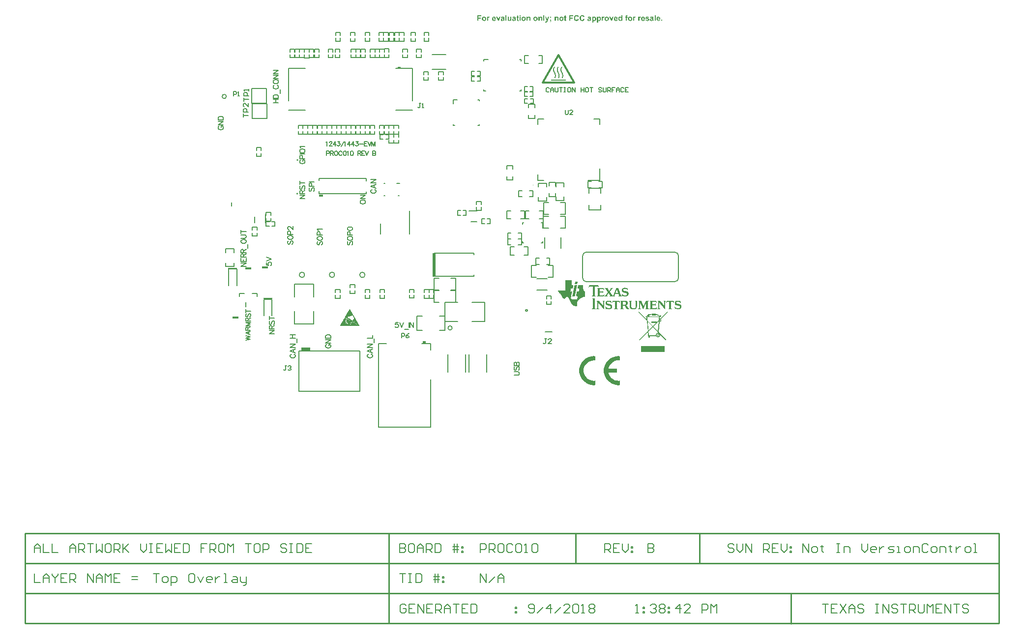
<source format=gto>
G04 Layer_Color=65535*
%FSLAX25Y25*%
%MOIN*%
G70*
G01*
G75*
%ADD65C,0.01000*%
%ADD71C,0.00600*%
%ADD75C,0.00700*%
%ADD80C,0.00800*%
%ADD123C,0.00787*%
%ADD124C,0.00492*%
%ADD125C,0.00748*%
%ADD126C,0.00541*%
%ADD127C,0.00669*%
%ADD128C,0.00050*%
%ADD129C,0.00125*%
%ADD130C,0.00025*%
%ADD131C,0.00250*%
%ADD132C,0.01400*%
%ADD133R,0.04134X0.01500*%
%ADD134R,0.00787X0.03248*%
%ADD135R,0.00886X0.02756*%
%ADD136R,0.02000X0.16400*%
%ADD137R,0.02362X0.01102*%
%ADD138R,0.05905X0.02362*%
%ADD139R,0.01968X0.01575*%
%ADD140R,0.06299X0.01083*%
G36*
X282830Y237869D02*
X282886Y237863D01*
X282947Y237858D01*
X283013Y237852D01*
X283152Y237830D01*
X283291Y237797D01*
X283424Y237747D01*
X283485Y237719D01*
X283541Y237686D01*
X283546D01*
X283552Y237675D01*
X283585Y237652D01*
X283635Y237608D01*
X283691Y237547D01*
X283757Y237475D01*
X283818Y237381D01*
X283879Y237269D01*
X283924Y237142D01*
X283230Y237014D01*
Y237020D01*
X283219Y237042D01*
X283208Y237070D01*
X283191Y237103D01*
X283169Y237147D01*
X283135Y237186D01*
X283102Y237225D01*
X283058Y237258D01*
X283052Y237264D01*
X283036Y237275D01*
X283008Y237286D01*
X282969Y237303D01*
X282919Y237319D01*
X282858Y237336D01*
X282786Y237342D01*
X282703Y237347D01*
X282653D01*
X282603Y237342D01*
X282542Y237336D01*
X282470Y237325D01*
X282403Y237314D01*
X282342Y237292D01*
X282286Y237264D01*
X282281D01*
X282275Y237253D01*
X282247Y237225D01*
X282214Y237175D01*
X282209Y237147D01*
X282203Y237114D01*
Y237109D01*
Y237103D01*
X282214Y237070D01*
X282236Y237025D01*
X282253Y237003D01*
X282275Y236981D01*
X282281Y236975D01*
X282303Y236970D01*
X282314Y236959D01*
X282336Y236953D01*
X282364Y236942D01*
X282397Y236925D01*
X282442Y236914D01*
X282486Y236898D01*
X282542Y236881D01*
X282608Y236864D01*
X282680Y236842D01*
X282764Y236820D01*
X282858Y236798D01*
X282963Y236770D01*
X282969D01*
X282991Y236765D01*
X283019Y236759D01*
X283058Y236748D01*
X283108Y236731D01*
X283163Y236720D01*
X283285Y236681D01*
X283424Y236631D01*
X283557Y236576D01*
X283624Y236543D01*
X283685Y236515D01*
X283735Y236476D01*
X283785Y236443D01*
X283796Y236432D01*
X283824Y236409D01*
X283857Y236365D01*
X283901Y236304D01*
X283946Y236226D01*
X283979Y236132D01*
X284007Y236021D01*
X284018Y235899D01*
Y235893D01*
Y235882D01*
Y235860D01*
X284012Y235832D01*
X284007Y235804D01*
X284001Y235766D01*
X283979Y235671D01*
X283940Y235571D01*
X283912Y235516D01*
X283885Y235460D01*
X283846Y235405D01*
X283802Y235349D01*
X283752Y235294D01*
X283696Y235238D01*
X283691Y235233D01*
X283679Y235227D01*
X283663Y235216D01*
X283635Y235194D01*
X283602Y235177D01*
X283563Y235155D01*
X283513Y235127D01*
X283457Y235105D01*
X283396Y235077D01*
X283324Y235055D01*
X283246Y235027D01*
X283163Y235011D01*
X283069Y234994D01*
X282969Y234977D01*
X282863Y234972D01*
X282752Y234966D01*
X282697D01*
X282658Y234972D01*
X282608D01*
X282553Y234977D01*
X282492Y234983D01*
X282425Y234994D01*
X282281Y235022D01*
X282131Y235061D01*
X281981Y235116D01*
X281914Y235155D01*
X281848Y235194D01*
X281842Y235199D01*
X281831Y235205D01*
X281815Y235216D01*
X281798Y235238D01*
X281737Y235288D01*
X281670Y235360D01*
X281598Y235449D01*
X281532Y235555D01*
X281470Y235682D01*
X281420Y235821D01*
X282159Y235932D01*
Y235921D01*
X282170Y235899D01*
X282181Y235860D01*
X282197Y235810D01*
X282225Y235754D01*
X282259Y235704D01*
X282297Y235649D01*
X282347Y235605D01*
X282353Y235599D01*
X282375Y235588D01*
X282408Y235571D01*
X282453Y235555D01*
X282508Y235532D01*
X282580Y235516D01*
X282658Y235505D01*
X282752Y235499D01*
X282797D01*
X282852Y235505D01*
X282913Y235510D01*
X282980Y235521D01*
X283052Y235543D01*
X283119Y235566D01*
X283180Y235599D01*
X283185Y235605D01*
X283196Y235616D01*
X283213Y235632D01*
X283230Y235654D01*
X283246Y235682D01*
X283263Y235716D01*
X283274Y235754D01*
X283280Y235799D01*
Y235804D01*
Y235815D01*
X283274Y235849D01*
X283258Y235893D01*
X283224Y235938D01*
X283213Y235949D01*
X283196Y235954D01*
X283174Y235971D01*
X283141Y235982D01*
X283097Y235999D01*
X283047Y236015D01*
X282980Y236032D01*
X282969D01*
X282941Y236043D01*
X282897Y236054D01*
X282836Y236065D01*
X282764Y236082D01*
X282686Y236104D01*
X282597Y236126D01*
X282503Y236154D01*
X282309Y236210D01*
X282214Y236237D01*
X282125Y236270D01*
X282042Y236298D01*
X281964Y236332D01*
X281898Y236365D01*
X281848Y236393D01*
X281842Y236398D01*
X281831Y236404D01*
X281820Y236415D01*
X281798Y236437D01*
X281742Y236487D01*
X281687Y236559D01*
X281626Y236648D01*
X281570Y236753D01*
X281548Y236814D01*
X281537Y236881D01*
X281526Y236948D01*
X281520Y237020D01*
Y237025D01*
Y237036D01*
Y237053D01*
X281526Y237081D01*
X281532Y237109D01*
X281537Y237147D01*
X281554Y237231D01*
X281587Y237325D01*
X281643Y237425D01*
X281670Y237480D01*
X281709Y237530D01*
X281753Y237580D01*
X281803Y237625D01*
X281809Y237630D01*
X281815Y237636D01*
X281831Y237647D01*
X281859Y237664D01*
X281887Y237680D01*
X281926Y237702D01*
X281970Y237725D01*
X282020Y237752D01*
X282081Y237775D01*
X282148Y237797D01*
X282220Y237819D01*
X282297Y237836D01*
X282386Y237852D01*
X282481Y237863D01*
X282580Y237875D01*
X282786D01*
X282830Y237869D01*
D02*
G37*
G36*
X258638Y235027D02*
X257972D01*
X256851Y237813D01*
X257622D01*
X258149Y236387D01*
X258299Y235915D01*
X258305Y235921D01*
X258310Y235943D01*
X258321Y235976D01*
X258332Y236010D01*
X258360Y236093D01*
X258371Y236126D01*
X258377Y236154D01*
Y236159D01*
X258383Y236176D01*
X258388Y236198D01*
X258399Y236226D01*
X258421Y236304D01*
X258455Y236387D01*
X258987Y237813D01*
X259742D01*
X258638Y235027D01*
D02*
G37*
G36*
X217518Y237075D02*
X216780D01*
Y237813D01*
X217518D01*
Y237075D01*
D02*
G37*
G36*
X210580Y237869D02*
X210641Y237863D01*
X210708Y237852D01*
X210780Y237836D01*
X210858Y237813D01*
X210935Y237786D01*
X210947Y237780D01*
X210969Y237769D01*
X211008Y237752D01*
X211052Y237725D01*
X211102Y237691D01*
X211152Y237652D01*
X211202Y237608D01*
X211246Y237558D01*
X211252Y237553D01*
X211263Y237536D01*
X211280Y237508D01*
X211302Y237469D01*
X211330Y237425D01*
X211352Y237369D01*
X211374Y237314D01*
X211391Y237247D01*
Y237242D01*
X211396Y237214D01*
X211407Y237175D01*
X211413Y237120D01*
X211424Y237053D01*
X211429Y236964D01*
X211435Y236870D01*
Y236753D01*
Y235027D01*
X210697D01*
Y236443D01*
Y236448D01*
Y236465D01*
Y236487D01*
Y236515D01*
Y236554D01*
Y236592D01*
X210691Y236687D01*
X210686Y236781D01*
X210675Y236881D01*
X210664Y236964D01*
X210658Y236998D01*
X210647Y237025D01*
Y237031D01*
X210636Y237048D01*
X210625Y237070D01*
X210608Y237103D01*
X210558Y237170D01*
X210530Y237203D01*
X210491Y237231D01*
X210486Y237236D01*
X210475Y237242D01*
X210453Y237253D01*
X210419Y237269D01*
X210381Y237286D01*
X210342Y237297D01*
X210292Y237303D01*
X210236Y237308D01*
X210203D01*
X210170Y237303D01*
X210125Y237297D01*
X210070Y237281D01*
X210014Y237264D01*
X209953Y237236D01*
X209892Y237203D01*
X209887Y237197D01*
X209870Y237186D01*
X209842Y237158D01*
X209809Y237131D01*
X209776Y237086D01*
X209742Y237042D01*
X209709Y236981D01*
X209687Y236920D01*
Y236914D01*
X209676Y236887D01*
X209670Y236842D01*
X209659Y236776D01*
X209653Y236737D01*
X209648Y236687D01*
X209642Y236637D01*
Y236576D01*
X209637Y236515D01*
X209631Y236443D01*
Y236365D01*
Y236282D01*
Y235027D01*
X208893D01*
Y237813D01*
X209576D01*
Y237403D01*
X209581Y237408D01*
X209592Y237425D01*
X209615Y237447D01*
X209642Y237475D01*
X209676Y237514D01*
X209720Y237553D01*
X209770Y237597D01*
X209825Y237641D01*
X209887Y237680D01*
X209959Y237725D01*
X210031Y237764D01*
X210114Y237802D01*
X210203Y237830D01*
X210292Y237852D01*
X210392Y237869D01*
X210491Y237875D01*
X210530D01*
X210580Y237869D01*
D02*
G37*
G36*
X202527D02*
X202588Y237863D01*
X202655Y237852D01*
X202727Y237836D01*
X202805Y237813D01*
X202882Y237786D01*
X202894Y237780D01*
X202916Y237769D01*
X202955Y237752D01*
X202999Y237725D01*
X203049Y237691D01*
X203099Y237652D01*
X203149Y237608D01*
X203193Y237558D01*
X203199Y237553D01*
X203210Y237536D01*
X203226Y237508D01*
X203249Y237469D01*
X203276Y237425D01*
X203299Y237369D01*
X203321Y237314D01*
X203338Y237247D01*
Y237242D01*
X203343Y237214D01*
X203354Y237175D01*
X203360Y237120D01*
X203371Y237053D01*
X203376Y236964D01*
X203382Y236870D01*
Y236753D01*
Y235027D01*
X202644D01*
Y236443D01*
Y236448D01*
Y236465D01*
Y236487D01*
Y236515D01*
Y236554D01*
Y236592D01*
X202638Y236687D01*
X202633Y236781D01*
X202622Y236881D01*
X202610Y236964D01*
X202605Y236998D01*
X202594Y237025D01*
Y237031D01*
X202583Y237048D01*
X202572Y237070D01*
X202555Y237103D01*
X202505Y237170D01*
X202477Y237203D01*
X202438Y237231D01*
X202433Y237236D01*
X202422Y237242D01*
X202400Y237253D01*
X202366Y237269D01*
X202327Y237286D01*
X202289Y237297D01*
X202239Y237303D01*
X202183Y237308D01*
X202150D01*
X202117Y237303D01*
X202072Y237297D01*
X202017Y237281D01*
X201961Y237264D01*
X201900Y237236D01*
X201839Y237203D01*
X201834Y237197D01*
X201817Y237186D01*
X201789Y237158D01*
X201756Y237131D01*
X201723Y237086D01*
X201689Y237042D01*
X201656Y236981D01*
X201634Y236920D01*
Y236914D01*
X201623Y236887D01*
X201617Y236842D01*
X201606Y236776D01*
X201600Y236737D01*
X201595Y236687D01*
X201589Y236637D01*
Y236576D01*
X201584Y236515D01*
X201578Y236443D01*
Y236365D01*
Y236282D01*
Y235027D01*
X200840D01*
Y237813D01*
X201523D01*
Y237403D01*
X201528Y237408D01*
X201539Y237425D01*
X201562Y237447D01*
X201589Y237475D01*
X201623Y237514D01*
X201667Y237553D01*
X201717Y237597D01*
X201772Y237641D01*
X201834Y237680D01*
X201906Y237725D01*
X201978Y237764D01*
X202061Y237802D01*
X202150Y237830D01*
X202239Y237852D01*
X202339Y237869D01*
X202438Y237875D01*
X202477D01*
X202527Y237869D01*
D02*
G37*
G36*
X292865Y235027D02*
X292126D01*
Y235766D01*
X292865D01*
Y235027D01*
D02*
G37*
G36*
X288386D02*
X287648D01*
Y238868D01*
X288386D01*
Y235027D01*
D02*
G37*
G36*
X190545D02*
X189862D01*
Y235444D01*
X189857Y235433D01*
X189834Y235405D01*
X189801Y235366D01*
X189751Y235316D01*
X189696Y235255D01*
X189623Y235199D01*
X189546Y235138D01*
X189457Y235088D01*
X189446Y235083D01*
X189413Y235072D01*
X189363Y235050D01*
X189296Y235027D01*
X189218Y235005D01*
X189129Y234983D01*
X189035Y234972D01*
X188935Y234966D01*
X188885D01*
X188835Y234972D01*
X188769Y234983D01*
X188686Y234994D01*
X188602Y235016D01*
X188514Y235050D01*
X188430Y235088D01*
X188419Y235094D01*
X188397Y235111D01*
X188353Y235138D01*
X188308Y235177D01*
X188253Y235227D01*
X188203Y235283D01*
X188153Y235355D01*
X188108Y235433D01*
X188103Y235444D01*
X188092Y235471D01*
X188075Y235521D01*
X188058Y235593D01*
X188042Y235682D01*
X188025Y235788D01*
X188014Y235910D01*
X188008Y236049D01*
Y237813D01*
X188747D01*
Y236531D01*
Y236526D01*
Y236504D01*
Y236476D01*
Y236437D01*
Y236393D01*
Y236343D01*
X188752Y236226D01*
X188758Y236099D01*
X188763Y235982D01*
X188769Y235932D01*
X188774Y235882D01*
X188780Y235843D01*
X188785Y235815D01*
Y235810D01*
X188791Y235793D01*
X188802Y235771D01*
X188819Y235738D01*
X188835Y235704D01*
X188863Y235671D01*
X188891Y235638D01*
X188930Y235605D01*
X188935Y235599D01*
X188952Y235593D01*
X188974Y235582D01*
X189007Y235571D01*
X189046Y235555D01*
X189096Y235543D01*
X189146Y235538D01*
X189207Y235532D01*
X189241D01*
X189274Y235538D01*
X189318Y235543D01*
X189374Y235555D01*
X189429Y235577D01*
X189490Y235599D01*
X189546Y235632D01*
X189551Y235638D01*
X189568Y235649D01*
X189596Y235671D01*
X189629Y235704D01*
X189662Y235743D01*
X189696Y235782D01*
X189729Y235832D01*
X189751Y235888D01*
Y235893D01*
X189762Y235921D01*
Y235943D01*
X189768Y235971D01*
X189773Y235999D01*
X189779Y236037D01*
X189784Y236087D01*
X189790Y236137D01*
X189796Y236198D01*
Y236270D01*
X189801Y236348D01*
X189807Y236437D01*
Y236531D01*
Y236637D01*
Y237813D01*
X190545D01*
Y235027D01*
D02*
G37*
G36*
X181981D02*
X181315D01*
X180194Y237813D01*
X180965D01*
X181493Y236387D01*
X181643Y235915D01*
X181648Y235921D01*
X181654Y235943D01*
X181665Y235976D01*
X181676Y236010D01*
X181704Y236093D01*
X181715Y236126D01*
X181720Y236154D01*
Y236159D01*
X181726Y236176D01*
X181731Y236198D01*
X181743Y236226D01*
X181765Y236304D01*
X181798Y236387D01*
X182331Y237813D01*
X183086D01*
X181981Y235027D01*
D02*
G37*
G36*
X215203Y235127D02*
X215026Y234650D01*
X215020Y234639D01*
X215009Y234611D01*
X214987Y234567D01*
X214965Y234511D01*
X214937Y234450D01*
X214904Y234389D01*
X214870Y234334D01*
X214837Y234278D01*
X214832Y234273D01*
X214821Y234256D01*
X214804Y234234D01*
X214782Y234200D01*
X214721Y234134D01*
X214637Y234067D01*
X214632Y234062D01*
X214615Y234056D01*
X214593Y234039D01*
X214560Y234023D01*
X214521Y234006D01*
X214476Y233984D01*
X214421Y233962D01*
X214360Y233945D01*
X214354D01*
X214332Y233940D01*
X214299Y233928D01*
X214249Y233923D01*
X214193Y233912D01*
X214132Y233901D01*
X214060Y233895D01*
X213949D01*
X213905Y233901D01*
X213855D01*
X213788Y233906D01*
X213722Y233917D01*
X213572Y233945D01*
X213505Y234522D01*
X213511D01*
X213533Y234517D01*
X213566Y234511D01*
X213611Y234506D01*
X213655Y234494D01*
X213710Y234489D01*
X213816Y234483D01*
X213860D01*
X213905Y234494D01*
X213960Y234506D01*
X214021Y234522D01*
X214082Y234550D01*
X214143Y234589D01*
X214193Y234639D01*
X214199Y234644D01*
X214215Y234667D01*
X214238Y234700D01*
X214265Y234744D01*
X214293Y234800D01*
X214327Y234866D01*
X214354Y234939D01*
X214382Y235022D01*
X213328Y237813D01*
X214110D01*
X214771Y235832D01*
X215425Y237813D01*
X216186D01*
X215203Y235127D01*
D02*
G37*
G36*
X221619Y237869D02*
X221680Y237863D01*
X221747Y237852D01*
X221819Y237836D01*
X221897Y237813D01*
X221974Y237786D01*
X221986Y237780D01*
X222008Y237769D01*
X222047Y237752D01*
X222091Y237725D01*
X222141Y237691D01*
X222191Y237652D01*
X222241Y237608D01*
X222285Y237558D01*
X222291Y237553D01*
X222302Y237536D01*
X222319Y237508D01*
X222341Y237469D01*
X222369Y237425D01*
X222391Y237369D01*
X222413Y237314D01*
X222430Y237247D01*
Y237242D01*
X222435Y237214D01*
X222446Y237175D01*
X222452Y237120D01*
X222463Y237053D01*
X222468Y236964D01*
X222474Y236870D01*
Y236753D01*
Y235027D01*
X221736D01*
Y236443D01*
Y236448D01*
Y236465D01*
Y236487D01*
Y236515D01*
Y236554D01*
Y236592D01*
X221730Y236687D01*
X221725Y236781D01*
X221714Y236881D01*
X221703Y236964D01*
X221697Y236998D01*
X221686Y237025D01*
Y237031D01*
X221675Y237048D01*
X221664Y237070D01*
X221647Y237103D01*
X221597Y237170D01*
X221569Y237203D01*
X221531Y237231D01*
X221525Y237236D01*
X221514Y237242D01*
X221492Y237253D01*
X221458Y237269D01*
X221420Y237286D01*
X221381Y237297D01*
X221331Y237303D01*
X221275Y237308D01*
X221242D01*
X221209Y237303D01*
X221164Y237297D01*
X221109Y237281D01*
X221053Y237264D01*
X220992Y237236D01*
X220931Y237203D01*
X220925Y237197D01*
X220909Y237186D01*
X220881Y237158D01*
X220848Y237131D01*
X220814Y237086D01*
X220781Y237042D01*
X220748Y236981D01*
X220726Y236920D01*
Y236914D01*
X220715Y236887D01*
X220709Y236842D01*
X220698Y236776D01*
X220692Y236737D01*
X220687Y236687D01*
X220681Y236637D01*
Y236576D01*
X220676Y236515D01*
X220670Y236443D01*
Y236365D01*
Y236282D01*
Y235027D01*
X219932D01*
Y237813D01*
X220615D01*
Y237403D01*
X220620Y237408D01*
X220631Y237425D01*
X220654Y237447D01*
X220681Y237475D01*
X220715Y237514D01*
X220759Y237553D01*
X220809Y237597D01*
X220864Y237641D01*
X220925Y237680D01*
X220998Y237725D01*
X221070Y237764D01*
X221153Y237802D01*
X221242Y237830D01*
X221331Y237852D01*
X221430Y237869D01*
X221531Y237875D01*
X221569D01*
X221619Y237869D01*
D02*
G37*
G36*
X265742Y235027D02*
X265059D01*
Y235433D01*
X265054Y235421D01*
X265031Y235394D01*
X264992Y235349D01*
X264943Y235299D01*
X264887Y235244D01*
X264815Y235183D01*
X264737Y235127D01*
X264654Y235077D01*
X264643Y235072D01*
X264615Y235061D01*
X264565Y235044D01*
X264510Y235022D01*
X264438Y235000D01*
X264354Y234983D01*
X264271Y234972D01*
X264182Y234966D01*
X264138D01*
X264105Y234972D01*
X264060Y234977D01*
X264016Y234988D01*
X263960Y235000D01*
X263899Y235016D01*
X263838Y235033D01*
X263772Y235061D01*
X263705Y235088D01*
X263633Y235127D01*
X263566Y235172D01*
X263494Y235222D01*
X263427Y235283D01*
X263361Y235349D01*
X263355Y235355D01*
X263344Y235366D01*
X263328Y235388D01*
X263311Y235421D01*
X263283Y235460D01*
X263255Y235510D01*
X263222Y235566D01*
X263194Y235632D01*
X263161Y235704D01*
X263128Y235782D01*
X263100Y235871D01*
X263078Y235965D01*
X263055Y236071D01*
X263039Y236182D01*
X263028Y236298D01*
X263022Y236426D01*
Y236432D01*
Y236459D01*
Y236492D01*
X263028Y236543D01*
X263033Y236603D01*
X263039Y236670D01*
X263050Y236748D01*
X263061Y236825D01*
X263100Y237003D01*
X263128Y237092D01*
X263161Y237181D01*
X263200Y237269D01*
X263244Y237353D01*
X263294Y237431D01*
X263350Y237503D01*
X263355Y237508D01*
X263366Y237519D01*
X263383Y237536D01*
X263411Y237564D01*
X263444Y237591D01*
X263483Y237619D01*
X263527Y237652D01*
X263583Y237691D01*
X263638Y237725D01*
X263705Y237758D01*
X263844Y237819D01*
X263927Y237841D01*
X264010Y237858D01*
X264099Y237869D01*
X264193Y237875D01*
X264238D01*
X264271Y237869D01*
X264310Y237863D01*
X264360Y237852D01*
X264410Y237841D01*
X264471Y237825D01*
X264532Y237808D01*
X264598Y237780D01*
X264665Y237747D01*
X264732Y237714D01*
X264804Y237664D01*
X264870Y237614D01*
X264937Y237553D01*
X265004Y237486D01*
Y238868D01*
X265742D01*
Y235027D01*
D02*
G37*
G36*
X277979Y237869D02*
X278041Y237858D01*
X278118Y237841D01*
X278202Y237813D01*
X278285Y237780D01*
X278374Y237730D01*
X278140Y237092D01*
X278135Y237098D01*
X278107Y237109D01*
X278074Y237131D01*
X278029Y237153D01*
X277974Y237175D01*
X277918Y237197D01*
X277857Y237209D01*
X277796Y237214D01*
X277774D01*
X277741Y237209D01*
X277708Y237203D01*
X277669Y237192D01*
X277624Y237175D01*
X277580Y237153D01*
X277536Y237125D01*
X277530Y237120D01*
X277519Y237109D01*
X277497Y237086D01*
X277474Y237053D01*
X277447Y237014D01*
X277419Y236959D01*
X277391Y236892D01*
X277369Y236814D01*
Y236803D01*
X277363Y236787D01*
X277358Y236770D01*
Y236742D01*
X277352Y236709D01*
X277347Y236665D01*
X277341Y236615D01*
X277336Y236559D01*
X277330Y236487D01*
X277325Y236415D01*
Y236326D01*
X277319Y236232D01*
X277313Y236126D01*
Y236010D01*
Y235882D01*
Y235027D01*
X276575D01*
Y237813D01*
X277258D01*
Y237419D01*
X277263Y237425D01*
X277286Y237458D01*
X277319Y237508D01*
X277363Y237569D01*
X277408Y237630D01*
X277463Y237691D01*
X277513Y237747D01*
X277569Y237786D01*
X277574Y237791D01*
X277591Y237802D01*
X277624Y237813D01*
X277663Y237830D01*
X277708Y237847D01*
X277763Y237863D01*
X277819Y237869D01*
X277885Y237875D01*
X277930D01*
X277979Y237869D01*
D02*
G37*
G36*
X234839Y238934D02*
X234900Y238929D01*
X234967Y238918D01*
X235045Y238907D01*
X235128Y238890D01*
X235217Y238868D01*
X235311Y238840D01*
X235405Y238807D01*
X235505Y238762D01*
X235600Y238718D01*
X235688Y238663D01*
X235783Y238596D01*
X235866Y238524D01*
X235872D01*
X235877Y238513D01*
X235894Y238496D01*
X235911Y238479D01*
X235933Y238452D01*
X235955Y238418D01*
X236016Y238341D01*
X236077Y238241D01*
X236144Y238119D01*
X236205Y237980D01*
X236260Y237819D01*
X235494Y237636D01*
Y237641D01*
X235489Y237647D01*
Y237664D01*
X235478Y237686D01*
X235461Y237736D01*
X235433Y237802D01*
X235394Y237880D01*
X235344Y237958D01*
X235278Y238035D01*
X235206Y238102D01*
X235194Y238108D01*
X235167Y238130D01*
X235122Y238158D01*
X235061Y238191D01*
X234984Y238224D01*
X234895Y238252D01*
X234795Y238274D01*
X234684Y238280D01*
X234645D01*
X234612Y238274D01*
X234578Y238268D01*
X234534Y238263D01*
X234440Y238241D01*
X234329Y238202D01*
X234212Y238146D01*
X234151Y238113D01*
X234096Y238074D01*
X234040Y238024D01*
X233990Y237969D01*
Y237963D01*
X233979Y237952D01*
X233968Y237935D01*
X233951Y237908D01*
X233929Y237875D01*
X233907Y237836D01*
X233885Y237786D01*
X233863Y237730D01*
X233835Y237664D01*
X233813Y237591D01*
X233790Y237508D01*
X233768Y237419D01*
X233752Y237319D01*
X233740Y237214D01*
X233735Y237098D01*
X233729Y236970D01*
Y236964D01*
Y236936D01*
Y236898D01*
X233735Y236853D01*
Y236792D01*
X233746Y236720D01*
X233752Y236648D01*
X233763Y236565D01*
X233796Y236393D01*
X233840Y236221D01*
X233868Y236137D01*
X233907Y236060D01*
X233946Y235987D01*
X233990Y235926D01*
X233996Y235921D01*
X234001Y235915D01*
X234018Y235899D01*
X234040Y235876D01*
X234096Y235832D01*
X234173Y235777D01*
X234268Y235716D01*
X234384Y235671D01*
X234518Y235632D01*
X234590Y235627D01*
X234667Y235621D01*
X234695D01*
X234717Y235627D01*
X234778Y235632D01*
X234851Y235643D01*
X234928Y235671D01*
X235017Y235704D01*
X235106Y235749D01*
X235194Y235815D01*
X235206Y235826D01*
X235233Y235854D01*
X235272Y235899D01*
X235317Y235965D01*
X235372Y236054D01*
X235422Y236159D01*
X235472Y236287D01*
X235516Y236437D01*
X236271Y236204D01*
Y236198D01*
X236266Y236176D01*
X236255Y236143D01*
X236238Y236099D01*
X236216Y236049D01*
X236194Y235987D01*
X236166Y235921D01*
X236133Y235849D01*
X236055Y235699D01*
X235955Y235543D01*
X235833Y235394D01*
X235766Y235327D01*
X235694Y235266D01*
X235688Y235260D01*
X235677Y235255D01*
X235655Y235238D01*
X235622Y235216D01*
X235583Y235194D01*
X235533Y235172D01*
X235478Y235144D01*
X235417Y235116D01*
X235344Y235083D01*
X235267Y235055D01*
X235183Y235033D01*
X235095Y235011D01*
X235000Y234988D01*
X234895Y234972D01*
X234789Y234966D01*
X234673Y234961D01*
X234640D01*
X234601Y234966D01*
X234545Y234972D01*
X234484Y234977D01*
X234406Y234988D01*
X234323Y235005D01*
X234229Y235027D01*
X234135Y235055D01*
X234035Y235088D01*
X233929Y235133D01*
X233824Y235183D01*
X233718Y235238D01*
X233613Y235310D01*
X233513Y235388D01*
X233419Y235482D01*
X233413Y235488D01*
X233396Y235505D01*
X233374Y235538D01*
X233341Y235577D01*
X233308Y235632D01*
X233263Y235693D01*
X233219Y235771D01*
X233174Y235860D01*
X233130Y235954D01*
X233086Y236060D01*
X233041Y236182D01*
X233008Y236309D01*
X232975Y236443D01*
X232952Y236592D01*
X232936Y236748D01*
X232930Y236914D01*
Y236920D01*
Y236925D01*
Y236959D01*
X232936Y237009D01*
Y237075D01*
X232947Y237153D01*
X232958Y237247D01*
X232969Y237347D01*
X232991Y237464D01*
X233019Y237580D01*
X233052Y237702D01*
X233091Y237825D01*
X233141Y237952D01*
X233196Y238074D01*
X233263Y238191D01*
X233335Y238302D01*
X233424Y238407D01*
X233430Y238413D01*
X233446Y238429D01*
X233474Y238457D01*
X233513Y238491D01*
X233563Y238529D01*
X233624Y238574D01*
X233691Y238624D01*
X233774Y238674D01*
X233863Y238724D01*
X233957Y238774D01*
X234068Y238818D01*
X234179Y238857D01*
X234307Y238890D01*
X234434Y238918D01*
X234578Y238934D01*
X234723Y238940D01*
X234789D01*
X234839Y238934D01*
D02*
G37*
G36*
X196811Y238185D02*
X196073D01*
Y238868D01*
X196811D01*
Y238185D01*
D02*
G37*
G36*
X238713Y238934D02*
X238774Y238929D01*
X238841Y238918D01*
X238919Y238907D01*
X239002Y238890D01*
X239091Y238868D01*
X239185Y238840D01*
X239279Y238807D01*
X239379Y238762D01*
X239474Y238718D01*
X239562Y238663D01*
X239657Y238596D01*
X239740Y238524D01*
X239746D01*
X239751Y238513D01*
X239768Y238496D01*
X239784Y238479D01*
X239807Y238452D01*
X239829Y238418D01*
X239890Y238341D01*
X239951Y238241D01*
X240018Y238119D01*
X240078Y237980D01*
X240134Y237819D01*
X239368Y237636D01*
Y237641D01*
X239363Y237647D01*
Y237664D01*
X239352Y237686D01*
X239335Y237736D01*
X239307Y237802D01*
X239268Y237880D01*
X239218Y237958D01*
X239152Y238035D01*
X239080Y238102D01*
X239068Y238108D01*
X239041Y238130D01*
X238996Y238158D01*
X238935Y238191D01*
X238858Y238224D01*
X238769Y238252D01*
X238669Y238274D01*
X238558Y238280D01*
X238519D01*
X238486Y238274D01*
X238452Y238268D01*
X238408Y238263D01*
X238314Y238241D01*
X238203Y238202D01*
X238086Y238146D01*
X238025Y238113D01*
X237969Y238074D01*
X237914Y238024D01*
X237864Y237969D01*
Y237963D01*
X237853Y237952D01*
X237842Y237935D01*
X237825Y237908D01*
X237803Y237875D01*
X237781Y237836D01*
X237759Y237786D01*
X237737Y237730D01*
X237709Y237664D01*
X237686Y237591D01*
X237664Y237508D01*
X237642Y237419D01*
X237626Y237319D01*
X237614Y237214D01*
X237609Y237098D01*
X237603Y236970D01*
Y236964D01*
Y236936D01*
Y236898D01*
X237609Y236853D01*
Y236792D01*
X237620Y236720D01*
X237626Y236648D01*
X237636Y236565D01*
X237670Y236393D01*
X237714Y236221D01*
X237742Y236137D01*
X237781Y236060D01*
X237820Y235987D01*
X237864Y235926D01*
X237870Y235921D01*
X237875Y235915D01*
X237892Y235899D01*
X237914Y235876D01*
X237969Y235832D01*
X238047Y235777D01*
X238142Y235716D01*
X238258Y235671D01*
X238391Y235632D01*
X238463Y235627D01*
X238541Y235621D01*
X238569D01*
X238591Y235627D01*
X238652Y235632D01*
X238724Y235643D01*
X238802Y235671D01*
X238891Y235704D01*
X238980Y235749D01*
X239068Y235815D01*
X239080Y235826D01*
X239107Y235854D01*
X239146Y235899D01*
X239191Y235965D01*
X239246Y236054D01*
X239296Y236159D01*
X239346Y236287D01*
X239390Y236437D01*
X240145Y236204D01*
Y236198D01*
X240140Y236176D01*
X240128Y236143D01*
X240112Y236099D01*
X240090Y236049D01*
X240068Y235987D01*
X240040Y235921D01*
X240006Y235849D01*
X239929Y235699D01*
X239829Y235543D01*
X239707Y235394D01*
X239640Y235327D01*
X239568Y235266D01*
X239562Y235260D01*
X239551Y235255D01*
X239529Y235238D01*
X239496Y235216D01*
X239457Y235194D01*
X239407Y235172D01*
X239352Y235144D01*
X239290Y235116D01*
X239218Y235083D01*
X239141Y235055D01*
X239057Y235033D01*
X238969Y235011D01*
X238874Y234988D01*
X238769Y234972D01*
X238663Y234966D01*
X238547Y234961D01*
X238513D01*
X238475Y234966D01*
X238419Y234972D01*
X238358Y234977D01*
X238280Y234988D01*
X238197Y235005D01*
X238103Y235027D01*
X238008Y235055D01*
X237909Y235088D01*
X237803Y235133D01*
X237698Y235183D01*
X237592Y235238D01*
X237487Y235310D01*
X237387Y235388D01*
X237293Y235482D01*
X237287Y235488D01*
X237270Y235505D01*
X237248Y235538D01*
X237215Y235577D01*
X237181Y235632D01*
X237137Y235693D01*
X237093Y235771D01*
X237048Y235860D01*
X237004Y235954D01*
X236960Y236060D01*
X236915Y236182D01*
X236882Y236309D01*
X236848Y236443D01*
X236826Y236592D01*
X236810Y236748D01*
X236804Y236914D01*
Y236920D01*
Y236925D01*
Y236959D01*
X236810Y237009D01*
Y237075D01*
X236821Y237153D01*
X236832Y237247D01*
X236843Y237347D01*
X236865Y237464D01*
X236893Y237580D01*
X236926Y237702D01*
X236965Y237825D01*
X237015Y237952D01*
X237070Y238074D01*
X237137Y238191D01*
X237209Y238302D01*
X237298Y238407D01*
X237303Y238413D01*
X237320Y238429D01*
X237348Y238457D01*
X237387Y238491D01*
X237437Y238529D01*
X237498Y238574D01*
X237564Y238624D01*
X237648Y238674D01*
X237737Y238724D01*
X237831Y238774D01*
X237942Y238818D01*
X238053Y238857D01*
X238180Y238890D01*
X238308Y238918D01*
X238452Y238934D01*
X238597Y238940D01*
X238663D01*
X238713Y238934D01*
D02*
G37*
G36*
X250185Y237869D02*
X250224Y237863D01*
X250274Y237852D01*
X250329Y237841D01*
X250385Y237825D01*
X250451Y237808D01*
X250513Y237780D01*
X250585Y237752D01*
X250651Y237714D01*
X250724Y237669D01*
X250790Y237619D01*
X250857Y237558D01*
X250923Y237491D01*
X250929Y237486D01*
X250940Y237475D01*
X250957Y237453D01*
X250979Y237419D01*
X251001Y237386D01*
X251029Y237336D01*
X251062Y237281D01*
X251095Y237220D01*
X251123Y237147D01*
X251156Y237070D01*
X251184Y236981D01*
X251212Y236887D01*
X251228Y236781D01*
X251245Y236676D01*
X251256Y236554D01*
X251262Y236432D01*
Y236426D01*
Y236404D01*
Y236365D01*
X251256Y236315D01*
X251251Y236259D01*
X251245Y236193D01*
X251234Y236115D01*
X251217Y236037D01*
X251179Y235860D01*
X251151Y235771D01*
X251117Y235682D01*
X251079Y235593D01*
X251029Y235510D01*
X250979Y235427D01*
X250918Y235349D01*
X250912Y235344D01*
X250901Y235333D01*
X250884Y235316D01*
X250857Y235288D01*
X250823Y235260D01*
X250784Y235227D01*
X250740Y235194D01*
X250690Y235160D01*
X250629Y235122D01*
X250568Y235088D01*
X250429Y235027D01*
X250352Y235000D01*
X250268Y234983D01*
X250185Y234972D01*
X250096Y234966D01*
X250058D01*
X250013Y234972D01*
X249957Y234977D01*
X249891Y234988D01*
X249819Y235005D01*
X249747Y235027D01*
X249675Y235055D01*
X249669Y235061D01*
X249641Y235072D01*
X249608Y235100D01*
X249558Y235133D01*
X249497Y235172D01*
X249436Y235227D01*
X249364Y235294D01*
X249286Y235371D01*
Y233962D01*
X248548D01*
Y237813D01*
X249236D01*
Y237403D01*
X249242Y237414D01*
X249258Y237436D01*
X249292Y237475D01*
X249330Y237525D01*
X249380Y237580D01*
X249447Y237636D01*
X249514Y237691D01*
X249597Y237741D01*
X249608Y237747D01*
X249636Y237764D01*
X249686Y237786D01*
X249747Y237808D01*
X249819Y237830D01*
X249908Y237852D01*
X250002Y237869D01*
X250102Y237875D01*
X250146D01*
X250185Y237869D01*
D02*
G37*
G36*
X246905D02*
X246944Y237863D01*
X246994Y237852D01*
X247049Y237841D01*
X247105Y237825D01*
X247171Y237808D01*
X247233Y237780D01*
X247305Y237752D01*
X247371Y237714D01*
X247443Y237669D01*
X247510Y237619D01*
X247577Y237558D01*
X247643Y237491D01*
X247649Y237486D01*
X247660Y237475D01*
X247676Y237453D01*
X247699Y237419D01*
X247721Y237386D01*
X247749Y237336D01*
X247782Y237281D01*
X247815Y237220D01*
X247843Y237147D01*
X247876Y237070D01*
X247904Y236981D01*
X247932Y236887D01*
X247949Y236781D01*
X247965Y236676D01*
X247976Y236554D01*
X247982Y236432D01*
Y236426D01*
Y236404D01*
Y236365D01*
X247976Y236315D01*
X247971Y236259D01*
X247965Y236193D01*
X247954Y236115D01*
X247937Y236037D01*
X247899Y235860D01*
X247871Y235771D01*
X247837Y235682D01*
X247799Y235593D01*
X247749Y235510D01*
X247699Y235427D01*
X247638Y235349D01*
X247632Y235344D01*
X247621Y235333D01*
X247604Y235316D01*
X247577Y235288D01*
X247543Y235260D01*
X247504Y235227D01*
X247460Y235194D01*
X247410Y235160D01*
X247349Y235122D01*
X247288Y235088D01*
X247149Y235027D01*
X247072Y235000D01*
X246988Y234983D01*
X246905Y234972D01*
X246816Y234966D01*
X246777D01*
X246733Y234972D01*
X246677Y234977D01*
X246611Y234988D01*
X246539Y235005D01*
X246467Y235027D01*
X246394Y235055D01*
X246389Y235061D01*
X246361Y235072D01*
X246328Y235100D01*
X246278Y235133D01*
X246217Y235172D01*
X246156Y235227D01*
X246084Y235294D01*
X246006Y235371D01*
Y233962D01*
X245268D01*
Y237813D01*
X245956D01*
Y237403D01*
X245961Y237414D01*
X245978Y237436D01*
X246011Y237475D01*
X246050Y237525D01*
X246100Y237580D01*
X246167Y237636D01*
X246234Y237691D01*
X246317Y237741D01*
X246328Y237747D01*
X246356Y237764D01*
X246406Y237786D01*
X246467Y237808D01*
X246539Y237830D01*
X246628Y237852D01*
X246722Y237869D01*
X246822Y237875D01*
X246866D01*
X246905Y237869D01*
D02*
G37*
G36*
X175366D02*
X175427Y237858D01*
X175504Y237841D01*
X175588Y237813D01*
X175671Y237780D01*
X175760Y237730D01*
X175526Y237092D01*
X175521Y237098D01*
X175493Y237109D01*
X175460Y237131D01*
X175416Y237153D01*
X175360Y237175D01*
X175304Y237197D01*
X175243Y237209D01*
X175182Y237214D01*
X175160D01*
X175127Y237209D01*
X175094Y237203D01*
X175055Y237192D01*
X175010Y237175D01*
X174966Y237153D01*
X174922Y237125D01*
X174916Y237120D01*
X174905Y237109D01*
X174883Y237086D01*
X174861Y237053D01*
X174833Y237014D01*
X174805Y236959D01*
X174777Y236892D01*
X174755Y236814D01*
Y236803D01*
X174750Y236787D01*
X174744Y236770D01*
Y236742D01*
X174738Y236709D01*
X174733Y236665D01*
X174727Y236615D01*
X174722Y236559D01*
X174716Y236487D01*
X174711Y236415D01*
Y236326D01*
X174705Y236232D01*
X174699Y236126D01*
Y236010D01*
Y235882D01*
Y235027D01*
X173961D01*
Y237813D01*
X174644D01*
Y237419D01*
X174650Y237425D01*
X174672Y237458D01*
X174705Y237508D01*
X174750Y237569D01*
X174794Y237630D01*
X174849Y237691D01*
X174899Y237747D01*
X174955Y237786D01*
X174960Y237791D01*
X174977Y237802D01*
X175010Y237813D01*
X175049Y237830D01*
X175094Y237847D01*
X175149Y237863D01*
X175205Y237869D01*
X175271Y237875D01*
X175316D01*
X175366Y237869D01*
D02*
G37*
G36*
X274400D02*
X274461Y237858D01*
X274538Y237841D01*
X274622Y237813D01*
X274705Y237780D01*
X274794Y237730D01*
X274561Y237092D01*
X274555Y237098D01*
X274527Y237109D01*
X274494Y237131D01*
X274450Y237153D01*
X274394Y237175D01*
X274339Y237197D01*
X274278Y237209D01*
X274217Y237214D01*
X274194D01*
X274161Y237209D01*
X274128Y237203D01*
X274089Y237192D01*
X274044Y237175D01*
X274000Y237153D01*
X273956Y237125D01*
X273950Y237120D01*
X273939Y237109D01*
X273917Y237086D01*
X273895Y237053D01*
X273867Y237014D01*
X273839Y236959D01*
X273812Y236892D01*
X273789Y236814D01*
Y236803D01*
X273784Y236787D01*
X273778Y236770D01*
Y236742D01*
X273773Y236709D01*
X273767Y236665D01*
X273762Y236615D01*
X273756Y236559D01*
X273750Y236487D01*
X273745Y236415D01*
Y236326D01*
X273739Y236232D01*
X273734Y236126D01*
Y236010D01*
Y235882D01*
Y235027D01*
X272996D01*
Y237813D01*
X273678D01*
Y237419D01*
X273684Y237425D01*
X273706Y237458D01*
X273739Y237508D01*
X273784Y237569D01*
X273828Y237630D01*
X273884Y237691D01*
X273934Y237747D01*
X273989Y237786D01*
X273995Y237791D01*
X274011Y237802D01*
X274044Y237813D01*
X274083Y237830D01*
X274128Y237847D01*
X274183Y237863D01*
X274239Y237869D01*
X274305Y237875D01*
X274350D01*
X274400Y237869D01*
D02*
G37*
G36*
X253221D02*
X253282Y237858D01*
X253360Y237841D01*
X253443Y237813D01*
X253526Y237780D01*
X253615Y237730D01*
X253382Y237092D01*
X253376Y237098D01*
X253349Y237109D01*
X253315Y237131D01*
X253271Y237153D01*
X253215Y237175D01*
X253160Y237197D01*
X253099Y237209D01*
X253038Y237214D01*
X253016D01*
X252982Y237209D01*
X252949Y237203D01*
X252910Y237192D01*
X252866Y237175D01*
X252821Y237153D01*
X252777Y237125D01*
X252771Y237120D01*
X252760Y237109D01*
X252738Y237086D01*
X252716Y237053D01*
X252688Y237014D01*
X252660Y236959D01*
X252633Y236892D01*
X252610Y236814D01*
Y236803D01*
X252605Y236787D01*
X252599Y236770D01*
Y236742D01*
X252594Y236709D01*
X252588Y236665D01*
X252583Y236615D01*
X252577Y236559D01*
X252572Y236487D01*
X252566Y236415D01*
Y236326D01*
X252560Y236232D01*
X252555Y236126D01*
Y236010D01*
Y235882D01*
Y235027D01*
X251817D01*
Y237813D01*
X252499D01*
Y237419D01*
X252505Y237425D01*
X252527Y237458D01*
X252560Y237508D01*
X252605Y237569D01*
X252649Y237630D01*
X252705Y237691D01*
X252755Y237747D01*
X252810Y237786D01*
X252816Y237791D01*
X252833Y237802D01*
X252866Y237813D01*
X252905Y237830D01*
X252949Y237847D01*
X253005Y237863D01*
X253060Y237869D01*
X253127Y237875D01*
X253171D01*
X253221Y237869D01*
D02*
G37*
G36*
X285872D02*
X285916D01*
X286027Y237858D01*
X286144Y237847D01*
X286266Y237825D01*
X286382Y237791D01*
X286432Y237775D01*
X286482Y237752D01*
X286488D01*
X286493Y237747D01*
X286521Y237730D01*
X286565Y237708D01*
X286615Y237675D01*
X286676Y237630D01*
X286732Y237580D01*
X286782Y237519D01*
X286826Y237458D01*
X286832Y237447D01*
X286843Y237425D01*
X286859Y237375D01*
X286865Y237347D01*
X286876Y237308D01*
X286887Y237269D01*
X286893Y237220D01*
X286904Y237164D01*
X286910Y237103D01*
X286915Y237036D01*
X286921Y236964D01*
X286926Y236887D01*
Y236798D01*
X286915Y235938D01*
Y235932D01*
Y235921D01*
Y235904D01*
Y235876D01*
Y235810D01*
X286921Y235732D01*
Y235643D01*
X286932Y235555D01*
X286937Y235466D01*
X286948Y235394D01*
Y235388D01*
X286954Y235366D01*
X286965Y235327D01*
X286976Y235283D01*
X286998Y235227D01*
X287020Y235166D01*
X287048Y235100D01*
X287082Y235027D01*
X286354D01*
Y235033D01*
X286349Y235038D01*
X286343Y235061D01*
X286332Y235083D01*
X286321Y235111D01*
X286310Y235149D01*
X286299Y235194D01*
X286282Y235244D01*
Y235249D01*
X286277Y235255D01*
X286271Y235277D01*
X286260Y235305D01*
X286255Y235327D01*
X286243Y235321D01*
X286221Y235299D01*
X286182Y235266D01*
X286133Y235227D01*
X286071Y235183D01*
X286005Y235133D01*
X285927Y235094D01*
X285849Y235055D01*
X285838Y235050D01*
X285811Y235044D01*
X285766Y235027D01*
X285711Y235011D01*
X285644Y234994D01*
X285566Y234983D01*
X285478Y234972D01*
X285389Y234966D01*
X285350D01*
X285317Y234972D01*
X285283D01*
X285239Y234977D01*
X285144Y234994D01*
X285034Y235022D01*
X284923Y235061D01*
X284811Y235116D01*
X284712Y235194D01*
Y235199D01*
X284701Y235205D01*
X284673Y235238D01*
X284634Y235288D01*
X284590Y235355D01*
X284545Y235438D01*
X284506Y235538D01*
X284478Y235654D01*
X284473Y235716D01*
X284468Y235782D01*
Y235793D01*
Y235821D01*
X284473Y235865D01*
X284484Y235921D01*
X284495Y235987D01*
X284512Y236054D01*
X284540Y236126D01*
X284578Y236198D01*
X284584Y236210D01*
X284601Y236232D01*
X284623Y236265D01*
X284662Y236304D01*
X284701Y236348D01*
X284756Y236398D01*
X284817Y236443D01*
X284889Y236481D01*
X284900Y236487D01*
X284928Y236498D01*
X284973Y236515D01*
X285039Y236543D01*
X285122Y236570D01*
X285222Y236598D01*
X285344Y236626D01*
X285478Y236653D01*
X285483D01*
X285500Y236659D01*
X285527Y236665D01*
X285561Y236670D01*
X285605Y236676D01*
X285655Y236687D01*
X285766Y236715D01*
X285883Y236742D01*
X286005Y236770D01*
X286110Y236803D01*
X286160Y236820D01*
X286199Y236837D01*
Y236909D01*
Y236920D01*
Y236942D01*
X286193Y236981D01*
X286188Y237031D01*
X286171Y237081D01*
X286155Y237131D01*
X286127Y237175D01*
X286088Y237214D01*
X286083Y237220D01*
X286066Y237231D01*
X286038Y237242D01*
X285999Y237264D01*
X285944Y237281D01*
X285877Y237292D01*
X285794Y237303D01*
X285694Y237308D01*
X285661D01*
X285627Y237303D01*
X285583Y237297D01*
X285533Y237286D01*
X285478Y237275D01*
X285428Y237253D01*
X285383Y237225D01*
X285378Y237220D01*
X285367Y237209D01*
X285344Y237192D01*
X285322Y237164D01*
X285289Y237125D01*
X285261Y237075D01*
X285233Y237020D01*
X285206Y236953D01*
X284545Y237075D01*
Y237081D01*
X284551Y237092D01*
X284556Y237114D01*
X284567Y237142D01*
X284578Y237175D01*
X284595Y237214D01*
X284634Y237303D01*
X284689Y237397D01*
X284756Y237497D01*
X284834Y237591D01*
X284928Y237675D01*
X284934D01*
X284939Y237686D01*
X284956Y237691D01*
X284978Y237708D01*
X285011Y237719D01*
X285045Y237736D01*
X285089Y237758D01*
X285133Y237775D01*
X285189Y237791D01*
X285250Y237813D01*
X285317Y237830D01*
X285394Y237841D01*
X285472Y237858D01*
X285561Y237863D01*
X285650Y237875D01*
X285833D01*
X285872Y237869D01*
D02*
G37*
G36*
X224588D02*
X224644Y237863D01*
X224705Y237852D01*
X224777Y237841D01*
X224849Y237825D01*
X224933Y237802D01*
X225016Y237775D01*
X225099Y237741D01*
X225188Y237702D01*
X225277Y237652D01*
X225360Y237597D01*
X225443Y237536D01*
X225521Y237464D01*
X225526Y237458D01*
X225538Y237447D01*
X225560Y237419D01*
X225582Y237392D01*
X225615Y237347D01*
X225648Y237303D01*
X225687Y237242D01*
X225726Y237181D01*
X225760Y237109D01*
X225798Y237031D01*
X225832Y236942D01*
X225865Y236853D01*
X225887Y236753D01*
X225909Y236653D01*
X225921Y236543D01*
X225926Y236426D01*
Y236420D01*
Y236398D01*
Y236365D01*
X225921Y236320D01*
X225915Y236265D01*
X225904Y236204D01*
X225893Y236132D01*
X225876Y236060D01*
X225854Y235976D01*
X225826Y235893D01*
X225793Y235804D01*
X225754Y235716D01*
X225704Y235627D01*
X225648Y235543D01*
X225588Y235460D01*
X225515Y235377D01*
X225510Y235371D01*
X225499Y235360D01*
X225477Y235338D01*
X225443Y235310D01*
X225404Y235283D01*
X225354Y235249D01*
X225299Y235210D01*
X225238Y235172D01*
X225166Y235133D01*
X225088Y235094D01*
X225005Y235061D01*
X224910Y235033D01*
X224816Y235005D01*
X224711Y234983D01*
X224605Y234972D01*
X224489Y234966D01*
X224450D01*
X224422Y234972D01*
X224389D01*
X224350Y234977D01*
X224255Y234988D01*
X224139Y235011D01*
X224017Y235038D01*
X223889Y235083D01*
X223756Y235138D01*
X223750D01*
X223739Y235144D01*
X223723Y235155D01*
X223700Y235172D01*
X223639Y235210D01*
X223562Y235266D01*
X223479Y235338D01*
X223390Y235427D01*
X223306Y235527D01*
X223229Y235643D01*
Y235649D01*
X223223Y235660D01*
X223212Y235677D01*
X223201Y235704D01*
X223190Y235738D01*
X223173Y235777D01*
X223157Y235821D01*
X223140Y235871D01*
X223123Y235926D01*
X223107Y235987D01*
X223079Y236126D01*
X223057Y236287D01*
X223051Y236459D01*
Y236465D01*
Y236476D01*
Y236498D01*
X223057Y236520D01*
Y236554D01*
X223062Y236592D01*
X223073Y236687D01*
X223096Y236792D01*
X223129Y236909D01*
X223168Y237036D01*
X223229Y237164D01*
Y237170D01*
X223240Y237181D01*
X223245Y237197D01*
X223262Y237220D01*
X223306Y237281D01*
X223362Y237358D01*
X223434Y237442D01*
X223523Y237530D01*
X223623Y237614D01*
X223739Y237691D01*
X223745D01*
X223756Y237697D01*
X223773Y237708D01*
X223800Y237719D01*
X223828Y237736D01*
X223867Y237747D01*
X223911Y237764D01*
X223956Y237786D01*
X224067Y237819D01*
X224195Y237847D01*
X224333Y237869D01*
X224483Y237875D01*
X224544D01*
X224588Y237869D01*
D02*
G37*
G36*
X206989D02*
X207045Y237863D01*
X207106Y237852D01*
X207178Y237841D01*
X207250Y237825D01*
X207334Y237802D01*
X207417Y237775D01*
X207500Y237741D01*
X207589Y237702D01*
X207678Y237652D01*
X207761Y237597D01*
X207844Y237536D01*
X207922Y237464D01*
X207927Y237458D01*
X207939Y237447D01*
X207961Y237419D01*
X207983Y237392D01*
X208016Y237347D01*
X208050Y237303D01*
X208088Y237242D01*
X208127Y237181D01*
X208160Y237109D01*
X208199Y237031D01*
X208233Y236942D01*
X208266Y236853D01*
X208288Y236753D01*
X208310Y236653D01*
X208321Y236543D01*
X208327Y236426D01*
Y236420D01*
Y236398D01*
Y236365D01*
X208321Y236320D01*
X208316Y236265D01*
X208305Y236204D01*
X208294Y236132D01*
X208277Y236060D01*
X208255Y235976D01*
X208227Y235893D01*
X208194Y235804D01*
X208155Y235716D01*
X208105Y235627D01*
X208050Y235543D01*
X207989Y235460D01*
X207916Y235377D01*
X207911Y235371D01*
X207900Y235360D01*
X207877Y235338D01*
X207844Y235310D01*
X207805Y235283D01*
X207755Y235249D01*
X207700Y235210D01*
X207639Y235172D01*
X207567Y235133D01*
X207489Y235094D01*
X207406Y235061D01*
X207311Y235033D01*
X207217Y235005D01*
X207112Y234983D01*
X207006Y234972D01*
X206890Y234966D01*
X206851D01*
X206823Y234972D01*
X206790D01*
X206751Y234977D01*
X206656Y234988D01*
X206540Y235011D01*
X206418Y235038D01*
X206290Y235083D01*
X206157Y235138D01*
X206151D01*
X206140Y235144D01*
X206124Y235155D01*
X206101Y235172D01*
X206040Y235210D01*
X205963Y235266D01*
X205879Y235338D01*
X205791Y235427D01*
X205707Y235527D01*
X205630Y235643D01*
Y235649D01*
X205624Y235660D01*
X205613Y235677D01*
X205602Y235704D01*
X205591Y235738D01*
X205574Y235777D01*
X205557Y235821D01*
X205541Y235871D01*
X205524Y235926D01*
X205508Y235987D01*
X205480Y236126D01*
X205458Y236287D01*
X205452Y236459D01*
Y236465D01*
Y236476D01*
Y236498D01*
X205458Y236520D01*
Y236554D01*
X205463Y236592D01*
X205474Y236687D01*
X205497Y236792D01*
X205530Y236909D01*
X205569Y237036D01*
X205630Y237164D01*
Y237170D01*
X205641Y237181D01*
X205646Y237197D01*
X205663Y237220D01*
X205707Y237281D01*
X205763Y237358D01*
X205835Y237442D01*
X205924Y237530D01*
X206024Y237614D01*
X206140Y237691D01*
X206146D01*
X206157Y237697D01*
X206174Y237708D01*
X206201Y237719D01*
X206229Y237736D01*
X206268Y237747D01*
X206312Y237764D01*
X206357Y237786D01*
X206468Y237819D01*
X206595Y237847D01*
X206734Y237869D01*
X206884Y237875D01*
X206945D01*
X206989Y237869D01*
D02*
G37*
G36*
X227275Y237813D02*
X227780D01*
Y237225D01*
X227275D01*
Y236099D01*
Y236093D01*
Y236082D01*
Y236065D01*
Y236043D01*
Y235987D01*
Y235921D01*
X227280Y235854D01*
Y235788D01*
Y235738D01*
X227286Y235716D01*
Y235704D01*
X227291Y235693D01*
X227302Y235671D01*
X227319Y235643D01*
X227352Y235610D01*
X227363Y235605D01*
X227386Y235593D01*
X227425Y235582D01*
X227474Y235577D01*
X227497D01*
X227519Y235582D01*
X227552Y235588D01*
X227597Y235593D01*
X227646Y235605D01*
X227708Y235621D01*
X227774Y235643D01*
X227841Y235072D01*
X227835D01*
X227830Y235066D01*
X227796Y235055D01*
X227741Y235038D01*
X227669Y235022D01*
X227586Y235000D01*
X227486Y234983D01*
X227375Y234972D01*
X227258Y234966D01*
X227225D01*
X227186Y234972D01*
X227136Y234977D01*
X227080Y234983D01*
X227019Y234994D01*
X226958Y235011D01*
X226897Y235033D01*
X226892Y235038D01*
X226870Y235044D01*
X226842Y235061D01*
X226809Y235077D01*
X226731Y235133D01*
X226692Y235166D01*
X226659Y235205D01*
X226653Y235210D01*
X226648Y235227D01*
X226637Y235249D01*
X226620Y235283D01*
X226603Y235321D01*
X226587Y235371D01*
X226570Y235427D01*
X226559Y235488D01*
Y235493D01*
X226553Y235516D01*
Y235549D01*
X226548Y235605D01*
X226542Y235677D01*
Y235766D01*
X226536Y235815D01*
Y235876D01*
Y235938D01*
Y236010D01*
Y237225D01*
X226198D01*
Y237813D01*
X226536D01*
Y238368D01*
X227275Y238801D01*
Y237813D01*
D02*
G37*
G36*
X261363Y237869D02*
X261413Y237863D01*
X261474Y237852D01*
X261540Y237841D01*
X261613Y237825D01*
X261690Y237802D01*
X261768Y237775D01*
X261851Y237741D01*
X261934Y237697D01*
X262012Y237652D01*
X262090Y237597D01*
X262168Y237530D01*
X262234Y237458D01*
X262240Y237453D01*
X262251Y237442D01*
X262267Y237414D01*
X262290Y237381D01*
X262317Y237336D01*
X262345Y237286D01*
X262379Y237220D01*
X262412Y237147D01*
X262445Y237064D01*
X262478Y236970D01*
X262506Y236870D01*
X262534Y236753D01*
X262556Y236631D01*
X262573Y236498D01*
X262584Y236359D01*
Y236204D01*
X260741D01*
Y236198D01*
Y236187D01*
Y236171D01*
X260747Y236148D01*
X260752Y236093D01*
X260763Y236015D01*
X260786Y235938D01*
X260819Y235849D01*
X260858Y235766D01*
X260913Y235693D01*
X260919Y235688D01*
X260946Y235666D01*
X260980Y235638D01*
X261030Y235605D01*
X261091Y235571D01*
X261169Y235543D01*
X261252Y235521D01*
X261341Y235516D01*
X261368D01*
X261402Y235521D01*
X261440Y235527D01*
X261485Y235538D01*
X261535Y235555D01*
X261585Y235577D01*
X261629Y235610D01*
X261635Y235616D01*
X261651Y235627D01*
X261674Y235649D01*
X261696Y235682D01*
X261729Y235727D01*
X261757Y235777D01*
X261785Y235843D01*
X261812Y235915D01*
X262545Y235793D01*
Y235788D01*
X262539Y235777D01*
X262528Y235754D01*
X262517Y235727D01*
X262501Y235693D01*
X262484Y235654D01*
X262434Y235566D01*
X262373Y235466D01*
X262295Y235360D01*
X262201Y235266D01*
X262095Y235177D01*
X262090D01*
X262084Y235166D01*
X262062Y235160D01*
X262040Y235144D01*
X262012Y235127D01*
X261973Y235111D01*
X261934Y235094D01*
X261884Y235072D01*
X261773Y235033D01*
X261646Y235000D01*
X261496Y234977D01*
X261335Y234966D01*
X261302D01*
X261268Y234972D01*
X261219D01*
X261157Y234983D01*
X261085Y234994D01*
X261008Y235005D01*
X260930Y235027D01*
X260841Y235050D01*
X260752Y235083D01*
X260664Y235122D01*
X260575Y235166D01*
X260486Y235222D01*
X260403Y235283D01*
X260331Y235355D01*
X260258Y235438D01*
X260253Y235444D01*
X260247Y235455D01*
X260236Y235477D01*
X260214Y235505D01*
X260197Y235543D01*
X260175Y235588D01*
X260147Y235638D01*
X260125Y235699D01*
X260097Y235766D01*
X260075Y235838D01*
X260047Y235915D01*
X260031Y236004D01*
X260014Y236093D01*
X259998Y236187D01*
X259992Y236293D01*
X259986Y236398D01*
Y236404D01*
Y236426D01*
Y236465D01*
X259992Y236515D01*
X259998Y236570D01*
X260003Y236637D01*
X260014Y236709D01*
X260031Y236792D01*
X260075Y236964D01*
X260103Y237053D01*
X260136Y237147D01*
X260181Y237236D01*
X260231Y237319D01*
X260286Y237403D01*
X260347Y237480D01*
X260353Y237486D01*
X260364Y237497D01*
X260386Y237519D01*
X260414Y237542D01*
X260447Y237569D01*
X260491Y237602D01*
X260541Y237641D01*
X260597Y237680D01*
X260658Y237714D01*
X260730Y237752D01*
X260802Y237786D01*
X260886Y237813D01*
X260969Y237836D01*
X261063Y237858D01*
X261157Y237869D01*
X261257Y237875D01*
X261318D01*
X261363Y237869D01*
D02*
G37*
G36*
X255302D02*
X255358Y237863D01*
X255419Y237852D01*
X255491Y237841D01*
X255563Y237825D01*
X255646Y237802D01*
X255730Y237775D01*
X255813Y237741D01*
X255902Y237702D01*
X255990Y237652D01*
X256074Y237597D01*
X256157Y237536D01*
X256235Y237464D01*
X256240Y237458D01*
X256251Y237447D01*
X256274Y237419D01*
X256296Y237392D01*
X256329Y237347D01*
X256362Y237303D01*
X256401Y237242D01*
X256440Y237181D01*
X256473Y237109D01*
X256512Y237031D01*
X256545Y236942D01*
X256579Y236853D01*
X256601Y236753D01*
X256623Y236653D01*
X256634Y236543D01*
X256640Y236426D01*
Y236420D01*
Y236398D01*
Y236365D01*
X256634Y236320D01*
X256629Y236265D01*
X256617Y236204D01*
X256606Y236132D01*
X256590Y236060D01*
X256568Y235976D01*
X256540Y235893D01*
X256507Y235804D01*
X256468Y235716D01*
X256418Y235627D01*
X256362Y235543D01*
X256301Y235460D01*
X256229Y235377D01*
X256224Y235371D01*
X256212Y235360D01*
X256190Y235338D01*
X256157Y235310D01*
X256118Y235283D01*
X256068Y235249D01*
X256013Y235210D01*
X255951Y235172D01*
X255879Y235133D01*
X255802Y235094D01*
X255718Y235061D01*
X255624Y235033D01*
X255530Y235005D01*
X255424Y234983D01*
X255319Y234972D01*
X255202Y234966D01*
X255164D01*
X255136Y234972D01*
X255102D01*
X255064Y234977D01*
X254969Y234988D01*
X254853Y235011D01*
X254731Y235038D01*
X254603Y235083D01*
X254470Y235138D01*
X254464D01*
X254453Y235144D01*
X254436Y235155D01*
X254414Y235172D01*
X254353Y235210D01*
X254275Y235266D01*
X254192Y235338D01*
X254103Y235427D01*
X254020Y235527D01*
X253942Y235643D01*
Y235649D01*
X253937Y235660D01*
X253926Y235677D01*
X253915Y235704D01*
X253904Y235738D01*
X253887Y235777D01*
X253870Y235821D01*
X253854Y235871D01*
X253837Y235926D01*
X253820Y235987D01*
X253793Y236126D01*
X253770Y236287D01*
X253765Y236459D01*
Y236465D01*
Y236476D01*
Y236498D01*
X253770Y236520D01*
Y236554D01*
X253776Y236592D01*
X253787Y236687D01*
X253809Y236792D01*
X253842Y236909D01*
X253881Y237036D01*
X253942Y237164D01*
Y237170D01*
X253954Y237181D01*
X253959Y237197D01*
X253976Y237220D01*
X254020Y237281D01*
X254076Y237358D01*
X254148Y237442D01*
X254237Y237530D01*
X254337Y237614D01*
X254453Y237691D01*
X254459D01*
X254470Y237697D01*
X254486Y237708D01*
X254514Y237719D01*
X254542Y237736D01*
X254581Y237747D01*
X254625Y237764D01*
X254669Y237786D01*
X254781Y237819D01*
X254908Y237847D01*
X255047Y237869D01*
X255197Y237875D01*
X255258D01*
X255302Y237869D01*
D02*
G37*
G36*
X172080D02*
X172135Y237863D01*
X172196Y237852D01*
X172269Y237841D01*
X172341Y237825D01*
X172424Y237802D01*
X172507Y237775D01*
X172591Y237741D01*
X172679Y237702D01*
X172768Y237652D01*
X172851Y237597D01*
X172935Y237536D01*
X173012Y237464D01*
X173018Y237458D01*
X173029Y237447D01*
X173051Y237419D01*
X173073Y237392D01*
X173107Y237347D01*
X173140Y237303D01*
X173179Y237242D01*
X173218Y237181D01*
X173251Y237109D01*
X173290Y237031D01*
X173323Y236942D01*
X173356Y236853D01*
X173379Y236753D01*
X173401Y236653D01*
X173412Y236543D01*
X173417Y236426D01*
Y236420D01*
Y236398D01*
Y236365D01*
X173412Y236320D01*
X173406Y236265D01*
X173395Y236204D01*
X173384Y236132D01*
X173368Y236060D01*
X173345Y235976D01*
X173318Y235893D01*
X173284Y235804D01*
X173246Y235716D01*
X173196Y235627D01*
X173140Y235543D01*
X173079Y235460D01*
X173007Y235377D01*
X173001Y235371D01*
X172990Y235360D01*
X172968Y235338D01*
X172935Y235310D01*
X172896Y235283D01*
X172846Y235249D01*
X172790Y235210D01*
X172729Y235172D01*
X172657Y235133D01*
X172579Y235094D01*
X172496Y235061D01*
X172402Y235033D01*
X172308Y235005D01*
X172202Y234983D01*
X172097Y234972D01*
X171980Y234966D01*
X171941D01*
X171913Y234972D01*
X171880D01*
X171841Y234977D01*
X171747Y234988D01*
X171630Y235011D01*
X171508Y235038D01*
X171381Y235083D01*
X171247Y235138D01*
X171242D01*
X171231Y235144D01*
X171214Y235155D01*
X171192Y235172D01*
X171131Y235210D01*
X171053Y235266D01*
X170970Y235338D01*
X170881Y235427D01*
X170798Y235527D01*
X170720Y235643D01*
Y235649D01*
X170715Y235660D01*
X170703Y235677D01*
X170693Y235704D01*
X170681Y235738D01*
X170665Y235777D01*
X170648Y235821D01*
X170631Y235871D01*
X170615Y235926D01*
X170598Y235987D01*
X170570Y236126D01*
X170548Y236287D01*
X170543Y236459D01*
Y236465D01*
Y236476D01*
Y236498D01*
X170548Y236520D01*
Y236554D01*
X170554Y236592D01*
X170565Y236687D01*
X170587Y236792D01*
X170620Y236909D01*
X170659Y237036D01*
X170720Y237164D01*
Y237170D01*
X170731Y237181D01*
X170737Y237197D01*
X170754Y237220D01*
X170798Y237281D01*
X170853Y237358D01*
X170925Y237442D01*
X171014Y237530D01*
X171114Y237614D01*
X171231Y237691D01*
X171236D01*
X171247Y237697D01*
X171264Y237708D01*
X171292Y237719D01*
X171320Y237736D01*
X171358Y237747D01*
X171403Y237764D01*
X171447Y237786D01*
X171558Y237819D01*
X171686Y237847D01*
X171825Y237869D01*
X171975Y237875D01*
X172036D01*
X172080Y237869D01*
D02*
G37*
G36*
X217518Y235238D02*
Y235233D01*
Y235227D01*
Y235210D01*
Y235188D01*
Y235127D01*
X217512Y235055D01*
X217507Y234977D01*
X217496Y234894D01*
X217479Y234811D01*
X217462Y234739D01*
Y234733D01*
X217451Y234705D01*
X217435Y234672D01*
X217418Y234628D01*
X217385Y234572D01*
X217351Y234517D01*
X217307Y234461D01*
X217251Y234406D01*
X217246Y234400D01*
X217224Y234384D01*
X217190Y234356D01*
X217146Y234323D01*
X217091Y234284D01*
X217024Y234245D01*
X216946Y234206D01*
X216863Y234173D01*
X216719Y234478D01*
X216730Y234483D01*
X216757Y234494D01*
X216796Y234511D01*
X216841Y234533D01*
X216896Y234561D01*
X216946Y234600D01*
X216996Y234644D01*
X217035Y234689D01*
X217040Y234694D01*
X217052Y234711D01*
X217068Y234739D01*
X217085Y234778D01*
X217107Y234827D01*
X217124Y234883D01*
X217135Y234955D01*
X217140Y235027D01*
X216780D01*
Y235766D01*
X217518D01*
Y235238D01*
D02*
G37*
G36*
X178734Y237869D02*
X178784Y237863D01*
X178845Y237852D01*
X178912Y237841D01*
X178984Y237825D01*
X179062Y237802D01*
X179140Y237775D01*
X179223Y237741D01*
X179306Y237697D01*
X179384Y237652D01*
X179461Y237597D01*
X179539Y237530D01*
X179606Y237458D01*
X179611Y237453D01*
X179622Y237442D01*
X179639Y237414D01*
X179661Y237381D01*
X179689Y237336D01*
X179717Y237286D01*
X179750Y237220D01*
X179783Y237147D01*
X179817Y237064D01*
X179850Y236970D01*
X179878Y236870D01*
X179905Y236753D01*
X179928Y236631D01*
X179944Y236498D01*
X179955Y236359D01*
Y236204D01*
X178113D01*
Y236198D01*
Y236187D01*
Y236171D01*
X178118Y236148D01*
X178124Y236093D01*
X178135Y236015D01*
X178157Y235938D01*
X178191Y235849D01*
X178229Y235766D01*
X178285Y235693D01*
X178290Y235688D01*
X178318Y235666D01*
X178351Y235638D01*
X178401Y235605D01*
X178462Y235571D01*
X178540Y235543D01*
X178623Y235521D01*
X178712Y235516D01*
X178740D01*
X178773Y235521D01*
X178812Y235527D01*
X178857Y235538D01*
X178906Y235555D01*
X178956Y235577D01*
X179001Y235610D01*
X179006Y235616D01*
X179023Y235627D01*
X179045Y235649D01*
X179067Y235682D01*
X179101Y235727D01*
X179128Y235777D01*
X179156Y235843D01*
X179184Y235915D01*
X179917Y235793D01*
Y235788D01*
X179911Y235777D01*
X179900Y235754D01*
X179889Y235727D01*
X179872Y235693D01*
X179856Y235654D01*
X179806Y235566D01*
X179745Y235466D01*
X179667Y235360D01*
X179572Y235266D01*
X179467Y235177D01*
X179461D01*
X179456Y235166D01*
X179434Y235160D01*
X179411Y235144D01*
X179384Y235127D01*
X179345Y235111D01*
X179306Y235094D01*
X179256Y235072D01*
X179145Y235033D01*
X179017Y235000D01*
X178868Y234977D01*
X178707Y234966D01*
X178673D01*
X178640Y234972D01*
X178590D01*
X178529Y234983D01*
X178457Y234994D01*
X178379Y235005D01*
X178302Y235027D01*
X178213Y235050D01*
X178124Y235083D01*
X178035Y235122D01*
X177946Y235166D01*
X177857Y235222D01*
X177774Y235283D01*
X177702Y235355D01*
X177630Y235438D01*
X177624Y235444D01*
X177619Y235455D01*
X177608Y235477D01*
X177585Y235505D01*
X177569Y235543D01*
X177547Y235588D01*
X177519Y235638D01*
X177497Y235699D01*
X177469Y235766D01*
X177447Y235838D01*
X177419Y235915D01*
X177402Y236004D01*
X177386Y236093D01*
X177369Y236187D01*
X177364Y236293D01*
X177358Y236398D01*
Y236404D01*
Y236426D01*
Y236465D01*
X177364Y236515D01*
X177369Y236570D01*
X177375Y236637D01*
X177386Y236709D01*
X177402Y236792D01*
X177447Y236964D01*
X177474Y237053D01*
X177508Y237147D01*
X177552Y237236D01*
X177602Y237319D01*
X177658Y237403D01*
X177719Y237480D01*
X177724Y237486D01*
X177735Y237497D01*
X177758Y237519D01*
X177785Y237542D01*
X177819Y237569D01*
X177863Y237602D01*
X177913Y237641D01*
X177969Y237680D01*
X178030Y237714D01*
X178102Y237752D01*
X178174Y237786D01*
X178257Y237813D01*
X178340Y237836D01*
X178435Y237858D01*
X178529Y237869D01*
X178629Y237875D01*
X178690D01*
X178734Y237869D01*
D02*
G37*
G36*
X198936D02*
X198992Y237863D01*
X199053Y237852D01*
X199125Y237841D01*
X199197Y237825D01*
X199281Y237802D01*
X199364Y237775D01*
X199447Y237741D01*
X199536Y237702D01*
X199625Y237652D01*
X199708Y237597D01*
X199791Y237536D01*
X199869Y237464D01*
X199874Y237458D01*
X199885Y237447D01*
X199908Y237419D01*
X199930Y237392D01*
X199963Y237347D01*
X199996Y237303D01*
X200035Y237242D01*
X200074Y237181D01*
X200107Y237109D01*
X200146Y237031D01*
X200180Y236942D01*
X200213Y236853D01*
X200235Y236753D01*
X200257Y236653D01*
X200268Y236543D01*
X200274Y236426D01*
Y236420D01*
Y236398D01*
Y236365D01*
X200268Y236320D01*
X200263Y236265D01*
X200252Y236204D01*
X200241Y236132D01*
X200224Y236060D01*
X200202Y235976D01*
X200174Y235893D01*
X200141Y235804D01*
X200102Y235716D01*
X200052Y235627D01*
X199996Y235543D01*
X199935Y235460D01*
X199863Y235377D01*
X199858Y235371D01*
X199847Y235360D01*
X199824Y235338D01*
X199791Y235310D01*
X199752Y235283D01*
X199702Y235249D01*
X199647Y235210D01*
X199586Y235172D01*
X199514Y235133D01*
X199436Y235094D01*
X199353Y235061D01*
X199258Y235033D01*
X199164Y235005D01*
X199058Y234983D01*
X198953Y234972D01*
X198837Y234966D01*
X198798D01*
X198770Y234972D01*
X198737D01*
X198698Y234977D01*
X198603Y234988D01*
X198487Y235011D01*
X198365Y235038D01*
X198237Y235083D01*
X198104Y235138D01*
X198098D01*
X198087Y235144D01*
X198071Y235155D01*
X198048Y235172D01*
X197987Y235210D01*
X197910Y235266D01*
X197826Y235338D01*
X197738Y235427D01*
X197654Y235527D01*
X197577Y235643D01*
Y235649D01*
X197571Y235660D01*
X197560Y235677D01*
X197549Y235704D01*
X197538Y235738D01*
X197521Y235777D01*
X197504Y235821D01*
X197488Y235871D01*
X197471Y235926D01*
X197455Y235987D01*
X197427Y236126D01*
X197405Y236287D01*
X197399Y236459D01*
Y236465D01*
Y236476D01*
Y236498D01*
X197405Y236520D01*
Y236554D01*
X197410Y236592D01*
X197421Y236687D01*
X197443Y236792D01*
X197477Y236909D01*
X197516Y237036D01*
X197577Y237164D01*
Y237170D01*
X197588Y237181D01*
X197593Y237197D01*
X197610Y237220D01*
X197654Y237281D01*
X197710Y237358D01*
X197782Y237442D01*
X197871Y237530D01*
X197971Y237614D01*
X198087Y237691D01*
X198093D01*
X198104Y237697D01*
X198121Y237708D01*
X198148Y237719D01*
X198176Y237736D01*
X198215Y237747D01*
X198259Y237764D01*
X198304Y237786D01*
X198415Y237819D01*
X198542Y237847D01*
X198681Y237869D01*
X198831Y237875D01*
X198892D01*
X198936Y237869D01*
D02*
G37*
G36*
X195062Y237813D02*
X195568D01*
Y237225D01*
X195062D01*
Y236099D01*
Y236093D01*
Y236082D01*
Y236065D01*
Y236043D01*
Y235987D01*
Y235921D01*
X195068Y235854D01*
Y235788D01*
Y235738D01*
X195074Y235716D01*
Y235704D01*
X195079Y235693D01*
X195090Y235671D01*
X195107Y235643D01*
X195140Y235610D01*
X195151Y235605D01*
X195174Y235593D01*
X195212Y235582D01*
X195262Y235577D01*
X195284D01*
X195307Y235582D01*
X195340Y235588D01*
X195384Y235593D01*
X195434Y235605D01*
X195495Y235621D01*
X195562Y235643D01*
X195629Y235072D01*
X195623D01*
X195617Y235066D01*
X195584Y235055D01*
X195529Y235038D01*
X195457Y235022D01*
X195373Y235000D01*
X195273Y234983D01*
X195162Y234972D01*
X195046Y234966D01*
X195013D01*
X194974Y234972D01*
X194924Y234977D01*
X194868Y234983D01*
X194807Y234994D01*
X194746Y235011D01*
X194685Y235033D01*
X194679Y235038D01*
X194657Y235044D01*
X194630Y235061D01*
X194596Y235077D01*
X194519Y235133D01*
X194480Y235166D01*
X194447Y235205D01*
X194441Y235210D01*
X194435Y235227D01*
X194424Y235249D01*
X194408Y235283D01*
X194391Y235321D01*
X194374Y235371D01*
X194358Y235427D01*
X194347Y235488D01*
Y235493D01*
X194341Y235516D01*
Y235549D01*
X194335Y235605D01*
X194330Y235677D01*
Y235766D01*
X194324Y235815D01*
Y235876D01*
Y235938D01*
Y236010D01*
Y237225D01*
X193986D01*
Y237813D01*
X194324D01*
Y238368D01*
X195062Y238801D01*
Y237813D01*
D02*
G37*
G36*
X271114Y237869D02*
X271170Y237863D01*
X271231Y237852D01*
X271303Y237841D01*
X271375Y237825D01*
X271458Y237802D01*
X271542Y237775D01*
X271625Y237741D01*
X271713Y237702D01*
X271802Y237652D01*
X271886Y237597D01*
X271969Y237536D01*
X272046Y237464D01*
X272052Y237458D01*
X272063Y237447D01*
X272085Y237419D01*
X272108Y237392D01*
X272141Y237347D01*
X272174Y237303D01*
X272213Y237242D01*
X272252Y237181D01*
X272285Y237109D01*
X272324Y237031D01*
X272357Y236942D01*
X272391Y236853D01*
X272413Y236753D01*
X272435Y236653D01*
X272446Y236543D01*
X272452Y236426D01*
Y236420D01*
Y236398D01*
Y236365D01*
X272446Y236320D01*
X272441Y236265D01*
X272429Y236204D01*
X272418Y236132D01*
X272402Y236060D01*
X272380Y235976D01*
X272352Y235893D01*
X272319Y235804D01*
X272280Y235716D01*
X272230Y235627D01*
X272174Y235543D01*
X272113Y235460D01*
X272041Y235377D01*
X272035Y235371D01*
X272024Y235360D01*
X272002Y235338D01*
X271969Y235310D01*
X271930Y235283D01*
X271880Y235249D01*
X271825Y235210D01*
X271763Y235172D01*
X271691Y235133D01*
X271614Y235094D01*
X271530Y235061D01*
X271436Y235033D01*
X271342Y235005D01*
X271236Y234983D01*
X271131Y234972D01*
X271014Y234966D01*
X270975D01*
X270948Y234972D01*
X270914D01*
X270876Y234977D01*
X270781Y234988D01*
X270665Y235011D01*
X270543Y235038D01*
X270415Y235083D01*
X270282Y235138D01*
X270276D01*
X270265Y235144D01*
X270248Y235155D01*
X270226Y235172D01*
X270165Y235210D01*
X270087Y235266D01*
X270004Y235338D01*
X269915Y235427D01*
X269832Y235527D01*
X269754Y235643D01*
Y235649D01*
X269749Y235660D01*
X269738Y235677D01*
X269727Y235704D01*
X269715Y235738D01*
X269699Y235777D01*
X269682Y235821D01*
X269666Y235871D01*
X269649Y235926D01*
X269632Y235987D01*
X269605Y236126D01*
X269582Y236287D01*
X269577Y236459D01*
Y236465D01*
Y236476D01*
Y236498D01*
X269582Y236520D01*
Y236554D01*
X269588Y236592D01*
X269599Y236687D01*
X269621Y236792D01*
X269654Y236909D01*
X269693Y237036D01*
X269754Y237164D01*
Y237170D01*
X269765Y237181D01*
X269771Y237197D01*
X269788Y237220D01*
X269832Y237281D01*
X269888Y237358D01*
X269960Y237442D01*
X270048Y237530D01*
X270148Y237614D01*
X270265Y237691D01*
X270271D01*
X270282Y237697D01*
X270298Y237708D01*
X270326Y237719D01*
X270354Y237736D01*
X270393Y237747D01*
X270437Y237764D01*
X270481Y237786D01*
X270592Y237819D01*
X270720Y237847D01*
X270859Y237869D01*
X271009Y237875D01*
X271070D01*
X271114Y237869D01*
D02*
G37*
G36*
X196811Y235027D02*
X196073D01*
Y237813D01*
X196811D01*
Y235027D01*
D02*
G37*
G36*
X192509Y237869D02*
X192554D01*
X192665Y237858D01*
X192781Y237847D01*
X192903Y237825D01*
X193020Y237791D01*
X193070Y237775D01*
X193120Y237752D01*
X193125D01*
X193131Y237747D01*
X193159Y237730D01*
X193203Y237708D01*
X193253Y237675D01*
X193314Y237630D01*
X193370Y237580D01*
X193420Y237519D01*
X193464Y237458D01*
X193470Y237447D01*
X193481Y237425D01*
X193497Y237375D01*
X193503Y237347D01*
X193514Y237308D01*
X193525Y237269D01*
X193531Y237220D01*
X193542Y237164D01*
X193547Y237103D01*
X193553Y237036D01*
X193558Y236964D01*
X193564Y236887D01*
Y236798D01*
X193553Y235938D01*
Y235932D01*
Y235921D01*
Y235904D01*
Y235876D01*
Y235810D01*
X193558Y235732D01*
Y235643D01*
X193570Y235555D01*
X193575Y235466D01*
X193586Y235394D01*
Y235388D01*
X193592Y235366D01*
X193603Y235327D01*
X193614Y235283D01*
X193636Y235227D01*
X193658Y235166D01*
X193686Y235100D01*
X193719Y235027D01*
X192992D01*
Y235033D01*
X192987Y235038D01*
X192981Y235061D01*
X192970Y235083D01*
X192959Y235111D01*
X192948Y235149D01*
X192937Y235194D01*
X192920Y235244D01*
Y235249D01*
X192915Y235255D01*
X192909Y235277D01*
X192898Y235305D01*
X192893Y235327D01*
X192881Y235321D01*
X192859Y235299D01*
X192820Y235266D01*
X192770Y235227D01*
X192709Y235183D01*
X192643Y235133D01*
X192565Y235094D01*
X192487Y235055D01*
X192476Y235050D01*
X192448Y235044D01*
X192404Y235027D01*
X192349Y235011D01*
X192282Y234994D01*
X192204Y234983D01*
X192115Y234972D01*
X192027Y234966D01*
X191988D01*
X191955Y234972D01*
X191921D01*
X191877Y234977D01*
X191782Y234994D01*
X191672Y235022D01*
X191560Y235061D01*
X191449Y235116D01*
X191349Y235194D01*
Y235199D01*
X191338Y235205D01*
X191311Y235238D01*
X191272Y235288D01*
X191227Y235355D01*
X191183Y235438D01*
X191144Y235538D01*
X191116Y235654D01*
X191111Y235716D01*
X191105Y235782D01*
Y235793D01*
Y235821D01*
X191111Y235865D01*
X191122Y235921D01*
X191133Y235987D01*
X191150Y236054D01*
X191177Y236126D01*
X191216Y236198D01*
X191222Y236210D01*
X191239Y236232D01*
X191261Y236265D01*
X191300Y236304D01*
X191338Y236348D01*
X191394Y236398D01*
X191455Y236443D01*
X191527Y236481D01*
X191538Y236487D01*
X191566Y236498D01*
X191610Y236515D01*
X191677Y236543D01*
X191760Y236570D01*
X191860Y236598D01*
X191982Y236626D01*
X192115Y236653D01*
X192121D01*
X192138Y236659D01*
X192165Y236665D01*
X192199Y236670D01*
X192243Y236676D01*
X192293Y236687D01*
X192404Y236715D01*
X192521Y236742D01*
X192643Y236770D01*
X192748Y236803D01*
X192798Y236820D01*
X192837Y236837D01*
Y236909D01*
Y236920D01*
Y236942D01*
X192831Y236981D01*
X192826Y237031D01*
X192809Y237081D01*
X192793Y237131D01*
X192765Y237175D01*
X192726Y237214D01*
X192720Y237220D01*
X192704Y237231D01*
X192676Y237242D01*
X192637Y237264D01*
X192582Y237281D01*
X192515Y237292D01*
X192432Y237303D01*
X192332Y237308D01*
X192299D01*
X192265Y237303D01*
X192221Y237297D01*
X192171Y237286D01*
X192115Y237275D01*
X192066Y237253D01*
X192021Y237225D01*
X192016Y237220D01*
X192004Y237209D01*
X191982Y237192D01*
X191960Y237164D01*
X191927Y237125D01*
X191899Y237075D01*
X191871Y237020D01*
X191843Y236953D01*
X191183Y237075D01*
Y237081D01*
X191189Y237092D01*
X191194Y237114D01*
X191205Y237142D01*
X191216Y237175D01*
X191233Y237214D01*
X191272Y237303D01*
X191327Y237397D01*
X191394Y237497D01*
X191472Y237591D01*
X191566Y237675D01*
X191572D01*
X191577Y237686D01*
X191594Y237691D01*
X191616Y237708D01*
X191649Y237719D01*
X191683Y237736D01*
X191727Y237758D01*
X191771Y237775D01*
X191827Y237791D01*
X191888Y237813D01*
X191955Y237830D01*
X192032Y237841D01*
X192110Y237858D01*
X192199Y237863D01*
X192288Y237875D01*
X192471D01*
X192509Y237869D01*
D02*
G37*
G36*
X212917Y235027D02*
X212179D01*
Y238868D01*
X212917D01*
Y235027D01*
D02*
G37*
G36*
X243508Y237869D02*
X243553D01*
X243664Y237858D01*
X243780Y237847D01*
X243902Y237825D01*
X244019Y237791D01*
X244069Y237775D01*
X244119Y237752D01*
X244125D01*
X244130Y237747D01*
X244158Y237730D01*
X244202Y237708D01*
X244252Y237675D01*
X244313Y237630D01*
X244369Y237580D01*
X244419Y237519D01*
X244463Y237458D01*
X244469Y237447D01*
X244480Y237425D01*
X244496Y237375D01*
X244502Y237347D01*
X244513Y237308D01*
X244524Y237269D01*
X244530Y237220D01*
X244541Y237164D01*
X244546Y237103D01*
X244552Y237036D01*
X244557Y236964D01*
X244563Y236887D01*
Y236798D01*
X244552Y235938D01*
Y235932D01*
Y235921D01*
Y235904D01*
Y235876D01*
Y235810D01*
X244557Y235732D01*
Y235643D01*
X244568Y235555D01*
X244574Y235466D01*
X244585Y235394D01*
Y235388D01*
X244591Y235366D01*
X244602Y235327D01*
X244613Y235283D01*
X244635Y235227D01*
X244657Y235166D01*
X244685Y235100D01*
X244718Y235027D01*
X243991D01*
Y235033D01*
X243986Y235038D01*
X243980Y235061D01*
X243969Y235083D01*
X243958Y235111D01*
X243947Y235149D01*
X243936Y235194D01*
X243919Y235244D01*
Y235249D01*
X243914Y235255D01*
X243908Y235277D01*
X243897Y235305D01*
X243891Y235327D01*
X243880Y235321D01*
X243858Y235299D01*
X243819Y235266D01*
X243769Y235227D01*
X243708Y235183D01*
X243642Y235133D01*
X243564Y235094D01*
X243486Y235055D01*
X243475Y235050D01*
X243447Y235044D01*
X243403Y235027D01*
X243348Y235011D01*
X243281Y234994D01*
X243203Y234983D01*
X243114Y234972D01*
X243026Y234966D01*
X242987D01*
X242953Y234972D01*
X242920D01*
X242876Y234977D01*
X242781Y234994D01*
X242670Y235022D01*
X242559Y235061D01*
X242448Y235116D01*
X242349Y235194D01*
Y235199D01*
X242337Y235205D01*
X242310Y235238D01*
X242271Y235288D01*
X242226Y235355D01*
X242182Y235438D01*
X242143Y235538D01*
X242115Y235654D01*
X242110Y235716D01*
X242104Y235782D01*
Y235793D01*
Y235821D01*
X242110Y235865D01*
X242121Y235921D01*
X242132Y235987D01*
X242149Y236054D01*
X242177Y236126D01*
X242215Y236198D01*
X242221Y236210D01*
X242237Y236232D01*
X242260Y236265D01*
X242299Y236304D01*
X242337Y236348D01*
X242393Y236398D01*
X242454Y236443D01*
X242526Y236481D01*
X242537Y236487D01*
X242565Y236498D01*
X242609Y236515D01*
X242676Y236543D01*
X242759Y236570D01*
X242859Y236598D01*
X242981Y236626D01*
X243114Y236653D01*
X243120D01*
X243137Y236659D01*
X243164Y236665D01*
X243198Y236670D01*
X243242Y236676D01*
X243292Y236687D01*
X243403Y236715D01*
X243519Y236742D01*
X243642Y236770D01*
X243747Y236803D01*
X243797Y236820D01*
X243836Y236837D01*
Y236909D01*
Y236920D01*
Y236942D01*
X243830Y236981D01*
X243825Y237031D01*
X243808Y237081D01*
X243792Y237131D01*
X243764Y237175D01*
X243725Y237214D01*
X243719Y237220D01*
X243703Y237231D01*
X243675Y237242D01*
X243636Y237264D01*
X243581Y237281D01*
X243514Y237292D01*
X243431Y237303D01*
X243331Y237308D01*
X243298D01*
X243264Y237303D01*
X243220Y237297D01*
X243170Y237286D01*
X243114Y237275D01*
X243064Y237253D01*
X243020Y237225D01*
X243015Y237220D01*
X243003Y237209D01*
X242981Y237192D01*
X242959Y237164D01*
X242926Y237125D01*
X242898Y237075D01*
X242870Y237020D01*
X242843Y236953D01*
X242182Y237075D01*
Y237081D01*
X242188Y237092D01*
X242193Y237114D01*
X242204Y237142D01*
X242215Y237175D01*
X242232Y237214D01*
X242271Y237303D01*
X242326Y237397D01*
X242393Y237497D01*
X242471Y237591D01*
X242565Y237675D01*
X242570D01*
X242576Y237686D01*
X242593Y237691D01*
X242615Y237708D01*
X242648Y237719D01*
X242682Y237736D01*
X242726Y237758D01*
X242770Y237775D01*
X242826Y237791D01*
X242887Y237813D01*
X242953Y237830D01*
X243031Y237841D01*
X243109Y237858D01*
X243198Y237863D01*
X243286Y237875D01*
X243470D01*
X243508Y237869D01*
D02*
G37*
G36*
X232425Y238219D02*
X230566D01*
Y237308D01*
X232170D01*
Y236659D01*
X230566D01*
Y235027D01*
X229789D01*
Y238868D01*
X232425D01*
Y238219D01*
D02*
G37*
G36*
X290306Y237869D02*
X290356Y237863D01*
X290417Y237852D01*
X290484Y237841D01*
X290556Y237825D01*
X290634Y237802D01*
X290711Y237775D01*
X290794Y237741D01*
X290878Y237697D01*
X290955Y237652D01*
X291033Y237597D01*
X291111Y237530D01*
X291177Y237458D01*
X291183Y237453D01*
X291194Y237442D01*
X291211Y237414D01*
X291233Y237381D01*
X291261Y237336D01*
X291288Y237286D01*
X291322Y237220D01*
X291355Y237147D01*
X291388Y237064D01*
X291422Y236970D01*
X291449Y236870D01*
X291477Y236753D01*
X291499Y236631D01*
X291516Y236498D01*
X291527Y236359D01*
Y236204D01*
X289685D01*
Y236198D01*
Y236187D01*
Y236171D01*
X289690Y236148D01*
X289696Y236093D01*
X289707Y236015D01*
X289729Y235938D01*
X289762Y235849D01*
X289801Y235766D01*
X289857Y235693D01*
X289862Y235688D01*
X289890Y235666D01*
X289923Y235638D01*
X289973Y235605D01*
X290034Y235571D01*
X290112Y235543D01*
X290195Y235521D01*
X290284Y235516D01*
X290312D01*
X290345Y235521D01*
X290384Y235527D01*
X290428Y235538D01*
X290478Y235555D01*
X290528Y235577D01*
X290572Y235610D01*
X290578Y235616D01*
X290595Y235627D01*
X290617Y235649D01*
X290639Y235682D01*
X290672Y235727D01*
X290700Y235777D01*
X290728Y235843D01*
X290756Y235915D01*
X291488Y235793D01*
Y235788D01*
X291483Y235777D01*
X291472Y235754D01*
X291460Y235727D01*
X291444Y235693D01*
X291427Y235654D01*
X291377Y235566D01*
X291316Y235466D01*
X291238Y235360D01*
X291144Y235266D01*
X291039Y235177D01*
X291033D01*
X291028Y235166D01*
X291005Y235160D01*
X290983Y235144D01*
X290955Y235127D01*
X290917Y235111D01*
X290878Y235094D01*
X290828Y235072D01*
X290717Y235033D01*
X290589Y235000D01*
X290439Y234977D01*
X290278Y234966D01*
X290245D01*
X290212Y234972D01*
X290162D01*
X290101Y234983D01*
X290029Y234994D01*
X289951Y235005D01*
X289873Y235027D01*
X289784Y235050D01*
X289696Y235083D01*
X289607Y235122D01*
X289518Y235166D01*
X289429Y235222D01*
X289346Y235283D01*
X289274Y235355D01*
X289202Y235438D01*
X289196Y235444D01*
X289191Y235455D01*
X289179Y235477D01*
X289157Y235505D01*
X289141Y235543D01*
X289118Y235588D01*
X289091Y235638D01*
X289068Y235699D01*
X289041Y235766D01*
X289018Y235838D01*
X288991Y235915D01*
X288974Y236004D01*
X288957Y236093D01*
X288941Y236187D01*
X288935Y236293D01*
X288930Y236398D01*
Y236404D01*
Y236426D01*
Y236465D01*
X288935Y236515D01*
X288941Y236570D01*
X288946Y236637D01*
X288957Y236709D01*
X288974Y236792D01*
X289018Y236964D01*
X289046Y237053D01*
X289079Y237147D01*
X289124Y237236D01*
X289174Y237319D01*
X289229Y237403D01*
X289290Y237480D01*
X289296Y237486D01*
X289307Y237497D01*
X289329Y237519D01*
X289357Y237542D01*
X289390Y237569D01*
X289435Y237602D01*
X289485Y237641D01*
X289540Y237680D01*
X289601Y237714D01*
X289673Y237752D01*
X289745Y237786D01*
X289829Y237813D01*
X289912Y237836D01*
X290006Y237858D01*
X290101Y237869D01*
X290201Y237875D01*
X290262D01*
X290306Y237869D01*
D02*
G37*
G36*
X279855D02*
X279905Y237863D01*
X279966Y237852D01*
X280033Y237841D01*
X280105Y237825D01*
X280183Y237802D01*
X280261Y237775D01*
X280344Y237741D01*
X280427Y237697D01*
X280505Y237652D01*
X280582Y237597D01*
X280660Y237530D01*
X280727Y237458D01*
X280732Y237453D01*
X280743Y237442D01*
X280760Y237414D01*
X280782Y237381D01*
X280810Y237336D01*
X280838Y237286D01*
X280871Y237220D01*
X280904Y237147D01*
X280938Y237064D01*
X280971Y236970D01*
X280999Y236870D01*
X281027Y236753D01*
X281049Y236631D01*
X281065Y236498D01*
X281076Y236359D01*
Y236204D01*
X279234D01*
Y236198D01*
Y236187D01*
Y236171D01*
X279239Y236148D01*
X279245Y236093D01*
X279256Y236015D01*
X279278Y235938D01*
X279311Y235849D01*
X279350Y235766D01*
X279406Y235693D01*
X279411Y235688D01*
X279439Y235666D01*
X279472Y235638D01*
X279522Y235605D01*
X279583Y235571D01*
X279661Y235543D01*
X279744Y235521D01*
X279833Y235516D01*
X279861D01*
X279894Y235521D01*
X279933Y235527D01*
X279977Y235538D01*
X280027Y235555D01*
X280077Y235577D01*
X280122Y235610D01*
X280127Y235616D01*
X280144Y235627D01*
X280166Y235649D01*
X280188Y235682D01*
X280222Y235727D01*
X280249Y235777D01*
X280277Y235843D01*
X280305Y235915D01*
X281038Y235793D01*
Y235788D01*
X281032Y235777D01*
X281021Y235754D01*
X281010Y235727D01*
X280993Y235693D01*
X280977Y235654D01*
X280926Y235566D01*
X280866Y235466D01*
X280788Y235360D01*
X280693Y235266D01*
X280588Y235177D01*
X280582D01*
X280577Y235166D01*
X280555Y235160D01*
X280533Y235144D01*
X280505Y235127D01*
X280466Y235111D01*
X280427Y235094D01*
X280377Y235072D01*
X280266Y235033D01*
X280138Y235000D01*
X279989Y234977D01*
X279828Y234966D01*
X279794D01*
X279761Y234972D01*
X279711D01*
X279650Y234983D01*
X279578Y234994D01*
X279500Y235005D01*
X279422Y235027D01*
X279334Y235050D01*
X279245Y235083D01*
X279156Y235122D01*
X279067Y235166D01*
X278978Y235222D01*
X278895Y235283D01*
X278823Y235355D01*
X278751Y235438D01*
X278745Y235444D01*
X278740Y235455D01*
X278729Y235477D01*
X278707Y235505D01*
X278690Y235543D01*
X278668Y235588D01*
X278640Y235638D01*
X278618Y235699D01*
X278590Y235766D01*
X278568Y235838D01*
X278540Y235915D01*
X278523Y236004D01*
X278507Y236093D01*
X278490Y236187D01*
X278485Y236293D01*
X278479Y236398D01*
Y236404D01*
Y236426D01*
Y236465D01*
X278485Y236515D01*
X278490Y236570D01*
X278496Y236637D01*
X278507Y236709D01*
X278523Y236792D01*
X278568Y236964D01*
X278596Y237053D01*
X278629Y237147D01*
X278673Y237236D01*
X278723Y237319D01*
X278779Y237403D01*
X278840Y237480D01*
X278845Y237486D01*
X278856Y237497D01*
X278879Y237519D01*
X278906Y237542D01*
X278940Y237569D01*
X278984Y237602D01*
X279034Y237641D01*
X279089Y237680D01*
X279151Y237714D01*
X279223Y237752D01*
X279295Y237786D01*
X279378Y237813D01*
X279461Y237836D01*
X279556Y237858D01*
X279650Y237869D01*
X279750Y237875D01*
X279811D01*
X279855Y237869D01*
D02*
G37*
G36*
X170076Y238219D02*
X168217D01*
Y237308D01*
X169821D01*
Y236659D01*
X168217D01*
Y235027D01*
X167440D01*
Y238868D01*
X170076D01*
Y238219D01*
D02*
G37*
G36*
X187265Y235027D02*
X186527D01*
Y238868D01*
X187265D01*
Y235027D01*
D02*
G37*
G36*
X184751Y237869D02*
X184795D01*
X184906Y237858D01*
X185023Y237847D01*
X185145Y237825D01*
X185261Y237791D01*
X185311Y237775D01*
X185361Y237752D01*
X185367D01*
X185372Y237747D01*
X185400Y237730D01*
X185444Y237708D01*
X185494Y237675D01*
X185555Y237630D01*
X185611Y237580D01*
X185661Y237519D01*
X185705Y237458D01*
X185711Y237447D01*
X185722Y237425D01*
X185739Y237375D01*
X185744Y237347D01*
X185755Y237308D01*
X185766Y237269D01*
X185772Y237220D01*
X185783Y237164D01*
X185788Y237103D01*
X185794Y237036D01*
X185800Y236964D01*
X185805Y236887D01*
Y236798D01*
X185794Y235938D01*
Y235932D01*
Y235921D01*
Y235904D01*
Y235876D01*
Y235810D01*
X185800Y235732D01*
Y235643D01*
X185811Y235555D01*
X185816Y235466D01*
X185827Y235394D01*
Y235388D01*
X185833Y235366D01*
X185844Y235327D01*
X185855Y235283D01*
X185877Y235227D01*
X185899Y235166D01*
X185927Y235100D01*
X185960Y235027D01*
X185233D01*
Y235033D01*
X185228Y235038D01*
X185222Y235061D01*
X185211Y235083D01*
X185200Y235111D01*
X185189Y235149D01*
X185178Y235194D01*
X185161Y235244D01*
Y235249D01*
X185156Y235255D01*
X185150Y235277D01*
X185139Y235305D01*
X185134Y235327D01*
X185123Y235321D01*
X185100Y235299D01*
X185061Y235266D01*
X185011Y235227D01*
X184950Y235183D01*
X184884Y235133D01*
X184806Y235094D01*
X184728Y235055D01*
X184717Y235050D01*
X184690Y235044D01*
X184645Y235027D01*
X184590Y235011D01*
X184523Y234994D01*
X184445Y234983D01*
X184356Y234972D01*
X184268Y234966D01*
X184229D01*
X184196Y234972D01*
X184162D01*
X184118Y234977D01*
X184024Y234994D01*
X183913Y235022D01*
X183801Y235061D01*
X183691Y235116D01*
X183591Y235194D01*
Y235199D01*
X183580Y235205D01*
X183552Y235238D01*
X183513Y235288D01*
X183469Y235355D01*
X183424Y235438D01*
X183385Y235538D01*
X183358Y235654D01*
X183352Y235716D01*
X183346Y235782D01*
Y235793D01*
Y235821D01*
X183352Y235865D01*
X183363Y235921D01*
X183374Y235987D01*
X183391Y236054D01*
X183419Y236126D01*
X183457Y236198D01*
X183463Y236210D01*
X183480Y236232D01*
X183502Y236265D01*
X183541Y236304D01*
X183580Y236348D01*
X183635Y236398D01*
X183696Y236443D01*
X183768Y236481D01*
X183779Y236487D01*
X183807Y236498D01*
X183852Y236515D01*
X183918Y236543D01*
X184001Y236570D01*
X184101Y236598D01*
X184223Y236626D01*
X184356Y236653D01*
X184362D01*
X184379Y236659D01*
X184406Y236665D01*
X184440Y236670D01*
X184484Y236676D01*
X184534Y236687D01*
X184645Y236715D01*
X184762Y236742D01*
X184884Y236770D01*
X184989Y236803D01*
X185039Y236820D01*
X185078Y236837D01*
Y236909D01*
Y236920D01*
Y236942D01*
X185073Y236981D01*
X185067Y237031D01*
X185050Y237081D01*
X185034Y237131D01*
X185006Y237175D01*
X184967Y237214D01*
X184961Y237220D01*
X184945Y237231D01*
X184917Y237242D01*
X184878Y237264D01*
X184823Y237281D01*
X184756Y237292D01*
X184673Y237303D01*
X184573Y237308D01*
X184540D01*
X184506Y237303D01*
X184462Y237297D01*
X184412Y237286D01*
X184356Y237275D01*
X184307Y237253D01*
X184262Y237225D01*
X184257Y237220D01*
X184246Y237209D01*
X184223Y237192D01*
X184201Y237164D01*
X184168Y237125D01*
X184140Y237075D01*
X184112Y237020D01*
X184085Y236953D01*
X183424Y237075D01*
Y237081D01*
X183430Y237092D01*
X183435Y237114D01*
X183446Y237142D01*
X183457Y237175D01*
X183474Y237214D01*
X183513Y237303D01*
X183569Y237397D01*
X183635Y237497D01*
X183713Y237591D01*
X183807Y237675D01*
X183813D01*
X183818Y237686D01*
X183835Y237691D01*
X183857Y237708D01*
X183890Y237719D01*
X183924Y237736D01*
X183968Y237758D01*
X184012Y237775D01*
X184068Y237791D01*
X184129Y237813D01*
X184196Y237830D01*
X184273Y237841D01*
X184351Y237858D01*
X184440Y237863D01*
X184529Y237875D01*
X184712D01*
X184751Y237869D01*
D02*
G37*
G36*
X303887Y45225D02*
X304178D01*
Y45152D01*
X304323D01*
Y45080D01*
X304469D01*
Y45007D01*
X304687D01*
Y45080D01*
Y45152D01*
X304759D01*
Y45225D01*
X305050D01*
Y45152D01*
Y45080D01*
Y45007D01*
X305123D01*
Y44934D01*
Y44862D01*
Y44789D01*
Y44716D01*
X305196D01*
Y44643D01*
Y44571D01*
Y44498D01*
X305268D01*
Y44425D01*
Y44353D01*
Y44280D01*
Y44207D01*
X305341D01*
Y44135D01*
Y44062D01*
Y43989D01*
X305414D01*
Y43916D01*
Y43844D01*
Y43771D01*
Y43698D01*
X305196D01*
Y43771D01*
X305123D01*
Y43844D01*
X305050D01*
Y43916D01*
X304977D01*
Y43989D01*
X304905D01*
Y44062D01*
X304759D01*
Y44135D01*
X304687D01*
Y44207D01*
X304541D01*
Y44280D01*
X304469D01*
Y44353D01*
X304251D01*
Y44425D01*
X304105D01*
Y44498D01*
X303814D01*
Y44571D01*
X302869D01*
Y44498D01*
X302651D01*
Y44425D01*
X302506D01*
Y44353D01*
X302433D01*
Y44280D01*
X302360D01*
Y44207D01*
Y44135D01*
X302288D01*
Y44062D01*
Y43989D01*
Y43916D01*
Y43844D01*
Y43771D01*
Y43698D01*
Y43626D01*
X302360D01*
Y43553D01*
X302433D01*
Y43480D01*
X302506D01*
Y43407D01*
X302578D01*
Y43335D01*
X302797D01*
Y43262D01*
X303015D01*
Y43189D01*
X303378D01*
Y43117D01*
X303669D01*
Y43044D01*
X304032D01*
Y42971D01*
X304323D01*
Y42899D01*
X304541D01*
Y42826D01*
X304759D01*
Y42753D01*
X304905D01*
Y42680D01*
X305050D01*
Y42608D01*
X305196D01*
Y42535D01*
X305268D01*
Y42462D01*
X305341D01*
Y42390D01*
X305414D01*
Y42317D01*
X305486D01*
Y42244D01*
X305559D01*
Y42172D01*
X305632D01*
Y42099D01*
Y42026D01*
X305704D01*
Y41954D01*
Y41881D01*
X305777D01*
Y41808D01*
Y41735D01*
Y41663D01*
Y41590D01*
Y41517D01*
Y41445D01*
Y41372D01*
X305850D01*
Y41299D01*
Y41227D01*
Y41154D01*
Y41081D01*
X305777D01*
Y41008D01*
Y40936D01*
Y40863D01*
Y40790D01*
Y40718D01*
Y40645D01*
X305704D01*
Y40572D01*
Y40499D01*
X305632D01*
Y40427D01*
Y40354D01*
X305559D01*
Y40281D01*
Y40209D01*
X305486D01*
Y40136D01*
X305414D01*
Y40063D01*
X305341D01*
Y39991D01*
X305268D01*
Y39918D01*
X305196D01*
Y39845D01*
X305050D01*
Y39772D01*
X304977D01*
Y39700D01*
X304832D01*
Y39627D01*
X304614D01*
Y39554D01*
X304396D01*
Y39482D01*
X304032D01*
Y39409D01*
X303015D01*
Y39482D01*
X302651D01*
Y39554D01*
X302433D01*
Y39627D01*
X302288D01*
Y39700D01*
X302142D01*
Y39772D01*
X301924D01*
Y39700D01*
X301851D01*
Y39627D01*
Y39554D01*
Y39482D01*
X301561D01*
Y39554D01*
X301488D01*
Y39627D01*
Y39700D01*
Y39772D01*
Y39845D01*
X301415D01*
Y39918D01*
Y39991D01*
Y40063D01*
Y40136D01*
X301343D01*
Y40209D01*
Y40281D01*
Y40354D01*
X301270D01*
Y40427D01*
Y40499D01*
Y40572D01*
Y40645D01*
X301197D01*
Y40718D01*
Y40790D01*
Y40863D01*
Y40936D01*
X301124D01*
Y41008D01*
Y41081D01*
Y41154D01*
Y41227D01*
Y41299D01*
X301270D01*
Y41227D01*
X301343D01*
Y41154D01*
X301415D01*
Y41081D01*
X301488D01*
Y41008D01*
X301561D01*
Y40936D01*
X301633D01*
Y40863D01*
X301706D01*
Y40790D01*
X301851D01*
Y40718D01*
X301924D01*
Y40645D01*
X301997D01*
Y40572D01*
X302142D01*
Y40499D01*
X302215D01*
Y40427D01*
X302360D01*
Y40354D01*
X302578D01*
Y40281D01*
X302797D01*
Y40209D01*
X303087D01*
Y40136D01*
X303887D01*
Y40209D01*
X304105D01*
Y40281D01*
X304323D01*
Y40354D01*
X304396D01*
Y40427D01*
X304469D01*
Y40499D01*
X304541D01*
Y40572D01*
X304614D01*
Y40645D01*
Y40718D01*
X304687D01*
Y40790D01*
Y40863D01*
Y40936D01*
Y41008D01*
Y41081D01*
Y41154D01*
Y41227D01*
Y41299D01*
X304614D01*
Y41372D01*
X304541D01*
Y41445D01*
Y41517D01*
X304396D01*
Y41590D01*
X304323D01*
Y41663D01*
X304105D01*
Y41735D01*
X303887D01*
Y41808D01*
X303596D01*
Y41881D01*
X303233D01*
Y41954D01*
X302942D01*
Y42026D01*
X302651D01*
Y42099D01*
X302360D01*
Y42172D01*
X302215D01*
Y42244D01*
X302069D01*
Y42317D01*
X301924D01*
Y42390D01*
X301851D01*
Y42462D01*
X301706D01*
Y42535D01*
X301633D01*
Y42608D01*
X301561D01*
Y42680D01*
X301488D01*
Y42753D01*
Y42826D01*
X301415D01*
Y42899D01*
X301343D01*
Y42971D01*
Y43044D01*
Y43117D01*
X301270D01*
Y43189D01*
Y43262D01*
Y43335D01*
Y43407D01*
Y43480D01*
Y43553D01*
Y43626D01*
Y43698D01*
Y43771D01*
Y43844D01*
Y43916D01*
Y43989D01*
Y44062D01*
Y44135D01*
X301343D01*
Y44207D01*
Y44280D01*
Y44353D01*
X301415D01*
Y44425D01*
Y44498D01*
X301488D01*
Y44571D01*
X301561D01*
Y44643D01*
X301633D01*
Y44716D01*
Y44789D01*
X301706D01*
Y44862D01*
X301851D01*
Y44934D01*
X301924D01*
Y45007D01*
X302069D01*
Y45080D01*
X302215D01*
Y45152D01*
X302360D01*
Y45225D01*
X302651D01*
Y45298D01*
X303887D01*
Y45225D01*
D02*
G37*
G36*
X288404Y36215D02*
X288404Y36215D01*
D01*
X288404Y36215D01*
D01*
X288404Y36215D01*
D02*
G37*
G36*
X263829Y45152D02*
Y45080D01*
Y45007D01*
X263902D01*
Y44934D01*
Y44862D01*
Y44789D01*
Y44716D01*
X263975D01*
Y44643D01*
Y44571D01*
Y44498D01*
X264047D01*
Y44425D01*
Y44353D01*
Y44280D01*
X264120D01*
Y44207D01*
Y44135D01*
Y44062D01*
X264193D01*
Y43989D01*
Y43916D01*
Y43844D01*
Y43771D01*
Y43698D01*
X264047D01*
Y43771D01*
X263975D01*
Y43844D01*
X263902D01*
Y43916D01*
X263829D01*
Y43989D01*
X263757D01*
Y44062D01*
X263684D01*
Y44135D01*
X263611D01*
Y44207D01*
X263539D01*
Y44280D01*
X263466D01*
Y44353D01*
X263393D01*
Y44425D01*
X263175D01*
Y44498D01*
X262884D01*
Y44571D01*
X262230D01*
Y44498D01*
X262157D01*
Y44425D01*
X262085D01*
Y44353D01*
Y44280D01*
Y44207D01*
Y44135D01*
Y44062D01*
Y43989D01*
Y43916D01*
Y43844D01*
Y43771D01*
Y43698D01*
Y43626D01*
Y43553D01*
Y43480D01*
Y43407D01*
Y43335D01*
Y43262D01*
Y43189D01*
Y43117D01*
Y43044D01*
Y42971D01*
Y42899D01*
Y42826D01*
Y42753D01*
Y42680D01*
Y42608D01*
Y42535D01*
Y42462D01*
Y42390D01*
Y42317D01*
Y42244D01*
Y42172D01*
Y42099D01*
Y42026D01*
Y41954D01*
Y41881D01*
Y41808D01*
Y41735D01*
Y41663D01*
Y41590D01*
Y41517D01*
Y41445D01*
Y41372D01*
Y41299D01*
Y41227D01*
Y41154D01*
Y41081D01*
Y41008D01*
Y40936D01*
Y40863D01*
Y40790D01*
Y40718D01*
Y40645D01*
Y40572D01*
Y40499D01*
Y40427D01*
Y40354D01*
Y40281D01*
Y40209D01*
Y40136D01*
X262157D01*
Y40063D01*
Y39991D01*
Y39918D01*
X262230D01*
Y39845D01*
X262375D01*
Y39772D01*
X262593D01*
Y39700D01*
X262739D01*
Y39627D01*
Y39554D01*
Y39482D01*
X260267D01*
Y39554D01*
Y39627D01*
Y39700D01*
X260340D01*
Y39772D01*
X260558D01*
Y39845D01*
X260703D01*
Y39918D01*
X260776D01*
Y39991D01*
Y40063D01*
X260848D01*
Y40136D01*
Y40209D01*
Y40281D01*
Y40354D01*
Y40427D01*
Y40499D01*
Y40572D01*
Y40645D01*
Y40718D01*
Y40790D01*
Y40863D01*
Y40936D01*
Y41008D01*
Y41081D01*
Y41154D01*
Y41227D01*
Y41299D01*
Y41372D01*
Y41445D01*
Y41517D01*
Y41590D01*
Y41663D01*
Y41735D01*
Y41808D01*
Y41881D01*
Y41954D01*
Y42026D01*
Y42099D01*
Y42172D01*
Y42244D01*
Y42317D01*
Y42390D01*
Y42462D01*
Y42535D01*
Y42608D01*
Y42680D01*
Y42753D01*
Y42826D01*
Y42899D01*
Y42971D01*
Y43044D01*
Y43117D01*
Y43189D01*
Y43262D01*
Y43335D01*
Y43407D01*
Y43480D01*
Y43553D01*
Y43626D01*
Y43698D01*
Y43771D01*
Y43844D01*
Y43916D01*
Y43989D01*
Y44062D01*
Y44135D01*
Y44207D01*
Y44280D01*
Y44353D01*
Y44425D01*
Y44498D01*
X260703D01*
Y44571D01*
X260049D01*
Y44498D01*
X259758D01*
Y44425D01*
X259613D01*
Y44353D01*
X259540D01*
Y44280D01*
X259395D01*
Y44207D01*
X259322D01*
Y44135D01*
X259249D01*
Y44062D01*
Y43989D01*
X259176D01*
Y43916D01*
X259104D01*
Y43844D01*
X259031D01*
Y43771D01*
X258958D01*
Y43698D01*
X258813D01*
Y43771D01*
X258740D01*
Y43844D01*
X258813D01*
Y43916D01*
Y43989D01*
Y44062D01*
X258886D01*
Y44135D01*
Y44207D01*
Y44280D01*
X258958D01*
Y44353D01*
Y44425D01*
Y44498D01*
X259031D01*
Y44571D01*
Y44643D01*
Y44716D01*
Y44789D01*
X259104D01*
Y44862D01*
Y44934D01*
Y45007D01*
X259176D01*
Y45080D01*
Y45152D01*
Y45225D01*
X263829D01*
Y45152D01*
D02*
G37*
G36*
X300470D02*
X300543D01*
Y45080D01*
Y45007D01*
Y44934D01*
X300616D01*
Y44862D01*
Y44789D01*
Y44716D01*
X300688D01*
Y44643D01*
Y44571D01*
Y44498D01*
X300761D01*
Y44425D01*
Y44353D01*
Y44280D01*
Y44207D01*
X300834D01*
Y44135D01*
Y44062D01*
Y43989D01*
X300906D01*
Y43916D01*
Y43844D01*
Y43771D01*
Y43698D01*
X300688D01*
Y43771D01*
Y43844D01*
X300616D01*
Y43916D01*
X300543D01*
Y43989D01*
X300470D01*
Y44062D01*
X300397D01*
Y44135D01*
X300325D01*
Y44207D01*
X300252D01*
Y44280D01*
X300179D01*
Y44353D01*
X300107D01*
Y44425D01*
X299888D01*
Y44498D01*
X299598D01*
Y44571D01*
X298943D01*
Y44498D01*
X298871D01*
Y44425D01*
X298798D01*
Y44353D01*
Y44280D01*
Y44207D01*
Y44135D01*
Y44062D01*
Y43989D01*
Y43916D01*
Y43844D01*
Y43771D01*
Y43698D01*
Y43626D01*
Y43553D01*
Y43480D01*
Y43407D01*
Y43335D01*
Y43262D01*
Y43189D01*
Y43117D01*
Y43044D01*
Y42971D01*
Y42899D01*
Y42826D01*
Y42753D01*
Y42680D01*
Y42608D01*
Y42535D01*
Y42462D01*
Y42390D01*
Y42317D01*
Y42244D01*
Y42172D01*
Y42099D01*
Y42026D01*
Y41954D01*
Y41881D01*
Y41808D01*
Y41735D01*
Y41663D01*
Y41590D01*
Y41517D01*
Y41445D01*
Y41372D01*
Y41299D01*
Y41227D01*
Y41154D01*
Y41081D01*
Y41008D01*
Y40936D01*
Y40863D01*
Y40790D01*
Y40718D01*
Y40645D01*
Y40572D01*
Y40499D01*
Y40427D01*
Y40354D01*
Y40281D01*
Y40209D01*
Y40136D01*
Y40063D01*
X298871D01*
Y39991D01*
Y39918D01*
X298943D01*
Y39845D01*
X299089D01*
Y39772D01*
X299307D01*
Y39700D01*
X299380D01*
Y39627D01*
Y39554D01*
Y39482D01*
X296981D01*
Y39554D01*
Y39627D01*
Y39700D01*
X297053D01*
Y39772D01*
X297271D01*
Y39845D01*
X297417D01*
Y39918D01*
X297489D01*
Y39991D01*
Y40063D01*
X297562D01*
Y40136D01*
Y40209D01*
Y40281D01*
Y40354D01*
Y40427D01*
Y40499D01*
Y40572D01*
Y40645D01*
Y40718D01*
Y40790D01*
Y40863D01*
Y40936D01*
Y41008D01*
Y41081D01*
Y41154D01*
Y41227D01*
Y41299D01*
Y41372D01*
Y41445D01*
Y41517D01*
Y41590D01*
Y41663D01*
Y41735D01*
Y41808D01*
Y41881D01*
Y41954D01*
Y42026D01*
Y42099D01*
Y42172D01*
Y42244D01*
Y42317D01*
Y42390D01*
Y42462D01*
Y42535D01*
Y42608D01*
Y42680D01*
Y42753D01*
Y42826D01*
Y42899D01*
Y42971D01*
Y43044D01*
Y43117D01*
Y43189D01*
Y43262D01*
Y43335D01*
Y43407D01*
Y43480D01*
Y43553D01*
Y43626D01*
Y43698D01*
Y43771D01*
Y43844D01*
Y43916D01*
Y43989D01*
Y44062D01*
Y44135D01*
Y44207D01*
Y44280D01*
Y44353D01*
Y44425D01*
X297489D01*
Y44498D01*
X297417D01*
Y44571D01*
X296762D01*
Y44498D01*
X296472D01*
Y44425D01*
X296326D01*
Y44353D01*
X296181D01*
Y44280D01*
X296108D01*
Y44207D01*
X296035D01*
Y44135D01*
X295963D01*
Y44062D01*
X295890D01*
Y43989D01*
Y43916D01*
X295817D01*
Y43844D01*
X295744D01*
Y43771D01*
X295672D01*
Y43698D01*
X295527D01*
Y43771D01*
X295454D01*
Y43844D01*
X295527D01*
Y43916D01*
Y43989D01*
Y44062D01*
X295599D01*
Y44135D01*
Y44207D01*
Y44280D01*
Y44353D01*
X295672D01*
Y44425D01*
Y44498D01*
Y44571D01*
X295744D01*
Y44643D01*
Y44716D01*
Y44789D01*
X295817D01*
Y44862D01*
Y44934D01*
Y45007D01*
X295890D01*
Y45080D01*
Y45152D01*
Y45225D01*
X300470D01*
Y45152D01*
D02*
G37*
G36*
X235040Y55621D02*
Y55548D01*
X234967D01*
Y55476D01*
Y55403D01*
Y55330D01*
Y55258D01*
Y55185D01*
X234895D01*
Y55112D01*
Y55040D01*
Y54967D01*
Y54894D01*
Y54821D01*
X234822D01*
Y54749D01*
Y54676D01*
Y54603D01*
Y54531D01*
Y54458D01*
X234749D01*
Y54385D01*
Y54312D01*
Y54240D01*
Y54167D01*
Y54094D01*
X234677D01*
Y54022D01*
Y53949D01*
Y53876D01*
Y53804D01*
Y53731D01*
X234604D01*
Y53658D01*
Y53585D01*
Y53513D01*
Y53440D01*
Y53367D01*
X234531D01*
Y53295D01*
Y53222D01*
Y53149D01*
Y53077D01*
Y53004D01*
X234458D01*
Y52931D01*
Y52859D01*
Y52786D01*
Y52713D01*
Y52640D01*
X234386D01*
Y52568D01*
Y52495D01*
Y52422D01*
Y52350D01*
Y52277D01*
X234313D01*
Y52204D01*
Y52131D01*
Y52059D01*
Y51986D01*
Y51913D01*
X234240D01*
Y51841D01*
Y51768D01*
Y51695D01*
Y51623D01*
Y51550D01*
X234168D01*
Y51477D01*
Y51405D01*
Y51332D01*
Y51259D01*
Y51186D01*
X234095D01*
Y51114D01*
Y51041D01*
Y50968D01*
Y50896D01*
Y50823D01*
X234022D01*
Y50750D01*
Y50678D01*
Y50605D01*
Y50532D01*
Y50459D01*
X233949D01*
Y50387D01*
Y50314D01*
Y50241D01*
Y50169D01*
Y50096D01*
X233877D01*
Y50023D01*
Y49951D01*
Y49878D01*
Y49805D01*
Y49732D01*
X233804D01*
Y49660D01*
Y49587D01*
Y49514D01*
Y49442D01*
Y49369D01*
X233731D01*
Y49296D01*
Y49224D01*
Y49151D01*
Y49078D01*
Y49005D01*
X233659D01*
Y48933D01*
Y48860D01*
Y48787D01*
Y48715D01*
Y48642D01*
X233586D01*
Y48569D01*
Y48496D01*
Y48424D01*
Y48351D01*
Y48278D01*
X231841D01*
Y48351D01*
Y48424D01*
Y48496D01*
X231914D01*
Y48569D01*
Y48642D01*
Y48715D01*
Y48787D01*
Y48860D01*
X231987D01*
Y48933D01*
Y49005D01*
Y49078D01*
Y49151D01*
Y49224D01*
X232059D01*
Y49296D01*
Y49369D01*
Y49442D01*
Y49514D01*
Y49587D01*
X232132D01*
Y49660D01*
Y49732D01*
Y49805D01*
Y49878D01*
Y49951D01*
X232205D01*
Y50023D01*
Y50096D01*
Y50169D01*
Y50241D01*
Y50314D01*
X232277D01*
Y50387D01*
Y50459D01*
Y50532D01*
Y50605D01*
Y50678D01*
X232350D01*
Y50750D01*
Y50823D01*
Y50896D01*
Y50968D01*
Y51041D01*
X232423D01*
Y51114D01*
Y51186D01*
Y51259D01*
Y51332D01*
Y51405D01*
X232496D01*
Y51477D01*
Y51550D01*
Y51623D01*
Y51695D01*
Y51768D01*
X232568D01*
Y51841D01*
Y51913D01*
Y51986D01*
Y52059D01*
Y52131D01*
X232641D01*
Y52204D01*
Y52277D01*
Y52350D01*
Y52422D01*
Y52495D01*
X232714D01*
Y52568D01*
Y52640D01*
Y52713D01*
Y52786D01*
Y52859D01*
X232786D01*
Y52931D01*
Y53004D01*
Y53077D01*
Y53149D01*
Y53222D01*
X232859D01*
Y53295D01*
Y53367D01*
Y53440D01*
Y53513D01*
Y53585D01*
X232932D01*
Y53658D01*
Y53731D01*
Y53804D01*
Y53876D01*
Y53949D01*
X233004D01*
Y54022D01*
Y54094D01*
Y54167D01*
Y54240D01*
Y54312D01*
X233077D01*
Y54385D01*
Y54458D01*
Y54531D01*
Y54603D01*
Y54676D01*
X233150D01*
Y54749D01*
Y54821D01*
Y54894D01*
Y54967D01*
Y55040D01*
X233223D01*
Y55112D01*
Y55185D01*
Y55258D01*
Y55330D01*
Y55403D01*
X233295D01*
Y55476D01*
Y55548D01*
Y55621D01*
Y55694D01*
X235040D01*
Y55621D01*
D02*
G37*
G36*
X262957Y53876D02*
Y53804D01*
X263030D01*
Y53731D01*
Y53658D01*
Y53585D01*
X263102D01*
Y53513D01*
Y53440D01*
Y53367D01*
X263175D01*
Y53295D01*
Y53222D01*
X263248D01*
Y53149D01*
Y53077D01*
Y53004D01*
X263320D01*
Y52931D01*
Y52859D01*
X263393D01*
Y52786D01*
Y52713D01*
Y52640D01*
X263466D01*
Y52568D01*
Y52495D01*
Y52422D01*
X263539D01*
Y52350D01*
Y52277D01*
X263611D01*
Y52204D01*
Y52131D01*
Y52059D01*
X263684D01*
Y51986D01*
Y51913D01*
Y51841D01*
X263757D01*
Y51768D01*
Y51695D01*
X263829D01*
Y51623D01*
Y51550D01*
Y51477D01*
X263902D01*
Y51405D01*
Y51332D01*
X263975D01*
Y51259D01*
Y51186D01*
Y51114D01*
X264047D01*
Y51041D01*
Y50968D01*
Y50896D01*
X264120D01*
Y50823D01*
Y50750D01*
X264193D01*
Y50678D01*
Y50605D01*
Y50532D01*
X264265D01*
Y50459D01*
Y50387D01*
Y50314D01*
X264338D01*
Y50241D01*
Y50169D01*
X264411D01*
Y50096D01*
Y50023D01*
Y49951D01*
X264484D01*
Y49878D01*
Y49805D01*
X264556D01*
Y49732D01*
Y49660D01*
Y49587D01*
X264629D01*
Y49514D01*
Y49442D01*
Y49369D01*
X264702D01*
Y49296D01*
Y49224D01*
X264774D01*
Y49151D01*
Y49078D01*
Y49005D01*
X264847D01*
Y48933D01*
Y48860D01*
X264920D01*
Y48787D01*
X264992D01*
Y48715D01*
X265065D01*
Y48642D01*
X265138D01*
Y48569D01*
X265211D01*
Y48496D01*
X265356D01*
Y48424D01*
X265429D01*
Y48351D01*
Y48278D01*
Y48206D01*
X263030D01*
Y48278D01*
Y48351D01*
Y48424D01*
X263248D01*
Y48496D01*
X263320D01*
Y48569D01*
X263393D01*
Y48642D01*
X263466D01*
Y48715D01*
Y48787D01*
Y48860D01*
Y48933D01*
Y49005D01*
X263393D01*
Y49078D01*
Y49151D01*
Y49224D01*
X263320D01*
Y49296D01*
Y49369D01*
X263248D01*
Y49442D01*
Y49514D01*
Y49587D01*
X263175D01*
Y49660D01*
Y49732D01*
Y49805D01*
X260776D01*
Y49732D01*
Y49660D01*
Y49587D01*
X260703D01*
Y49514D01*
Y49442D01*
X260630D01*
Y49369D01*
Y49296D01*
Y49224D01*
X260558D01*
Y49151D01*
Y49078D01*
Y49005D01*
X260485D01*
Y48933D01*
Y48860D01*
Y48787D01*
Y48715D01*
Y48642D01*
Y48569D01*
X260558D01*
Y48496D01*
X260703D01*
Y48424D01*
X260921D01*
Y48351D01*
Y48278D01*
Y48206D01*
X256995D01*
Y48278D01*
Y48351D01*
Y48424D01*
X257213D01*
Y48496D01*
X257359D01*
Y48569D01*
X257432D01*
Y48642D01*
X257504D01*
Y48715D01*
Y48787D01*
Y48860D01*
Y48933D01*
X257432D01*
Y49005D01*
Y49078D01*
X257359D01*
Y49151D01*
X257286D01*
Y49224D01*
X257213D01*
Y49296D01*
Y49369D01*
X257141D01*
Y49442D01*
X257068D01*
Y49514D01*
Y49587D01*
X256995D01*
Y49660D01*
X256923D01*
Y49732D01*
Y49805D01*
X256850D01*
Y49878D01*
X256777D01*
Y49951D01*
Y50023D01*
X256705D01*
Y50096D01*
X256632D01*
Y50169D01*
X256559D01*
Y50241D01*
Y50314D01*
X256487D01*
Y50387D01*
X256414D01*
Y50459D01*
Y50532D01*
X256341D01*
Y50459D01*
X256268D01*
Y50387D01*
Y50314D01*
X256196D01*
Y50241D01*
Y50169D01*
X256123D01*
Y50096D01*
X256050D01*
Y50023D01*
Y49951D01*
X255978D01*
Y49878D01*
X255905D01*
Y49805D01*
Y49732D01*
X255832D01*
Y49660D01*
X255760D01*
Y49587D01*
Y49514D01*
X255687D01*
Y49442D01*
X255614D01*
Y49369D01*
Y49296D01*
X255541D01*
Y49224D01*
Y49151D01*
X255469D01*
Y49078D01*
X255396D01*
Y49005D01*
Y48933D01*
X255323D01*
Y48860D01*
Y48787D01*
Y48715D01*
Y48642D01*
Y48569D01*
X255396D01*
Y48496D01*
X255541D01*
Y48424D01*
X255760D01*
Y48351D01*
Y48278D01*
Y48206D01*
X253578D01*
Y48278D01*
Y48351D01*
Y48424D01*
X253724D01*
Y48496D01*
X253942D01*
Y48569D01*
X254087D01*
Y48642D01*
X254160D01*
Y48715D01*
X254233D01*
Y48787D01*
X254306D01*
Y48860D01*
X254378D01*
Y48933D01*
X254451D01*
Y49005D01*
X254524D01*
Y49078D01*
X254596D01*
Y49151D01*
Y49224D01*
X254669D01*
Y49296D01*
X254742D01*
Y49369D01*
Y49442D01*
X254814D01*
Y49514D01*
X254887D01*
Y49587D01*
X254960D01*
Y49660D01*
Y49732D01*
X255032D01*
Y49805D01*
X255105D01*
Y49878D01*
Y49951D01*
X255178D01*
Y50023D01*
X255251D01*
Y50096D01*
X255323D01*
Y50169D01*
Y50241D01*
X255396D01*
Y50314D01*
X255469D01*
Y50387D01*
Y50459D01*
X255541D01*
Y50532D01*
X255614D01*
Y50605D01*
Y50678D01*
X255687D01*
Y50750D01*
X255760D01*
Y50823D01*
X255832D01*
Y50896D01*
Y50968D01*
X255905D01*
Y51041D01*
Y51114D01*
Y51186D01*
X255832D01*
Y51259D01*
X255760D01*
Y51332D01*
Y51405D01*
X255687D01*
Y51477D01*
X255614D01*
Y51550D01*
X255541D01*
Y51623D01*
Y51695D01*
X255469D01*
Y51768D01*
X255396D01*
Y51841D01*
Y51913D01*
X255323D01*
Y51986D01*
X255251D01*
Y52059D01*
Y52131D01*
X255178D01*
Y52204D01*
X255105D01*
Y52277D01*
X255032D01*
Y52350D01*
Y52422D01*
X254960D01*
Y52495D01*
X254887D01*
Y52568D01*
Y52640D01*
X254814D01*
Y52713D01*
X254742D01*
Y52786D01*
X254669D01*
Y52859D01*
Y52931D01*
X254596D01*
Y53004D01*
X254524D01*
Y53077D01*
Y53149D01*
X254451D01*
Y53222D01*
X254378D01*
Y53295D01*
X254306D01*
Y53367D01*
X254233D01*
Y53440D01*
X254160D01*
Y53513D01*
X254087D01*
Y53585D01*
X253942D01*
Y53658D01*
X253797D01*
Y53731D01*
X253651D01*
Y53804D01*
Y53876D01*
Y53949D01*
X256341D01*
Y53876D01*
Y53804D01*
Y53731D01*
X256196D01*
Y53658D01*
X256050D01*
Y53585D01*
X255978D01*
Y53513D01*
Y53440D01*
X255905D01*
Y53367D01*
Y53295D01*
X255978D01*
Y53222D01*
Y53149D01*
X256050D01*
Y53077D01*
Y53004D01*
X256123D01*
Y52931D01*
Y52859D01*
X256196D01*
Y52786D01*
X256268D01*
Y52713D01*
Y52640D01*
X256341D01*
Y52568D01*
X256414D01*
Y52495D01*
Y52422D01*
X256487D01*
Y52350D01*
X256559D01*
Y52277D01*
Y52204D01*
X256632D01*
Y52131D01*
X256705D01*
Y52059D01*
Y51986D01*
X256777D01*
Y51913D01*
X256850D01*
Y51841D01*
X256923D01*
Y51913D01*
X256995D01*
Y51986D01*
Y52059D01*
X257068D01*
Y52131D01*
X257141D01*
Y52204D01*
Y52277D01*
X257213D01*
Y52350D01*
X257286D01*
Y52422D01*
Y52495D01*
X257359D01*
Y52568D01*
X257432D01*
Y52640D01*
Y52713D01*
X257504D01*
Y52786D01*
X257577D01*
Y52859D01*
Y52931D01*
X257650D01*
Y53004D01*
X257722D01*
Y53077D01*
Y53149D01*
X257795D01*
Y53222D01*
X257868D01*
Y53295D01*
Y53367D01*
Y53440D01*
Y53513D01*
Y53585D01*
X257795D01*
Y53658D01*
X257650D01*
Y53731D01*
X257432D01*
Y53804D01*
Y53876D01*
Y53949D01*
X259467D01*
Y53876D01*
Y53804D01*
Y53731D01*
X259395D01*
Y53658D01*
X259176D01*
Y53585D01*
X259031D01*
Y53513D01*
X258958D01*
Y53440D01*
X258886D01*
Y53367D01*
X258813D01*
Y53295D01*
X258740D01*
Y53222D01*
X258667D01*
Y53149D01*
X258595D01*
Y53077D01*
X258522D01*
Y53004D01*
Y52931D01*
X258449D01*
Y52859D01*
X258377D01*
Y52786D01*
Y52713D01*
X258304D01*
Y52640D01*
X258231D01*
Y52568D01*
X258159D01*
Y52495D01*
Y52422D01*
X258086D01*
Y52350D01*
X258013D01*
Y52277D01*
Y52204D01*
X257941D01*
Y52131D01*
X257868D01*
Y52059D01*
Y51986D01*
X257795D01*
Y51913D01*
X257722D01*
Y51841D01*
X257650D01*
Y51768D01*
Y51695D01*
X257577D01*
Y51623D01*
X257504D01*
Y51550D01*
Y51477D01*
X257432D01*
Y51405D01*
X257359D01*
Y51332D01*
X257286D01*
Y51259D01*
X257359D01*
Y51186D01*
Y51114D01*
X257432D01*
Y51041D01*
X257504D01*
Y50968D01*
Y50896D01*
X257577D01*
Y50823D01*
X257650D01*
Y50750D01*
X257722D01*
Y50678D01*
Y50605D01*
X257795D01*
Y50532D01*
X257868D01*
Y50459D01*
Y50387D01*
X257941D01*
Y50314D01*
X258013D01*
Y50241D01*
X258086D01*
Y50169D01*
Y50096D01*
X258159D01*
Y50023D01*
X258231D01*
Y49951D01*
Y49878D01*
X258304D01*
Y49805D01*
X258377D01*
Y49732D01*
Y49660D01*
X258449D01*
Y49587D01*
X258522D01*
Y49514D01*
X258595D01*
Y49442D01*
Y49369D01*
X258667D01*
Y49296D01*
X258740D01*
Y49224D01*
Y49151D01*
X258813D01*
Y49078D01*
X258886D01*
Y49005D01*
X258958D01*
Y48933D01*
Y48860D01*
X259031D01*
Y48787D01*
X259104D01*
Y48715D01*
X259176D01*
Y48642D01*
X259249D01*
Y48569D01*
X259395D01*
Y48642D01*
X259467D01*
Y48715D01*
X259540D01*
Y48787D01*
Y48860D01*
X259613D01*
Y48933D01*
X259685D01*
Y49005D01*
Y49078D01*
X259758D01*
Y49151D01*
Y49224D01*
X259831D01*
Y49296D01*
Y49369D01*
X259904D01*
Y49442D01*
Y49514D01*
Y49587D01*
X259976D01*
Y49660D01*
Y49732D01*
Y49805D01*
X260049D01*
Y49878D01*
Y49951D01*
X260121D01*
Y50023D01*
Y50096D01*
Y50169D01*
X260194D01*
Y50241D01*
Y50314D01*
X260267D01*
Y50387D01*
Y50459D01*
Y50532D01*
X260340D01*
Y50605D01*
Y50678D01*
X260412D01*
Y50750D01*
Y50823D01*
Y50896D01*
X260485D01*
Y50968D01*
Y51041D01*
X260558D01*
Y51114D01*
Y51186D01*
Y51259D01*
X260630D01*
Y51332D01*
Y51405D01*
Y51477D01*
X260703D01*
Y51550D01*
Y51623D01*
X260776D01*
Y51695D01*
Y51768D01*
Y51841D01*
X260848D01*
Y51913D01*
Y51986D01*
X260921D01*
Y52059D01*
Y52131D01*
Y52204D01*
X260994D01*
Y52277D01*
Y52350D01*
X261067D01*
Y52422D01*
Y52495D01*
Y52568D01*
X261139D01*
Y52640D01*
Y52713D01*
X261212D01*
Y52786D01*
Y52859D01*
Y52931D01*
X261285D01*
Y53004D01*
Y53077D01*
X261357D01*
Y53149D01*
Y53222D01*
Y53295D01*
X261430D01*
Y53367D01*
Y53440D01*
Y53513D01*
X261503D01*
Y53585D01*
Y53658D01*
X261576D01*
Y53731D01*
Y53804D01*
Y53876D01*
X261648D01*
Y53949D01*
X262957D01*
Y53876D01*
D02*
G37*
G36*
X296378Y37535D02*
X292123Y33202D01*
X292212Y33202D01*
Y31263D01*
X290945D01*
X290269Y24006D01*
X295272Y18737D01*
X294940Y18422D01*
X290308Y23309D01*
X290324Y23009D01*
X289658Y23453D01*
X289704Y23945D01*
X286428Y27401D01*
X283530Y24449D01*
X283768Y21669D01*
X288604D01*
Y21113D01*
X284513Y21115D01*
Y20277D01*
X283483D01*
Y21116D01*
X283460Y21119D01*
X283395Y21145D01*
X283395Y21145D01*
X283369Y21168D01*
X283323Y21220D01*
X283283Y21276D01*
X283249Y21336D01*
X283236Y21368D01*
X283236Y21368D01*
X283236Y21368D01*
X283010Y23919D01*
X277557Y18364D01*
X277231Y18685D01*
X282958Y24513D01*
X282318Y31736D01*
X276891Y37461D01*
Y38095D01*
X282256Y32445D01*
X282114Y34043D01*
X281474D01*
Y34622D01*
X282042D01*
X282041Y34623D01*
X282043Y34628D01*
Y34628D01*
X282045Y34636D01*
X282045Y34636D01*
X282045Y34637D01*
X282046Y34637D01*
X282046Y34637D01*
X282046Y34638D01*
X282046D01*
X282080Y34728D01*
X282080Y34728D01*
X282080Y34728D01*
X282080Y34728D01*
X282080Y34729D01*
X282080Y34729D01*
Y34729D01*
X282081Y34729D01*
X282081Y34729D01*
X282085Y34739D01*
X282085Y34739D01*
X282121Y34822D01*
X282121Y34823D01*
X282121Y34824D01*
X282122Y34824D01*
X282122Y34825D01*
X282122Y34825D01*
X282122D01*
X282123Y34826D01*
X282271Y35058D01*
X282271Y35058D01*
X282271Y35059D01*
X282272Y35059D01*
X282272Y35060D01*
X282273Y35061D01*
X282273Y35061D01*
Y35061D01*
X282274Y35061D01*
X282526Y35332D01*
X282526Y35332D01*
X282526Y35332D01*
X282526Y35332D01*
X282526Y35332D01*
X282526Y35332D01*
X282526Y35332D01*
X282526D01*
X282526Y35333D01*
X282527Y35333D01*
X282528Y35334D01*
X282528Y35334D01*
X282529Y35335D01*
X282529D01*
X282840Y35564D01*
X282840Y35564D01*
X282841Y35565D01*
X282841Y35565D01*
X282842Y35565D01*
X282842Y35566D01*
Y35566D01*
X282842Y35566D01*
X283108Y35714D01*
X283109Y35714D01*
X283109Y35714D01*
X283109Y35714D01*
X283109Y35714D01*
X283109Y35714D01*
X283109Y35714D01*
X283109Y35715D01*
X283110Y35715D01*
X283110Y35715D01*
X283110Y35715D01*
Y35715D01*
X283111Y35715D01*
X283202Y35757D01*
X283203Y35757D01*
X283203Y35757D01*
X283203Y35757D01*
X283203Y35757D01*
X283208Y35759D01*
X283211Y35759D01*
X283211Y36105D01*
X284162D01*
Y36048D01*
X284285Y36077D01*
X284917Y36183D01*
X285546Y36248D01*
X285668Y36255D01*
Y36476D01*
X288402D01*
Y36215D01*
X288404Y36215D01*
X288404Y36215D01*
X288404Y36215D01*
X288404Y36215D01*
X288404Y36215D01*
X288404Y36215D01*
X288405Y36215D01*
X288405Y36215D01*
X288589Y36192D01*
X288589Y36192D01*
X288590Y36192D01*
X288590Y36192D01*
X288589Y36192D01*
X288589Y36192D01*
X288589Y36192D01*
X288590Y36192D01*
X288590Y36192D01*
X288590Y36192D01*
X288590Y36192D01*
X288590Y36192D01*
X289142Y36092D01*
X289142Y36092D01*
X289142Y36092D01*
X289142Y36092D01*
X289143Y36092D01*
X289143Y36091D01*
X289144Y36091D01*
X289840Y35895D01*
X289840Y35895D01*
X289841Y35895D01*
X289842Y35895D01*
X289842Y35895D01*
X289843Y35894D01*
X289844Y35894D01*
X289844Y35894D01*
X290451Y35609D01*
X290455Y35607D01*
X290455Y35607D01*
X290455Y35607D01*
X290825Y35332D01*
X290825Y35332D01*
X290825Y35332D01*
X290825Y35332D01*
X290825Y35331D01*
X290825Y35331D01*
X290825Y35331D01*
X290825Y35331D01*
X290826Y35331D01*
X290826Y35330D01*
X290827Y35329D01*
X290828Y35329D01*
X290828Y35328D01*
X290828Y35328D01*
X290926Y35214D01*
X290926Y35214D01*
X290926Y35214D01*
X290926Y35214D01*
X290926Y35214D01*
Y35214D01*
X290927Y35213D01*
X290928Y35211D01*
X290929Y35208D01*
X290930Y35206D01*
X290931Y35204D01*
X290931Y35204D01*
X290931Y35205D01*
Y35205D01*
X290926Y35214D01*
X290926Y35214D01*
X290931Y35205D01*
X290931Y35204D01*
X290931Y35204D01*
X291046Y34626D01*
X291046Y34626D01*
X291046Y34626D01*
X291046Y34625D01*
X291046Y34624D01*
X291046Y34623D01*
Y34622D01*
X291404D01*
Y34043D01*
X291204D01*
X291126Y33202D01*
X291496Y33202D01*
X296378Y38169D01*
Y37535D01*
D02*
G37*
G36*
X288693Y45152D02*
Y45080D01*
X288765D01*
Y45007D01*
Y44934D01*
X288838D01*
Y44862D01*
Y44789D01*
Y44716D01*
X288911D01*
Y44643D01*
Y44571D01*
Y44498D01*
X288983D01*
Y44425D01*
Y44353D01*
X289056D01*
Y44280D01*
Y44207D01*
Y44135D01*
X289129D01*
Y44062D01*
Y43989D01*
Y43916D01*
X289056D01*
Y43844D01*
X288983D01*
Y43916D01*
X288911D01*
Y43989D01*
X288838D01*
Y44062D01*
X288693D01*
Y44135D01*
X288620D01*
Y44207D01*
X288547D01*
Y44280D01*
X288474D01*
Y44353D01*
X288329D01*
Y44425D01*
X288111D01*
Y44498D01*
X287820D01*
Y44571D01*
X286294D01*
Y44498D01*
X286075D01*
Y44425D01*
Y44353D01*
X286003D01*
Y44280D01*
Y44207D01*
Y44135D01*
Y44062D01*
Y43989D01*
Y43916D01*
Y43844D01*
Y43771D01*
Y43698D01*
Y43626D01*
Y43553D01*
Y43480D01*
Y43407D01*
Y43335D01*
Y43262D01*
Y43189D01*
Y43117D01*
Y43044D01*
Y42971D01*
Y42899D01*
Y42826D01*
X287748D01*
Y42899D01*
X287966D01*
Y42971D01*
X288038D01*
Y43044D01*
X288111D01*
Y43117D01*
Y43189D01*
X288184D01*
Y43262D01*
Y43335D01*
X288402D01*
Y43262D01*
Y43189D01*
Y43117D01*
Y43044D01*
Y42971D01*
Y42899D01*
Y42826D01*
Y42753D01*
Y42680D01*
Y42608D01*
Y42535D01*
Y42462D01*
Y42390D01*
Y42317D01*
Y42244D01*
Y42172D01*
Y42099D01*
Y42026D01*
Y41954D01*
Y41881D01*
Y41808D01*
Y41735D01*
X288184D01*
Y41808D01*
Y41881D01*
X288111D01*
Y41954D01*
Y42026D01*
X288038D01*
Y42099D01*
X287820D01*
Y42172D01*
X286003D01*
Y42099D01*
Y42026D01*
Y41954D01*
Y41881D01*
Y41808D01*
Y41735D01*
Y41663D01*
Y41590D01*
Y41517D01*
Y41445D01*
Y41372D01*
Y41299D01*
Y41227D01*
Y41154D01*
Y41081D01*
Y41008D01*
Y40936D01*
Y40863D01*
Y40790D01*
Y40718D01*
Y40645D01*
Y40572D01*
Y40499D01*
Y40427D01*
Y40354D01*
X286075D01*
Y40281D01*
Y40209D01*
X288184D01*
Y40281D01*
X288474D01*
Y40354D01*
X288620D01*
Y40427D01*
X288765D01*
Y40499D01*
X288838D01*
Y40572D01*
X288911D01*
Y40645D01*
X288983D01*
Y40718D01*
X289056D01*
Y40790D01*
X289129D01*
Y40863D01*
X289201D01*
Y40936D01*
X289347D01*
Y40863D01*
X289420D01*
Y40790D01*
Y40718D01*
X289347D01*
Y40645D01*
Y40572D01*
X289274D01*
Y40499D01*
Y40427D01*
Y40354D01*
X289201D01*
Y40281D01*
Y40209D01*
X289129D01*
Y40136D01*
Y40063D01*
Y39991D01*
X289056D01*
Y39918D01*
Y39845D01*
X288983D01*
Y39772D01*
Y39700D01*
Y39627D01*
X288911D01*
Y39554D01*
Y39482D01*
X284185D01*
Y39554D01*
Y39627D01*
Y39700D01*
X284331D01*
Y39772D01*
X284476D01*
Y39845D01*
X284622D01*
Y39918D01*
X284694D01*
Y39991D01*
Y40063D01*
Y40136D01*
X284767D01*
Y40209D01*
Y40281D01*
Y40354D01*
Y40427D01*
Y40499D01*
Y40572D01*
Y40645D01*
Y40718D01*
Y40790D01*
Y40863D01*
Y40936D01*
Y41008D01*
Y41081D01*
Y41154D01*
Y41227D01*
Y41299D01*
Y41372D01*
Y41445D01*
Y41517D01*
Y41590D01*
Y41663D01*
Y41735D01*
Y41808D01*
Y41881D01*
Y41954D01*
Y42026D01*
Y42099D01*
Y42172D01*
Y42244D01*
Y42317D01*
Y42390D01*
Y42462D01*
Y42535D01*
Y42608D01*
Y42680D01*
Y42753D01*
Y42826D01*
Y42899D01*
Y42971D01*
Y43044D01*
Y43117D01*
Y43189D01*
Y43262D01*
Y43335D01*
Y43407D01*
Y43480D01*
Y43553D01*
Y43626D01*
Y43698D01*
Y43771D01*
Y43844D01*
Y43916D01*
Y43989D01*
Y44062D01*
Y44135D01*
Y44207D01*
Y44280D01*
Y44353D01*
Y44425D01*
Y44498D01*
Y44571D01*
Y44643D01*
X284694D01*
Y44716D01*
Y44789D01*
X284622D01*
Y44862D01*
X284549D01*
Y44934D01*
X284403D01*
Y45007D01*
X284185D01*
Y45080D01*
Y45152D01*
Y45225D01*
X288693D01*
Y45152D01*
D02*
G37*
G36*
X267973D02*
X268337D01*
Y45080D01*
X268627D01*
Y45007D01*
X268773D01*
Y44934D01*
X268918D01*
Y44862D01*
X268991D01*
Y44789D01*
X269136D01*
Y44716D01*
X269209D01*
Y44643D01*
X269282D01*
Y44571D01*
X269354D01*
Y44498D01*
Y44425D01*
X269427D01*
Y44353D01*
Y44280D01*
X269500D01*
Y44207D01*
Y44135D01*
Y44062D01*
X269573D01*
Y43989D01*
Y43916D01*
Y43844D01*
Y43771D01*
Y43698D01*
Y43626D01*
Y43553D01*
Y43480D01*
Y43407D01*
Y43335D01*
Y43262D01*
X269500D01*
Y43189D01*
Y43117D01*
Y43044D01*
X269427D01*
Y42971D01*
Y42899D01*
X269354D01*
Y42826D01*
Y42753D01*
X269282D01*
Y42680D01*
X269209D01*
Y42608D01*
X269136D01*
Y42535D01*
X268991D01*
Y42462D01*
X268918D01*
Y42390D01*
X268773D01*
Y42317D01*
X268627D01*
Y42244D01*
X268409D01*
Y42172D01*
X268119D01*
Y42099D01*
X268264D01*
Y42026D01*
X268409D01*
Y41954D01*
X268555D01*
Y41881D01*
X268627D01*
Y41808D01*
X268700D01*
Y41735D01*
X268773D01*
Y41663D01*
X268846D01*
Y41590D01*
X268918D01*
Y41517D01*
X268991D01*
Y41445D01*
X269064D01*
Y41372D01*
Y41299D01*
X269136D01*
Y41227D01*
X269209D01*
Y41154D01*
Y41081D01*
X269282D01*
Y41008D01*
Y40936D01*
X269354D01*
Y40863D01*
X269427D01*
Y40790D01*
Y40718D01*
X269500D01*
Y40645D01*
Y40572D01*
X269573D01*
Y40499D01*
X269645D01*
Y40427D01*
Y40354D01*
X269718D01*
Y40281D01*
X269791D01*
Y40209D01*
X269863D01*
Y40136D01*
X269936D01*
Y40063D01*
X270009D01*
Y39991D01*
X270081D01*
Y39918D01*
X270227D01*
Y39845D01*
X270445D01*
Y39772D01*
X270590D01*
Y39700D01*
Y39627D01*
Y39554D01*
X270445D01*
Y39482D01*
X270227D01*
Y39409D01*
X269354D01*
Y39482D01*
X269064D01*
Y39554D01*
X268918D01*
Y39627D01*
X268773D01*
Y39700D01*
X268627D01*
Y39772D01*
X268555D01*
Y39845D01*
X268482D01*
Y39918D01*
X268409D01*
Y39991D01*
X268337D01*
Y40063D01*
X268264D01*
Y40136D01*
Y40209D01*
X268191D01*
Y40281D01*
X268119D01*
Y40354D01*
Y40427D01*
X268046D01*
Y40499D01*
Y40572D01*
X267973D01*
Y40645D01*
Y40718D01*
X267900D01*
Y40790D01*
Y40863D01*
X267828D01*
Y40936D01*
Y41008D01*
X267755D01*
Y41081D01*
Y41154D01*
X267682D01*
Y41227D01*
Y41299D01*
X267610D01*
Y41372D01*
Y41445D01*
X267537D01*
Y41517D01*
X267464D01*
Y41590D01*
X267392D01*
Y41663D01*
X267319D01*
Y41735D01*
X267246D01*
Y41808D01*
X267028D01*
Y41881D01*
X266156D01*
Y41808D01*
Y41735D01*
Y41663D01*
Y41590D01*
Y41517D01*
Y41445D01*
Y41372D01*
Y41299D01*
Y41227D01*
Y41154D01*
Y41081D01*
Y41008D01*
Y40936D01*
Y40863D01*
Y40790D01*
Y40718D01*
Y40645D01*
Y40572D01*
Y40499D01*
Y40427D01*
Y40354D01*
Y40281D01*
Y40209D01*
Y40136D01*
X266228D01*
Y40063D01*
Y39991D01*
Y39918D01*
X266301D01*
Y39845D01*
X266446D01*
Y39772D01*
X266665D01*
Y39700D01*
X266737D01*
Y39627D01*
Y39554D01*
Y39482D01*
X264338D01*
Y39554D01*
Y39627D01*
Y39700D01*
X264411D01*
Y39772D01*
X264629D01*
Y39845D01*
X264702D01*
Y39918D01*
X264774D01*
Y39991D01*
Y40063D01*
X264847D01*
Y40136D01*
Y40209D01*
Y40281D01*
Y40354D01*
Y40427D01*
Y40499D01*
Y40572D01*
Y40645D01*
Y40718D01*
Y40790D01*
Y40863D01*
Y40936D01*
Y41008D01*
Y41081D01*
Y41154D01*
Y41227D01*
Y41299D01*
Y41372D01*
Y41445D01*
Y41517D01*
Y41590D01*
Y41663D01*
Y41735D01*
Y41808D01*
Y41881D01*
Y41954D01*
Y42026D01*
Y42099D01*
Y42172D01*
Y42244D01*
Y42317D01*
Y42390D01*
Y42462D01*
Y42535D01*
Y42608D01*
Y42680D01*
Y42753D01*
Y42826D01*
Y42899D01*
Y42971D01*
Y43044D01*
Y43117D01*
Y43189D01*
Y43262D01*
Y43335D01*
Y43407D01*
Y43480D01*
Y43553D01*
Y43626D01*
Y43698D01*
Y43771D01*
Y43844D01*
Y43916D01*
Y43989D01*
Y44062D01*
Y44135D01*
Y44207D01*
Y44280D01*
Y44353D01*
Y44425D01*
Y44498D01*
Y44571D01*
Y44643D01*
Y44716D01*
X264774D01*
Y44789D01*
X264702D01*
Y44862D01*
X264629D01*
Y44934D01*
X264484D01*
Y45007D01*
X264338D01*
Y45080D01*
Y45152D01*
Y45225D01*
X267973D01*
Y45152D01*
D02*
G37*
G36*
X231405Y58965D02*
Y58893D01*
Y58820D01*
Y58747D01*
Y58675D01*
Y58602D01*
Y58529D01*
Y58456D01*
Y58384D01*
Y58311D01*
Y58238D01*
Y58166D01*
Y58093D01*
Y58020D01*
Y57947D01*
Y57875D01*
Y57802D01*
Y57729D01*
Y57657D01*
Y57584D01*
Y57511D01*
Y57439D01*
Y57366D01*
Y57293D01*
Y57221D01*
Y57148D01*
Y57075D01*
Y57002D01*
Y56930D01*
Y56857D01*
Y56784D01*
Y56712D01*
Y56639D01*
Y56566D01*
Y56494D01*
Y56421D01*
Y56348D01*
Y56275D01*
Y56203D01*
Y56130D01*
Y56057D01*
Y55985D01*
Y55912D01*
Y55839D01*
Y55766D01*
Y55694D01*
X232568D01*
Y55621D01*
X232496D01*
Y55548D01*
Y55476D01*
Y55403D01*
Y55330D01*
Y55258D01*
X232423D01*
Y55185D01*
Y55112D01*
Y55040D01*
Y54967D01*
Y54894D01*
X232350D01*
Y54821D01*
Y54749D01*
Y54676D01*
Y54603D01*
Y54531D01*
X232277D01*
Y54458D01*
Y54385D01*
Y54312D01*
Y54240D01*
Y54167D01*
X232205D01*
Y54094D01*
Y54022D01*
Y53949D01*
Y53876D01*
Y53804D01*
X232132D01*
Y53731D01*
Y53658D01*
Y53585D01*
Y53513D01*
X230896D01*
Y53440D01*
Y53367D01*
Y53295D01*
X230823D01*
Y53222D01*
Y53149D01*
Y53077D01*
Y53004D01*
Y52931D01*
X230751D01*
Y52859D01*
Y52786D01*
Y52713D01*
Y52640D01*
Y52568D01*
X230678D01*
Y52495D01*
Y52422D01*
Y52350D01*
Y52277D01*
Y52204D01*
X230605D01*
Y52131D01*
Y52059D01*
Y51986D01*
Y51913D01*
Y51841D01*
X230533D01*
Y51768D01*
Y51695D01*
Y51623D01*
Y51550D01*
Y51477D01*
X231696D01*
Y51405D01*
Y51332D01*
Y51259D01*
Y51186D01*
X231623D01*
Y51114D01*
Y51041D01*
Y50968D01*
Y50896D01*
Y50823D01*
X231551D01*
Y50750D01*
Y50678D01*
Y50605D01*
Y50532D01*
Y50459D01*
X231478D01*
Y50387D01*
Y50314D01*
Y50241D01*
Y50169D01*
Y50096D01*
X231405D01*
Y50023D01*
Y49951D01*
Y49878D01*
Y49805D01*
Y49732D01*
X231332D01*
Y49660D01*
Y49587D01*
Y49514D01*
Y49442D01*
Y49369D01*
X231260D01*
Y49296D01*
Y49224D01*
Y49151D01*
Y49078D01*
Y49005D01*
X231187D01*
Y48933D01*
Y48860D01*
Y48787D01*
Y48715D01*
Y48642D01*
X231114D01*
Y48569D01*
Y48496D01*
Y48424D01*
Y48351D01*
Y48278D01*
X231042D01*
Y48206D01*
Y48133D01*
Y48060D01*
Y47988D01*
Y47915D01*
X230969D01*
Y47842D01*
Y47769D01*
Y47697D01*
Y47624D01*
Y47551D01*
X230896D01*
Y47479D01*
Y47406D01*
Y47333D01*
Y47261D01*
Y47188D01*
Y47115D01*
Y47043D01*
Y46970D01*
X230969D01*
Y46897D01*
Y46824D01*
Y46752D01*
X231042D01*
Y46679D01*
Y46606D01*
X231114D01*
Y46534D01*
X231187D01*
Y46461D01*
X231260D01*
Y46388D01*
X231405D01*
Y46316D01*
X231551D01*
Y46243D01*
X231841D01*
Y46170D01*
X232277D01*
Y46097D01*
X235113D01*
Y46170D01*
Y46243D01*
Y46316D01*
X235185D01*
Y46388D01*
Y46461D01*
Y46534D01*
Y46606D01*
Y46679D01*
X235258D01*
Y46752D01*
Y46824D01*
Y46897D01*
Y46970D01*
Y47043D01*
X235331D01*
Y47115D01*
Y47188D01*
Y47261D01*
Y47333D01*
Y47406D01*
X235403D01*
Y47479D01*
Y47551D01*
Y47624D01*
Y47697D01*
Y47769D01*
X235476D01*
Y47842D01*
Y47915D01*
Y47988D01*
Y48060D01*
Y48133D01*
X235549D01*
Y48206D01*
Y48278D01*
X234604D01*
Y48351D01*
X234458D01*
Y48424D01*
X234386D01*
Y48496D01*
Y48569D01*
Y48642D01*
Y48715D01*
Y48787D01*
Y48860D01*
Y48933D01*
Y49005D01*
Y49078D01*
X234458D01*
Y49151D01*
Y49224D01*
Y49296D01*
Y49369D01*
X234531D01*
Y49442D01*
Y49514D01*
Y49587D01*
Y49660D01*
Y49732D01*
X234604D01*
Y49805D01*
Y49878D01*
Y49951D01*
Y50023D01*
Y50096D01*
X234677D01*
Y50169D01*
Y50241D01*
Y50314D01*
Y50387D01*
Y50459D01*
X234749D01*
Y50532D01*
Y50605D01*
Y50678D01*
Y50750D01*
Y50823D01*
X234822D01*
Y50896D01*
Y50968D01*
Y51041D01*
Y51114D01*
Y51186D01*
X234895D01*
Y51259D01*
Y51332D01*
Y51405D01*
Y51477D01*
X236203D01*
Y51550D01*
Y51623D01*
Y51695D01*
Y51768D01*
Y51841D01*
X236276D01*
Y51913D01*
Y51986D01*
Y52059D01*
Y52131D01*
Y52204D01*
X236349D01*
Y52277D01*
Y52350D01*
Y52422D01*
Y52495D01*
Y52568D01*
X236421D01*
Y52640D01*
Y52713D01*
Y52786D01*
Y52859D01*
Y52931D01*
X236494D01*
Y53004D01*
Y53077D01*
Y53149D01*
Y53222D01*
Y53295D01*
X236567D01*
Y53367D01*
Y53440D01*
Y53513D01*
X235331D01*
Y53585D01*
Y53658D01*
Y53731D01*
X235403D01*
Y53804D01*
Y53876D01*
Y53949D01*
Y54022D01*
Y54094D01*
X235476D01*
Y54167D01*
Y54240D01*
Y54312D01*
Y54385D01*
Y54458D01*
X235549D01*
Y54531D01*
Y54603D01*
Y54676D01*
Y54749D01*
Y54821D01*
X235622D01*
Y54894D01*
Y54967D01*
Y55040D01*
Y55112D01*
Y55185D01*
X235694D01*
Y55258D01*
Y55330D01*
Y55403D01*
Y55476D01*
Y55548D01*
X235767D01*
Y55621D01*
Y55694D01*
X239257D01*
Y55621D01*
Y55548D01*
Y55476D01*
Y55403D01*
Y55330D01*
Y55258D01*
Y55185D01*
Y55112D01*
Y55040D01*
Y54967D01*
Y54894D01*
Y54821D01*
Y54749D01*
Y54676D01*
Y54603D01*
Y54531D01*
Y54458D01*
Y54385D01*
Y54312D01*
Y54240D01*
Y54167D01*
Y54094D01*
Y54022D01*
Y53949D01*
Y53876D01*
Y53804D01*
Y53731D01*
Y53658D01*
Y53585D01*
Y53513D01*
Y53440D01*
Y53367D01*
Y53295D01*
Y53222D01*
X239329D01*
Y53149D01*
Y53077D01*
Y53004D01*
Y52931D01*
Y52859D01*
X239402D01*
Y52786D01*
Y52713D01*
Y52640D01*
Y52568D01*
X239475D01*
Y52495D01*
Y52422D01*
X239547D01*
Y52350D01*
Y52277D01*
X239620D01*
Y52204D01*
Y52131D01*
X239693D01*
Y52059D01*
X239766D01*
Y51986D01*
Y51913D01*
X239838D01*
Y51841D01*
X239911D01*
Y51768D01*
X239984D01*
Y51695D01*
X240056D01*
Y51623D01*
X240202D01*
Y51550D01*
X240274D01*
Y51477D01*
Y51405D01*
Y51332D01*
Y51259D01*
Y51186D01*
Y51114D01*
Y51041D01*
Y50968D01*
Y50896D01*
Y50823D01*
Y50750D01*
Y50678D01*
Y50605D01*
Y50532D01*
Y50459D01*
Y50387D01*
Y50314D01*
Y50241D01*
Y50169D01*
Y50096D01*
Y50023D01*
Y49951D01*
Y49878D01*
Y49805D01*
Y49732D01*
Y49660D01*
Y49587D01*
Y49514D01*
Y49442D01*
Y49369D01*
Y49296D01*
Y49224D01*
Y49151D01*
Y49078D01*
Y49005D01*
Y48933D01*
Y48860D01*
Y48787D01*
Y48715D01*
Y48642D01*
Y48569D01*
Y48496D01*
Y48424D01*
Y48351D01*
Y48278D01*
Y48206D01*
Y48133D01*
Y48060D01*
Y47988D01*
X240129D01*
Y47915D01*
X239911D01*
Y47842D01*
X239620D01*
Y47769D01*
X239402D01*
Y47697D01*
X239184D01*
Y47624D01*
X238966D01*
Y47551D01*
X238820D01*
Y47479D01*
X238602D01*
Y47406D01*
X238457D01*
Y47333D01*
X238312D01*
Y47261D01*
X238166D01*
Y47188D01*
X238021D01*
Y47115D01*
X237875D01*
Y47043D01*
X237730D01*
Y46970D01*
X237584D01*
Y46897D01*
X237512D01*
Y46824D01*
X237366D01*
Y46752D01*
X237221D01*
Y46679D01*
X237148D01*
Y46606D01*
X237076D01*
Y46534D01*
X236930D01*
Y46461D01*
X236858D01*
Y46388D01*
X236785D01*
Y46316D01*
X236639D01*
Y46243D01*
X236567D01*
Y46170D01*
X236494D01*
Y46097D01*
X236421D01*
Y46025D01*
X236349D01*
Y45952D01*
X236276D01*
Y45879D01*
X236203D01*
Y45807D01*
X236130D01*
Y45734D01*
X236058D01*
Y45661D01*
X235985D01*
Y45588D01*
X235912D01*
Y45516D01*
X235840D01*
Y45443D01*
Y45370D01*
X235767D01*
Y45298D01*
X235694D01*
Y45225D01*
X235622D01*
Y45152D01*
Y45080D01*
X235549D01*
Y45007D01*
X235476D01*
Y44934D01*
Y44862D01*
X235403D01*
Y44789D01*
Y44716D01*
X235331D01*
Y44643D01*
Y44571D01*
X235258D01*
Y44498D01*
Y44425D01*
X235185D01*
Y44353D01*
Y44280D01*
Y44207D01*
X235113D01*
Y44135D01*
Y44062D01*
Y43989D01*
Y43916D01*
X235040D01*
Y43844D01*
Y43771D01*
Y43698D01*
Y43626D01*
Y43553D01*
Y43480D01*
Y43407D01*
Y43335D01*
Y43262D01*
Y43189D01*
Y43117D01*
Y43044D01*
Y42971D01*
Y42899D01*
Y42826D01*
X235113D01*
Y42753D01*
Y42680D01*
Y42608D01*
Y42535D01*
Y42462D01*
X235185D01*
Y42390D01*
Y42317D01*
Y42244D01*
Y42172D01*
X235258D01*
Y42099D01*
Y42026D01*
Y41954D01*
X235331D01*
Y41881D01*
Y41808D01*
X235403D01*
Y41735D01*
Y41663D01*
X235258D01*
Y41590D01*
X235040D01*
Y41517D01*
X234677D01*
Y41445D01*
X233877D01*
Y41517D01*
X233513D01*
Y41590D01*
X233295D01*
Y41663D01*
X233077D01*
Y41735D01*
X232932D01*
Y41808D01*
X232786D01*
Y41881D01*
X232714D01*
Y41954D01*
X232568D01*
Y42026D01*
X232496D01*
Y42099D01*
X232350D01*
Y42172D01*
X232277D01*
Y42244D01*
X232205D01*
Y42317D01*
X232059D01*
Y42390D01*
X231987D01*
Y42462D01*
X231914D01*
Y42535D01*
X231841D01*
Y42608D01*
X231769D01*
Y42680D01*
X231696D01*
Y42753D01*
X231623D01*
Y42826D01*
X231551D01*
Y42899D01*
Y42971D01*
X231478D01*
Y43044D01*
X231405D01*
Y43117D01*
X231332D01*
Y43189D01*
X231260D01*
Y43262D01*
Y43335D01*
X231187D01*
Y43407D01*
X231114D01*
Y43480D01*
Y43553D01*
X231042D01*
Y43626D01*
Y43698D01*
X230969D01*
Y43771D01*
X230896D01*
Y43844D01*
Y43916D01*
X230823D01*
Y43989D01*
Y44062D01*
X230751D01*
Y44135D01*
Y44207D01*
X230678D01*
Y44280D01*
Y44353D01*
X230605D01*
Y44425D01*
Y44498D01*
X230533D01*
Y44571D01*
Y44643D01*
X230460D01*
Y44716D01*
Y44789D01*
X230387D01*
Y44862D01*
Y44934D01*
X230315D01*
Y45007D01*
Y45080D01*
X230242D01*
Y45152D01*
Y45225D01*
X230169D01*
Y45298D01*
Y45370D01*
Y45443D01*
X230097D01*
Y45516D01*
Y45588D01*
X230024D01*
Y45661D01*
Y45734D01*
X229951D01*
Y45807D01*
Y45879D01*
X229878D01*
Y45952D01*
Y46025D01*
X229806D01*
Y46097D01*
Y46170D01*
X229733D01*
Y46243D01*
Y46316D01*
X229660D01*
Y46388D01*
Y46461D01*
X229588D01*
Y46534D01*
Y46606D01*
X229515D01*
Y46679D01*
Y46752D01*
X229442D01*
Y46824D01*
Y46897D01*
X229369D01*
Y46970D01*
X229297D01*
Y47043D01*
Y47115D01*
X229224D01*
Y47188D01*
X229151D01*
Y47261D01*
X229079D01*
Y47333D01*
X229006D01*
Y47406D01*
X228933D01*
Y47479D01*
X228861D01*
Y47551D01*
X228788D01*
Y47624D01*
X228643D01*
Y47697D01*
X228352D01*
Y47769D01*
X228206D01*
Y47697D01*
X227843D01*
Y47624D01*
X227697D01*
Y47551D01*
X227552D01*
Y47479D01*
X227479D01*
Y47406D01*
X227407D01*
Y47333D01*
X227334D01*
Y47261D01*
X227261D01*
Y47188D01*
X227188D01*
Y47115D01*
X227116D01*
Y47043D01*
X227043D01*
Y46970D01*
X226970D01*
Y46897D01*
X226898D01*
Y46824D01*
X226825D01*
Y46752D01*
X226752D01*
Y46679D01*
X226607D01*
Y46606D01*
X226025D01*
Y46679D01*
X225807D01*
Y46752D01*
X225662D01*
Y46824D01*
X225589D01*
Y46897D01*
X225516D01*
Y46970D01*
X225371D01*
Y47043D01*
Y47115D01*
X225298D01*
Y47188D01*
X225226D01*
Y47261D01*
X225153D01*
Y47333D01*
Y47406D01*
X225080D01*
Y47479D01*
Y47551D01*
X225008D01*
Y47624D01*
Y47697D01*
X224935D01*
Y47769D01*
Y47842D01*
X224862D01*
Y47915D01*
Y47988D01*
X224789D01*
Y48060D01*
Y48133D01*
X224717D01*
Y48206D01*
Y48278D01*
Y48351D01*
X224644D01*
Y48424D01*
Y48496D01*
X224571D01*
Y48569D01*
Y48642D01*
Y48715D01*
X224499D01*
Y48787D01*
Y48860D01*
X224426D01*
Y48933D01*
Y49005D01*
Y49078D01*
X224353D01*
Y49151D01*
X224281D01*
Y49224D01*
Y49296D01*
X224208D01*
Y49369D01*
X224135D01*
Y49442D01*
Y49514D01*
X224062D01*
Y49587D01*
X223990D01*
Y49660D01*
X223917D01*
Y49732D01*
X223844D01*
Y49805D01*
X223772D01*
Y49878D01*
X223699D01*
Y49951D01*
X223626D01*
Y50023D01*
X223553D01*
Y50096D01*
X223481D01*
Y50169D01*
X223408D01*
Y50241D01*
X223263D01*
Y50314D01*
X223190D01*
Y50387D01*
X223117D01*
Y50459D01*
X223044D01*
Y50532D01*
X222972D01*
Y50605D01*
X222899D01*
Y50678D01*
X222827D01*
Y50750D01*
X222754D01*
Y50823D01*
X222681D01*
Y50896D01*
Y50968D01*
X222608D01*
Y51041D01*
X222536D01*
Y51114D01*
Y51186D01*
X222463D01*
Y51259D01*
Y51332D01*
X222390D01*
Y51405D01*
Y51477D01*
X222318D01*
Y51550D01*
Y51623D01*
X222245D01*
Y51695D01*
Y51768D01*
Y51841D01*
Y51913D01*
X222172D01*
Y51986D01*
Y52059D01*
Y52131D01*
Y52204D01*
Y52277D01*
X227188D01*
Y52350D01*
Y52422D01*
Y52495D01*
Y52568D01*
Y52640D01*
Y52713D01*
Y52786D01*
Y52859D01*
Y52931D01*
Y53004D01*
Y53077D01*
Y53149D01*
Y53222D01*
Y53295D01*
Y53367D01*
Y53440D01*
Y53513D01*
Y53585D01*
Y53658D01*
Y53731D01*
Y53804D01*
Y53876D01*
Y53949D01*
Y54022D01*
Y54094D01*
Y54167D01*
Y54240D01*
Y54312D01*
Y54385D01*
Y54458D01*
Y54531D01*
Y54603D01*
Y54676D01*
Y54749D01*
Y54821D01*
Y54894D01*
Y54967D01*
Y55040D01*
Y55112D01*
Y55185D01*
Y55258D01*
Y55330D01*
Y55403D01*
Y55476D01*
Y55548D01*
Y55621D01*
Y55694D01*
Y55766D01*
Y55839D01*
Y55912D01*
Y55985D01*
Y56057D01*
Y56130D01*
Y56203D01*
Y56275D01*
Y56348D01*
Y56421D01*
Y56494D01*
Y56566D01*
Y56639D01*
Y56712D01*
Y56784D01*
Y56857D01*
Y56930D01*
Y57002D01*
Y57075D01*
Y57148D01*
Y57221D01*
Y57293D01*
Y57366D01*
Y57439D01*
Y57511D01*
Y57584D01*
Y57657D01*
Y57729D01*
Y57802D01*
Y57875D01*
Y57947D01*
Y58020D01*
Y58093D01*
Y58166D01*
Y58238D01*
Y58311D01*
Y58384D01*
Y58456D01*
Y58529D01*
Y58602D01*
Y58675D01*
Y58747D01*
Y58820D01*
Y58893D01*
Y58965D01*
Y59038D01*
X231405D01*
Y58965D01*
D02*
G37*
G36*
X247690Y46897D02*
Y46824D01*
X247617D01*
Y46752D01*
X247399D01*
Y46679D01*
X247254D01*
Y46606D01*
X247181D01*
Y46534D01*
X247108D01*
Y46461D01*
Y46388D01*
Y46316D01*
X247036D01*
Y46243D01*
Y46170D01*
Y46097D01*
Y46025D01*
Y45952D01*
Y45879D01*
Y45807D01*
Y45734D01*
Y45661D01*
Y45588D01*
Y45516D01*
Y45443D01*
Y45370D01*
Y45298D01*
Y45225D01*
Y45152D01*
Y45080D01*
Y45007D01*
Y44934D01*
Y44862D01*
Y44789D01*
Y44716D01*
Y44643D01*
Y44571D01*
Y44498D01*
Y44425D01*
Y44353D01*
Y44280D01*
Y44207D01*
Y44135D01*
Y44062D01*
Y43989D01*
Y43916D01*
Y43844D01*
Y43771D01*
Y43698D01*
Y43626D01*
Y43553D01*
Y43480D01*
Y43407D01*
Y43335D01*
Y43262D01*
Y43189D01*
Y43117D01*
Y43044D01*
Y42971D01*
Y42899D01*
Y42826D01*
Y42753D01*
Y42680D01*
Y42608D01*
Y42535D01*
Y42462D01*
Y42390D01*
Y42317D01*
Y42244D01*
Y42172D01*
Y42099D01*
Y42026D01*
Y41954D01*
Y41881D01*
Y41808D01*
Y41735D01*
Y41663D01*
Y41590D01*
Y41517D01*
Y41445D01*
Y41372D01*
Y41299D01*
Y41227D01*
Y41154D01*
Y41081D01*
Y41008D01*
Y40936D01*
Y40863D01*
Y40790D01*
Y40718D01*
Y40645D01*
Y40572D01*
Y40499D01*
Y40427D01*
Y40354D01*
Y40281D01*
Y40209D01*
X247108D01*
Y40136D01*
Y40063D01*
Y39991D01*
X247181D01*
Y39918D01*
X247254D01*
Y39845D01*
X247399D01*
Y39772D01*
X247617D01*
Y39700D01*
X247690D01*
Y39627D01*
Y39554D01*
Y39482D01*
X245073D01*
Y39554D01*
Y39627D01*
Y39700D01*
X245145D01*
Y39772D01*
X245363D01*
Y39845D01*
X245509D01*
Y39918D01*
X245582D01*
Y39991D01*
Y40063D01*
X245654D01*
Y40136D01*
Y40209D01*
Y40281D01*
X245727D01*
Y40354D01*
Y40427D01*
Y40499D01*
Y40572D01*
Y40645D01*
Y40718D01*
Y40790D01*
Y40863D01*
Y40936D01*
Y41008D01*
Y41081D01*
Y41154D01*
Y41227D01*
Y41299D01*
Y41372D01*
Y41445D01*
Y41517D01*
Y41590D01*
Y41663D01*
Y41735D01*
Y41808D01*
Y41881D01*
Y41954D01*
Y42026D01*
Y42099D01*
Y42172D01*
Y42244D01*
Y42317D01*
Y42390D01*
Y42462D01*
Y42535D01*
Y42608D01*
Y42680D01*
Y42753D01*
Y42826D01*
Y42899D01*
Y42971D01*
Y43044D01*
Y43117D01*
Y43189D01*
Y43262D01*
Y43335D01*
Y43407D01*
Y43480D01*
Y43553D01*
Y43626D01*
Y43698D01*
Y43771D01*
Y43844D01*
Y43916D01*
Y43989D01*
Y44062D01*
Y44135D01*
Y44207D01*
Y44280D01*
Y44353D01*
Y44425D01*
Y44498D01*
Y44571D01*
Y44643D01*
Y44716D01*
Y44789D01*
Y44862D01*
Y44934D01*
Y45007D01*
Y45080D01*
Y45152D01*
Y45225D01*
Y45298D01*
Y45370D01*
Y45443D01*
Y45516D01*
Y45588D01*
Y45661D01*
Y45734D01*
Y45807D01*
Y45879D01*
Y45952D01*
Y46025D01*
Y46097D01*
Y46170D01*
Y46243D01*
X245654D01*
Y46316D01*
Y46388D01*
Y46461D01*
X245582D01*
Y46534D01*
Y46606D01*
X245436D01*
Y46679D01*
X245363D01*
Y46752D01*
X245145D01*
Y46824D01*
X245073D01*
Y46897D01*
Y46970D01*
X247690D01*
Y46897D01*
D02*
G37*
G36*
X276115Y45152D02*
Y45080D01*
Y45007D01*
X275897D01*
Y44934D01*
X275825D01*
Y44862D01*
X275752D01*
Y44789D01*
X275679D01*
Y44716D01*
Y44643D01*
X275607D01*
Y44571D01*
Y44498D01*
Y44425D01*
Y44353D01*
Y44280D01*
Y44207D01*
Y44135D01*
Y44062D01*
Y43989D01*
Y43916D01*
Y43844D01*
Y43771D01*
Y43698D01*
Y43626D01*
Y43553D01*
Y43480D01*
Y43407D01*
Y43335D01*
Y43262D01*
Y43189D01*
Y43117D01*
Y43044D01*
Y42971D01*
Y42899D01*
Y42826D01*
Y42753D01*
Y42680D01*
Y42608D01*
Y42535D01*
Y42462D01*
Y42390D01*
Y42317D01*
Y42244D01*
Y42172D01*
Y42099D01*
Y42026D01*
Y41954D01*
Y41881D01*
Y41808D01*
Y41735D01*
Y41663D01*
Y41590D01*
Y41517D01*
Y41445D01*
Y41372D01*
Y41299D01*
Y41227D01*
Y41154D01*
Y41081D01*
Y41008D01*
X275534D01*
Y40936D01*
Y40863D01*
Y40790D01*
Y40718D01*
Y40645D01*
X275461D01*
Y40572D01*
Y40499D01*
X275389D01*
Y40427D01*
Y40354D01*
X275316D01*
Y40281D01*
Y40209D01*
X275243D01*
Y40136D01*
X275170D01*
Y40063D01*
Y39991D01*
X275098D01*
Y39918D01*
X275025D01*
Y39845D01*
X274880D01*
Y39772D01*
X274807D01*
Y39700D01*
X274661D01*
Y39627D01*
X274443D01*
Y39554D01*
X274225D01*
Y39482D01*
X273789D01*
Y39409D01*
X272626D01*
Y39482D01*
X272190D01*
Y39554D01*
X271972D01*
Y39627D01*
X271754D01*
Y39700D01*
X271608D01*
Y39772D01*
X271463D01*
Y39845D01*
X271390D01*
Y39918D01*
X271245D01*
Y39991D01*
X271172D01*
Y40063D01*
X271099D01*
Y40136D01*
X271026D01*
Y40209D01*
X270954D01*
Y40281D01*
Y40354D01*
X270881D01*
Y40427D01*
X270808D01*
Y40499D01*
Y40572D01*
X270736D01*
Y40645D01*
Y40718D01*
Y40790D01*
X270663D01*
Y40863D01*
Y40936D01*
Y41008D01*
Y41081D01*
Y41154D01*
Y41227D01*
Y41299D01*
Y41372D01*
Y41445D01*
Y41517D01*
Y41590D01*
Y41663D01*
Y41735D01*
Y41808D01*
Y41881D01*
Y41954D01*
Y42026D01*
Y42099D01*
Y42172D01*
Y42244D01*
Y42317D01*
Y42390D01*
Y42462D01*
Y42535D01*
Y42608D01*
Y42680D01*
Y42753D01*
Y42826D01*
Y42899D01*
Y42971D01*
Y43044D01*
Y43117D01*
Y43189D01*
Y43262D01*
Y43335D01*
Y43407D01*
Y43480D01*
Y43553D01*
Y43626D01*
Y43698D01*
Y43771D01*
Y43844D01*
Y43916D01*
Y43989D01*
Y44062D01*
Y44135D01*
Y44207D01*
Y44280D01*
Y44353D01*
Y44425D01*
Y44498D01*
X270590D01*
Y44571D01*
Y44643D01*
Y44716D01*
X270518D01*
Y44789D01*
Y44862D01*
X270445D01*
Y44934D01*
X270300D01*
Y45007D01*
X270081D01*
Y45080D01*
Y45152D01*
Y45225D01*
X272408D01*
Y45152D01*
Y45080D01*
Y45007D01*
X272190D01*
Y44934D01*
X272044D01*
Y44862D01*
X271972D01*
Y44789D01*
Y44716D01*
X271899D01*
Y44643D01*
Y44571D01*
Y44498D01*
Y44425D01*
X271826D01*
Y44353D01*
Y44280D01*
Y44207D01*
Y44135D01*
Y44062D01*
Y43989D01*
Y43916D01*
Y43844D01*
Y43771D01*
Y43698D01*
Y43626D01*
Y43553D01*
Y43480D01*
Y43407D01*
Y43335D01*
Y43262D01*
Y43189D01*
Y43117D01*
Y43044D01*
Y42971D01*
Y42899D01*
Y42826D01*
Y42753D01*
Y42680D01*
Y42608D01*
Y42535D01*
Y42462D01*
Y42390D01*
Y42317D01*
Y42244D01*
Y42172D01*
Y42099D01*
Y42026D01*
Y41954D01*
Y41881D01*
Y41808D01*
Y41735D01*
Y41663D01*
Y41590D01*
Y41517D01*
Y41445D01*
Y41372D01*
Y41299D01*
X271899D01*
Y41227D01*
Y41154D01*
Y41081D01*
Y41008D01*
Y40936D01*
X271972D01*
Y40863D01*
Y40790D01*
Y40718D01*
X272044D01*
Y40645D01*
Y40572D01*
X272117D01*
Y40499D01*
X272190D01*
Y40427D01*
X272262D01*
Y40354D01*
X272408D01*
Y40281D01*
X272553D01*
Y40209D01*
X272844D01*
Y40136D01*
X273862D01*
Y40209D01*
X274153D01*
Y40281D01*
X274298D01*
Y40354D01*
X274371D01*
Y40427D01*
X274443D01*
Y40499D01*
X274516D01*
Y40572D01*
X274589D01*
Y40645D01*
X274661D01*
Y40718D01*
Y40790D01*
Y40863D01*
X274734D01*
Y40936D01*
Y41008D01*
Y41081D01*
Y41154D01*
X274807D01*
Y41227D01*
Y41299D01*
Y41372D01*
Y41445D01*
Y41517D01*
Y41590D01*
Y41663D01*
Y41735D01*
Y41808D01*
Y41881D01*
Y41954D01*
Y42026D01*
Y42099D01*
Y42172D01*
Y42244D01*
Y42317D01*
Y42390D01*
Y42462D01*
Y42535D01*
Y42608D01*
Y42680D01*
Y42753D01*
Y42826D01*
Y42899D01*
Y42971D01*
Y43044D01*
Y43117D01*
Y43189D01*
Y43262D01*
Y43335D01*
Y43407D01*
Y43480D01*
Y43553D01*
Y43626D01*
Y43698D01*
Y43771D01*
Y43844D01*
Y43916D01*
Y43989D01*
Y44062D01*
Y44135D01*
Y44207D01*
Y44280D01*
Y44353D01*
Y44425D01*
Y44498D01*
X274734D01*
Y44571D01*
Y44643D01*
Y44716D01*
X274661D01*
Y44789D01*
Y44862D01*
X274589D01*
Y44934D01*
X274443D01*
Y45007D01*
X274225D01*
Y45080D01*
Y45152D01*
Y45225D01*
X276115D01*
Y45152D01*
D02*
G37*
G36*
X253942D02*
Y45080D01*
Y45007D01*
X253797D01*
Y44934D01*
X253724D01*
Y44862D01*
X253651D01*
Y44789D01*
X253578D01*
Y44716D01*
X253506D01*
Y44643D01*
Y44571D01*
Y44498D01*
Y44425D01*
X253433D01*
Y44353D01*
Y44280D01*
Y44207D01*
Y44135D01*
Y44062D01*
Y43989D01*
Y43916D01*
Y43844D01*
Y43771D01*
Y43698D01*
Y43626D01*
Y43553D01*
Y43480D01*
Y43407D01*
Y43335D01*
Y43262D01*
Y43189D01*
Y43117D01*
Y43044D01*
Y42971D01*
Y42899D01*
Y42826D01*
Y42753D01*
Y42680D01*
Y42608D01*
Y42535D01*
Y42462D01*
Y42390D01*
Y42317D01*
Y42244D01*
Y42172D01*
Y42099D01*
Y42026D01*
Y41954D01*
Y41881D01*
Y41808D01*
Y41735D01*
Y41663D01*
Y41590D01*
Y41517D01*
Y41445D01*
Y41372D01*
Y41299D01*
Y41227D01*
Y41154D01*
Y41081D01*
Y41008D01*
Y40936D01*
Y40863D01*
Y40790D01*
Y40718D01*
Y40645D01*
Y40572D01*
Y40499D01*
Y40427D01*
Y40354D01*
Y40281D01*
Y40209D01*
Y40136D01*
Y40063D01*
Y39991D01*
Y39918D01*
Y39845D01*
Y39772D01*
Y39700D01*
Y39627D01*
Y39554D01*
Y39482D01*
Y39409D01*
X253215D01*
Y39482D01*
X253142D01*
Y39554D01*
Y39627D01*
X253070D01*
Y39700D01*
X252997D01*
Y39772D01*
X252924D01*
Y39845D01*
X252852D01*
Y39918D01*
X252779D01*
Y39991D01*
X252706D01*
Y40063D01*
X252633D01*
Y40136D01*
Y40209D01*
X252561D01*
Y40281D01*
X252488D01*
Y40354D01*
X252415D01*
Y40427D01*
X252343D01*
Y40499D01*
X252270D01*
Y40572D01*
X252197D01*
Y40645D01*
X252125D01*
Y40718D01*
Y40790D01*
X252052D01*
Y40863D01*
X251979D01*
Y40936D01*
X251906D01*
Y41008D01*
X251834D01*
Y41081D01*
X251761D01*
Y41154D01*
X251688D01*
Y41227D01*
X251616D01*
Y41299D01*
Y41372D01*
X251543D01*
Y41445D01*
X251470D01*
Y41517D01*
X251398D01*
Y41590D01*
X251325D01*
Y41663D01*
X251252D01*
Y41735D01*
X251179D01*
Y41808D01*
X251107D01*
Y41881D01*
Y41954D01*
X251034D01*
Y42026D01*
X250961D01*
Y42099D01*
X250889D01*
Y42172D01*
X250816D01*
Y42244D01*
X250743D01*
Y42317D01*
X250671D01*
Y42390D01*
X250598D01*
Y42462D01*
Y42535D01*
X250525D01*
Y42608D01*
X250452D01*
Y42680D01*
X250380D01*
Y42753D01*
X250307D01*
Y42826D01*
X250234D01*
Y42899D01*
X250162D01*
Y42971D01*
X250089D01*
Y43044D01*
Y43117D01*
X250016D01*
Y43189D01*
X249944D01*
Y43262D01*
X249871D01*
Y43335D01*
X249798D01*
Y43407D01*
X249726D01*
Y43480D01*
X249653D01*
Y43553D01*
X249580D01*
Y43626D01*
X249507D01*
Y43698D01*
Y43771D01*
X249435D01*
Y43698D01*
Y43626D01*
Y43553D01*
Y43480D01*
Y43407D01*
Y43335D01*
Y43262D01*
Y43189D01*
Y43117D01*
Y43044D01*
Y42971D01*
Y42899D01*
Y42826D01*
Y42753D01*
Y42680D01*
Y42608D01*
Y42535D01*
Y42462D01*
Y42390D01*
Y42317D01*
Y42244D01*
Y42172D01*
Y42099D01*
Y42026D01*
Y41954D01*
Y41881D01*
Y41808D01*
Y41735D01*
Y41663D01*
Y41590D01*
Y41517D01*
Y41445D01*
Y41372D01*
Y41299D01*
Y41227D01*
Y41154D01*
Y41081D01*
Y41008D01*
Y40936D01*
Y40863D01*
Y40790D01*
Y40718D01*
Y40645D01*
Y40572D01*
Y40499D01*
Y40427D01*
Y40354D01*
Y40281D01*
Y40209D01*
X249507D01*
Y40136D01*
Y40063D01*
Y39991D01*
X249580D01*
Y39918D01*
X249653D01*
Y39845D01*
X249798D01*
Y39772D01*
X249944D01*
Y39700D01*
X250016D01*
Y39627D01*
Y39554D01*
Y39482D01*
X248126D01*
Y39554D01*
Y39627D01*
Y39700D01*
X248199D01*
Y39772D01*
X248417D01*
Y39845D01*
X248490D01*
Y39918D01*
X248562D01*
Y39991D01*
Y40063D01*
X248635D01*
Y40136D01*
Y40209D01*
Y40281D01*
Y40354D01*
Y40427D01*
Y40499D01*
Y40572D01*
Y40645D01*
Y40718D01*
Y40790D01*
Y40863D01*
Y40936D01*
Y41008D01*
Y41081D01*
Y41154D01*
Y41227D01*
Y41299D01*
Y41372D01*
Y41445D01*
Y41517D01*
Y41590D01*
Y41663D01*
Y41735D01*
Y41808D01*
Y41881D01*
Y41954D01*
Y42026D01*
Y42099D01*
Y42172D01*
Y42244D01*
Y42317D01*
Y42390D01*
Y42462D01*
Y42535D01*
Y42608D01*
Y42680D01*
Y42753D01*
Y42826D01*
Y42899D01*
Y42971D01*
Y43044D01*
Y43117D01*
Y43189D01*
Y43262D01*
Y43335D01*
Y43407D01*
Y43480D01*
Y43553D01*
Y43626D01*
Y43698D01*
Y43771D01*
Y43844D01*
Y43916D01*
Y43989D01*
Y44062D01*
Y44135D01*
Y44207D01*
Y44280D01*
Y44353D01*
Y44425D01*
Y44498D01*
Y44571D01*
Y44643D01*
X248562D01*
Y44716D01*
Y44789D01*
X248490D01*
Y44862D01*
X248417D01*
Y44934D01*
X248271D01*
Y45007D01*
X248126D01*
Y45080D01*
Y45152D01*
Y45225D01*
X249871D01*
Y45152D01*
X249944D01*
Y45080D01*
Y45007D01*
X250016D01*
Y44934D01*
X250089D01*
Y44862D01*
X250162D01*
Y44789D01*
X250234D01*
Y44716D01*
X250307D01*
Y44643D01*
X250380D01*
Y44571D01*
X250452D01*
Y44498D01*
Y44425D01*
X250525D01*
Y44353D01*
X250598D01*
Y44280D01*
X250671D01*
Y44207D01*
X250743D01*
Y44135D01*
X250816D01*
Y44062D01*
X250889D01*
Y43989D01*
X250961D01*
Y43916D01*
X251034D01*
Y43844D01*
Y43771D01*
X251107D01*
Y43698D01*
X251179D01*
Y43626D01*
X251252D01*
Y43553D01*
X251325D01*
Y43480D01*
X251398D01*
Y43407D01*
X251470D01*
Y43335D01*
X251543D01*
Y43262D01*
Y43189D01*
X251616D01*
Y43117D01*
X251688D01*
Y43044D01*
X251761D01*
Y42971D01*
X251834D01*
Y42899D01*
X251906D01*
Y42826D01*
X251979D01*
Y42753D01*
X252052D01*
Y42680D01*
Y42608D01*
X252125D01*
Y42535D01*
X252197D01*
Y42462D01*
X252270D01*
Y42390D01*
X252343D01*
Y42317D01*
X252415D01*
Y42244D01*
X252488D01*
Y42172D01*
X252561D01*
Y42099D01*
Y42026D01*
X252706D01*
Y42099D01*
Y42172D01*
Y42244D01*
Y42317D01*
Y42390D01*
Y42462D01*
Y42535D01*
Y42608D01*
Y42680D01*
Y42753D01*
Y42826D01*
Y42899D01*
Y42971D01*
Y43044D01*
Y43117D01*
Y43189D01*
Y43262D01*
Y43335D01*
Y43407D01*
Y43480D01*
Y43553D01*
Y43626D01*
Y43698D01*
Y43771D01*
Y43844D01*
Y43916D01*
Y43989D01*
Y44062D01*
Y44135D01*
Y44207D01*
Y44280D01*
Y44353D01*
Y44425D01*
Y44498D01*
Y44571D01*
X252633D01*
Y44643D01*
Y44716D01*
Y44789D01*
X252561D01*
Y44862D01*
X252488D01*
Y44934D01*
X252343D01*
Y45007D01*
X252197D01*
Y45080D01*
Y45152D01*
Y45225D01*
X253942D01*
Y45152D01*
D02*
G37*
G36*
X256995Y45225D02*
X257213D01*
Y45152D01*
X257359D01*
Y45080D01*
X257504D01*
Y45007D01*
X257722D01*
Y45080D01*
X257795D01*
Y45152D01*
Y45225D01*
X258086D01*
Y45152D01*
Y45080D01*
X258159D01*
Y45007D01*
Y44934D01*
Y44862D01*
X258231D01*
Y44789D01*
Y44716D01*
Y44643D01*
X258304D01*
Y44571D01*
Y44498D01*
Y44425D01*
Y44353D01*
X258377D01*
Y44280D01*
Y44207D01*
Y44135D01*
X258449D01*
Y44062D01*
Y43989D01*
Y43916D01*
Y43844D01*
X258522D01*
Y43771D01*
X258449D01*
Y43698D01*
X258304D01*
Y43771D01*
X258231D01*
Y43844D01*
X258159D01*
Y43916D01*
X258013D01*
Y43989D01*
X257941D01*
Y44062D01*
X257868D01*
Y44135D01*
X257795D01*
Y44207D01*
X257650D01*
Y44280D01*
X257504D01*
Y44353D01*
X257359D01*
Y44425D01*
X257141D01*
Y44498D01*
X256923D01*
Y44571D01*
X255978D01*
Y44498D01*
X255760D01*
Y44425D01*
X255614D01*
Y44353D01*
X255541D01*
Y44280D01*
X255469D01*
Y44207D01*
X255396D01*
Y44135D01*
Y44062D01*
Y43989D01*
X255323D01*
Y43916D01*
Y43844D01*
Y43771D01*
X255396D01*
Y43698D01*
Y43626D01*
Y43553D01*
X255469D01*
Y43480D01*
X255541D01*
Y43407D01*
X255687D01*
Y43335D01*
X255832D01*
Y43262D01*
X256123D01*
Y43189D01*
X256414D01*
Y43117D01*
X256777D01*
Y43044D01*
X257068D01*
Y42971D01*
X257359D01*
Y42899D01*
X257650D01*
Y42826D01*
X257868D01*
Y42753D01*
X258013D01*
Y42680D01*
X258159D01*
Y42608D01*
X258231D01*
Y42535D01*
X258377D01*
Y42462D01*
X258449D01*
Y42390D01*
X258522D01*
Y42317D01*
X258595D01*
Y42244D01*
X258667D01*
Y42172D01*
Y42099D01*
X258740D01*
Y42026D01*
Y41954D01*
X258813D01*
Y41881D01*
Y41808D01*
Y41735D01*
X258886D01*
Y41663D01*
Y41590D01*
Y41517D01*
Y41445D01*
Y41372D01*
Y41299D01*
Y41227D01*
Y41154D01*
Y41081D01*
Y41008D01*
Y40936D01*
Y40863D01*
Y40790D01*
X258813D01*
Y40718D01*
Y40645D01*
Y40572D01*
X258740D01*
Y40499D01*
Y40427D01*
X258667D01*
Y40354D01*
Y40281D01*
X258595D01*
Y40209D01*
X258522D01*
Y40136D01*
Y40063D01*
X258449D01*
Y39991D01*
X258377D01*
Y39918D01*
X258231D01*
Y39845D01*
X258159D01*
Y39772D01*
X258013D01*
Y39700D01*
X257868D01*
Y39627D01*
X257722D01*
Y39554D01*
X257504D01*
Y39482D01*
X257141D01*
Y39409D01*
X256123D01*
Y39482D01*
X255760D01*
Y39554D01*
X255541D01*
Y39627D01*
X255323D01*
Y39700D01*
X255178D01*
Y39772D01*
X255032D01*
Y39700D01*
X254960D01*
Y39627D01*
Y39554D01*
X254887D01*
Y39482D01*
X254596D01*
Y39554D01*
Y39627D01*
Y39700D01*
X254524D01*
Y39772D01*
Y39845D01*
Y39918D01*
Y39991D01*
X254451D01*
Y40063D01*
Y40136D01*
Y40209D01*
Y40281D01*
X254378D01*
Y40354D01*
Y40427D01*
Y40499D01*
X254306D01*
Y40572D01*
Y40645D01*
Y40718D01*
Y40790D01*
X254233D01*
Y40863D01*
Y40936D01*
Y41008D01*
Y41081D01*
X254160D01*
Y41154D01*
Y41227D01*
X254233D01*
Y41299D01*
X254378D01*
Y41227D01*
X254451D01*
Y41154D01*
X254524D01*
Y41081D01*
X254596D01*
Y41008D01*
X254669D01*
Y40936D01*
X254742D01*
Y40863D01*
X254814D01*
Y40790D01*
X254887D01*
Y40718D01*
X254960D01*
Y40645D01*
X255105D01*
Y40572D01*
X255178D01*
Y40499D01*
X255323D01*
Y40427D01*
X255469D01*
Y40354D01*
X255614D01*
Y40281D01*
X255832D01*
Y40209D01*
X256196D01*
Y40136D01*
X256923D01*
Y40209D01*
X257213D01*
Y40281D01*
X257359D01*
Y40354D01*
X257504D01*
Y40427D01*
X257577D01*
Y40499D01*
X257650D01*
Y40572D01*
Y40645D01*
X257722D01*
Y40718D01*
Y40790D01*
Y40863D01*
X257795D01*
Y40936D01*
Y41008D01*
Y41081D01*
Y41154D01*
X257722D01*
Y41227D01*
Y41299D01*
Y41372D01*
X257650D01*
Y41445D01*
X257577D01*
Y41517D01*
X257504D01*
Y41590D01*
X257359D01*
Y41663D01*
X257213D01*
Y41735D01*
X256995D01*
Y41808D01*
X256632D01*
Y41881D01*
X256341D01*
Y41954D01*
X256050D01*
Y42026D01*
X255687D01*
Y42099D01*
X255469D01*
Y42172D01*
X255251D01*
Y42244D01*
X255105D01*
Y42317D01*
X255032D01*
Y42390D01*
X254887D01*
Y42462D01*
X254814D01*
Y42535D01*
X254742D01*
Y42608D01*
X254669D01*
Y42680D01*
X254596D01*
Y42753D01*
X254524D01*
Y42826D01*
Y42899D01*
X254451D01*
Y42971D01*
Y43044D01*
X254378D01*
Y43117D01*
Y43189D01*
Y43262D01*
X254306D01*
Y43335D01*
Y43407D01*
Y43480D01*
Y43553D01*
Y43626D01*
Y43698D01*
Y43771D01*
Y43844D01*
Y43916D01*
Y43989D01*
X254378D01*
Y44062D01*
Y44135D01*
Y44207D01*
Y44280D01*
X254451D01*
Y44353D01*
Y44425D01*
X254524D01*
Y44498D01*
X254596D01*
Y44571D01*
Y44643D01*
X254669D01*
Y44716D01*
X254742D01*
Y44789D01*
X254814D01*
Y44862D01*
X254887D01*
Y44934D01*
X255032D01*
Y45007D01*
X255105D01*
Y45080D01*
X255251D01*
Y45152D01*
X255469D01*
Y45225D01*
X255687D01*
Y45298D01*
X256995D01*
Y45225D01*
D02*
G37*
G36*
X283749Y45152D02*
Y45080D01*
Y45007D01*
X283604D01*
Y44934D01*
X283458D01*
Y44862D01*
X283386D01*
Y44789D01*
X283313D01*
Y44716D01*
X283240D01*
Y44643D01*
Y44571D01*
Y44498D01*
Y44425D01*
Y44353D01*
Y44280D01*
Y44207D01*
Y44135D01*
Y44062D01*
Y43989D01*
Y43916D01*
Y43844D01*
Y43771D01*
Y43698D01*
Y43626D01*
Y43553D01*
Y43480D01*
Y43407D01*
Y43335D01*
Y43262D01*
Y43189D01*
Y43117D01*
Y43044D01*
Y42971D01*
Y42899D01*
Y42826D01*
Y42753D01*
Y42680D01*
Y42608D01*
Y42535D01*
Y42462D01*
Y42390D01*
Y42317D01*
Y42244D01*
Y42172D01*
Y42099D01*
Y42026D01*
Y41954D01*
Y41881D01*
Y41808D01*
Y41735D01*
Y41663D01*
Y41590D01*
Y41517D01*
Y41445D01*
Y41372D01*
Y41299D01*
Y41227D01*
Y41154D01*
Y41081D01*
Y41008D01*
Y40936D01*
Y40863D01*
Y40790D01*
Y40718D01*
Y40645D01*
Y40572D01*
Y40499D01*
Y40427D01*
Y40354D01*
Y40281D01*
Y40209D01*
Y40136D01*
Y40063D01*
X283313D01*
Y39991D01*
Y39918D01*
X283386D01*
Y39845D01*
X283458D01*
Y39772D01*
X283676D01*
Y39700D01*
X283749D01*
Y39627D01*
Y39554D01*
Y39482D01*
X281423D01*
Y39554D01*
Y39627D01*
Y39700D01*
X281495D01*
Y39772D01*
X281641D01*
Y39845D01*
X281786D01*
Y39918D01*
X281859D01*
Y39991D01*
Y40063D01*
X281932D01*
Y40136D01*
Y40209D01*
Y40281D01*
Y40354D01*
Y40427D01*
Y40499D01*
Y40572D01*
Y40645D01*
Y40718D01*
Y40790D01*
Y40863D01*
Y40936D01*
Y41008D01*
Y41081D01*
Y41154D01*
Y41227D01*
Y41299D01*
Y41372D01*
Y41445D01*
Y41517D01*
Y41590D01*
Y41663D01*
Y41735D01*
Y41808D01*
Y41881D01*
Y41954D01*
Y42026D01*
Y42099D01*
Y42172D01*
Y42244D01*
Y42317D01*
Y42390D01*
Y42462D01*
Y42535D01*
Y42608D01*
Y42680D01*
Y42753D01*
Y42826D01*
Y42899D01*
Y42971D01*
Y43044D01*
Y43117D01*
Y43189D01*
Y43262D01*
Y43335D01*
Y43407D01*
Y43480D01*
Y43553D01*
Y43626D01*
Y43698D01*
Y43771D01*
Y43844D01*
Y43916D01*
X281859D01*
Y43844D01*
Y43771D01*
Y43698D01*
X281786D01*
Y43626D01*
Y43553D01*
X281714D01*
Y43480D01*
Y43407D01*
X281641D01*
Y43335D01*
Y43262D01*
Y43189D01*
X281568D01*
Y43117D01*
Y43044D01*
X281495D01*
Y42971D01*
Y42899D01*
X281423D01*
Y42826D01*
Y42753D01*
Y42680D01*
X281350D01*
Y42608D01*
Y42535D01*
X281277D01*
Y42462D01*
Y42390D01*
X281205D01*
Y42317D01*
Y42244D01*
X281132D01*
Y42172D01*
Y42099D01*
Y42026D01*
X281059D01*
Y41954D01*
Y41881D01*
X280986D01*
Y41808D01*
Y41735D01*
X280914D01*
Y41663D01*
Y41590D01*
Y41517D01*
X280841D01*
Y41445D01*
Y41372D01*
X280768D01*
Y41299D01*
Y41227D01*
X280696D01*
Y41154D01*
Y41081D01*
Y41008D01*
X280623D01*
Y40936D01*
Y40863D01*
X280550D01*
Y40790D01*
Y40718D01*
X280478D01*
Y40645D01*
Y40572D01*
X280405D01*
Y40499D01*
Y40427D01*
Y40354D01*
X280332D01*
Y40281D01*
Y40209D01*
X280259D01*
Y40136D01*
Y40063D01*
X280187D01*
Y39991D01*
Y39918D01*
Y39845D01*
X280114D01*
Y39772D01*
Y39700D01*
X280041D01*
Y39627D01*
Y39554D01*
X279969D01*
Y39482D01*
Y39409D01*
X279751D01*
Y39482D01*
Y39554D01*
X279678D01*
Y39627D01*
Y39700D01*
X279605D01*
Y39772D01*
Y39845D01*
Y39918D01*
X279533D01*
Y39991D01*
Y40063D01*
X279460D01*
Y40136D01*
Y40209D01*
X279387D01*
Y40281D01*
Y40354D01*
X279314D01*
Y40427D01*
Y40499D01*
Y40572D01*
X279242D01*
Y40645D01*
Y40718D01*
X279169D01*
Y40790D01*
Y40863D01*
X279096D01*
Y40936D01*
Y41008D01*
X279024D01*
Y41081D01*
Y41154D01*
Y41227D01*
X278951D01*
Y41299D01*
Y41372D01*
X278878D01*
Y41445D01*
Y41517D01*
X278805D01*
Y41590D01*
Y41663D01*
X278733D01*
Y41735D01*
Y41808D01*
Y41881D01*
X278660D01*
Y41954D01*
Y42026D01*
X278587D01*
Y42099D01*
Y42172D01*
X278515D01*
Y42244D01*
Y42317D01*
X278442D01*
Y42390D01*
Y42462D01*
Y42535D01*
X278369D01*
Y42608D01*
Y42680D01*
X278296D01*
Y42753D01*
Y42826D01*
X278224D01*
Y42899D01*
Y42971D01*
X278151D01*
Y43044D01*
Y43117D01*
X278079D01*
Y43189D01*
Y43262D01*
Y43335D01*
X278006D01*
Y43407D01*
Y43480D01*
X277933D01*
Y43553D01*
Y43626D01*
X277860D01*
Y43698D01*
Y43771D01*
X277788D01*
Y43844D01*
Y43916D01*
X277715D01*
Y43844D01*
Y43771D01*
Y43698D01*
Y43626D01*
Y43553D01*
Y43480D01*
Y43407D01*
Y43335D01*
Y43262D01*
Y43189D01*
Y43117D01*
Y43044D01*
Y42971D01*
Y42899D01*
Y42826D01*
Y42753D01*
Y42680D01*
Y42608D01*
Y42535D01*
Y42462D01*
Y42390D01*
Y42317D01*
Y42244D01*
Y42172D01*
Y42099D01*
Y42026D01*
Y41954D01*
Y41881D01*
Y41808D01*
Y41735D01*
Y41663D01*
Y41590D01*
Y41517D01*
Y41445D01*
Y41372D01*
Y41299D01*
Y41227D01*
Y41154D01*
Y41081D01*
Y41008D01*
Y40936D01*
Y40863D01*
Y40790D01*
Y40718D01*
Y40645D01*
Y40572D01*
Y40499D01*
Y40427D01*
Y40354D01*
Y40281D01*
Y40209D01*
X277788D01*
Y40136D01*
Y40063D01*
Y39991D01*
X277860D01*
Y39918D01*
X277933D01*
Y39845D01*
X278006D01*
Y39772D01*
X278224D01*
Y39700D01*
X278296D01*
Y39627D01*
Y39554D01*
Y39482D01*
X276479D01*
Y39554D01*
Y39627D01*
Y39700D01*
Y39772D01*
X276697D01*
Y39845D01*
X276770D01*
Y39918D01*
X276842D01*
Y39991D01*
X276915D01*
Y40063D01*
Y40136D01*
X276988D01*
Y40209D01*
Y40281D01*
Y40354D01*
Y40427D01*
Y40499D01*
Y40572D01*
Y40645D01*
Y40718D01*
Y40790D01*
Y40863D01*
Y40936D01*
Y41008D01*
Y41081D01*
Y41154D01*
Y41227D01*
Y41299D01*
Y41372D01*
Y41445D01*
Y41517D01*
Y41590D01*
Y41663D01*
Y41735D01*
Y41808D01*
Y41881D01*
Y41954D01*
Y42026D01*
Y42099D01*
Y42172D01*
Y42244D01*
Y42317D01*
Y42390D01*
Y42462D01*
Y42535D01*
Y42608D01*
Y42680D01*
Y42753D01*
Y42826D01*
Y42899D01*
Y42971D01*
Y43044D01*
Y43117D01*
Y43189D01*
Y43262D01*
Y43335D01*
Y43407D01*
Y43480D01*
Y43553D01*
Y43626D01*
Y43698D01*
Y43771D01*
Y43844D01*
Y43916D01*
Y43989D01*
Y44062D01*
Y44135D01*
Y44207D01*
Y44280D01*
Y44353D01*
Y44425D01*
Y44498D01*
Y44571D01*
Y44643D01*
Y44716D01*
X276915D01*
Y44789D01*
X276842D01*
Y44862D01*
X276770D01*
Y44934D01*
X276624D01*
Y45007D01*
X276479D01*
Y45080D01*
Y45152D01*
Y45225D01*
X278515D01*
Y45152D01*
X278587D01*
Y45080D01*
Y45007D01*
X278660D01*
Y44934D01*
Y44862D01*
X278733D01*
Y44789D01*
Y44716D01*
Y44643D01*
X278805D01*
Y44571D01*
Y44498D01*
X278878D01*
Y44425D01*
Y44353D01*
X278951D01*
Y44280D01*
Y44207D01*
X279024D01*
Y44135D01*
Y44062D01*
Y43989D01*
X279096D01*
Y43916D01*
Y43844D01*
X279169D01*
Y43771D01*
Y43698D01*
X279242D01*
Y43626D01*
Y43553D01*
X279314D01*
Y43480D01*
Y43407D01*
Y43335D01*
X279387D01*
Y43262D01*
Y43189D01*
X279460D01*
Y43117D01*
Y43044D01*
X279533D01*
Y42971D01*
Y42899D01*
X279605D01*
Y42826D01*
Y42753D01*
Y42680D01*
X279678D01*
Y42608D01*
Y42535D01*
X279751D01*
Y42462D01*
Y42390D01*
X279823D01*
Y42317D01*
Y42244D01*
X279896D01*
Y42172D01*
Y42099D01*
Y42026D01*
X279969D01*
Y41954D01*
Y41881D01*
X280041D01*
Y41808D01*
Y41735D01*
X280114D01*
Y41663D01*
Y41590D01*
X280187D01*
Y41663D01*
X280259D01*
Y41735D01*
Y41808D01*
Y41881D01*
X280332D01*
Y41954D01*
Y42026D01*
X280405D01*
Y42099D01*
Y42172D01*
X280478D01*
Y42244D01*
Y42317D01*
Y42390D01*
X280550D01*
Y42462D01*
Y42535D01*
X280623D01*
Y42608D01*
Y42680D01*
X280696D01*
Y42753D01*
Y42826D01*
Y42899D01*
X280768D01*
Y42971D01*
Y43044D01*
X280841D01*
Y43117D01*
Y43189D01*
X280914D01*
Y43262D01*
Y43335D01*
Y43407D01*
X280986D01*
Y43480D01*
Y43553D01*
X281059D01*
Y43626D01*
Y43698D01*
X281132D01*
Y43771D01*
Y43844D01*
Y43916D01*
X281205D01*
Y43989D01*
Y44062D01*
X281277D01*
Y44135D01*
Y44207D01*
X281350D01*
Y44280D01*
Y44353D01*
Y44425D01*
X281423D01*
Y44498D01*
Y44571D01*
X281495D01*
Y44643D01*
Y44716D01*
X281568D01*
Y44789D01*
Y44862D01*
Y44934D01*
X281641D01*
Y45007D01*
Y45080D01*
X281714D01*
Y45152D01*
Y45225D01*
X283749D01*
Y45152D01*
D02*
G37*
G36*
X295381D02*
Y45080D01*
Y45007D01*
X295236D01*
Y44934D01*
X295163D01*
Y44862D01*
X295090D01*
Y44789D01*
X295018D01*
Y44716D01*
X294945D01*
Y44643D01*
Y44571D01*
Y44498D01*
Y44425D01*
Y44353D01*
X294872D01*
Y44280D01*
Y44207D01*
Y44135D01*
Y44062D01*
Y43989D01*
Y43916D01*
Y43844D01*
Y43771D01*
Y43698D01*
Y43626D01*
Y43553D01*
Y43480D01*
Y43407D01*
Y43335D01*
Y43262D01*
Y43189D01*
Y43117D01*
Y43044D01*
Y42971D01*
Y42899D01*
Y42826D01*
Y42753D01*
Y42680D01*
Y42608D01*
Y42535D01*
Y42462D01*
Y42390D01*
Y42317D01*
Y42244D01*
Y42172D01*
Y42099D01*
Y42026D01*
Y41954D01*
Y41881D01*
Y41808D01*
Y41735D01*
Y41663D01*
Y41590D01*
Y41517D01*
Y41445D01*
Y41372D01*
Y41299D01*
Y41227D01*
Y41154D01*
Y41081D01*
Y41008D01*
Y40936D01*
Y40863D01*
Y40790D01*
Y40718D01*
Y40645D01*
Y40572D01*
Y40499D01*
Y40427D01*
Y40354D01*
Y40281D01*
Y40209D01*
Y40136D01*
Y40063D01*
Y39991D01*
Y39918D01*
Y39845D01*
Y39772D01*
Y39700D01*
Y39627D01*
Y39554D01*
Y39482D01*
Y39409D01*
X294654D01*
Y39482D01*
X294581D01*
Y39554D01*
Y39627D01*
X294509D01*
Y39700D01*
X294436D01*
Y39772D01*
X294363D01*
Y39845D01*
X294290D01*
Y39918D01*
X294218D01*
Y39991D01*
X294145D01*
Y40063D01*
X294072D01*
Y40136D01*
Y40209D01*
X294000D01*
Y40281D01*
X293927D01*
Y40354D01*
X293854D01*
Y40427D01*
X293782D01*
Y40499D01*
X293709D01*
Y40572D01*
X293636D01*
Y40645D01*
X293564D01*
Y40718D01*
Y40790D01*
X293491D01*
Y40863D01*
X293418D01*
Y40936D01*
X293345D01*
Y41008D01*
X293273D01*
Y41081D01*
X293200D01*
Y41154D01*
X293127D01*
Y41227D01*
X293055D01*
Y41299D01*
Y41372D01*
X292982D01*
Y41445D01*
X292909D01*
Y41517D01*
X292836D01*
Y41590D01*
X292764D01*
Y41663D01*
X292691D01*
Y41735D01*
X292618D01*
Y41808D01*
X292546D01*
Y41881D01*
Y41954D01*
X292473D01*
Y42026D01*
X292400D01*
Y42099D01*
X292328D01*
Y42172D01*
X292255D01*
Y42244D01*
X292182D01*
Y42317D01*
X292109D01*
Y42390D01*
X292037D01*
Y42462D01*
Y42535D01*
X291964D01*
Y42608D01*
X291891D01*
Y42680D01*
X291819D01*
Y42753D01*
X291746D01*
Y42826D01*
X291673D01*
Y42899D01*
X291601D01*
Y42971D01*
X291528D01*
Y43044D01*
Y43117D01*
X291455D01*
Y43189D01*
X291383D01*
Y43262D01*
X291310D01*
Y43335D01*
X291237D01*
Y43407D01*
X291164D01*
Y43480D01*
X291092D01*
Y43553D01*
X291019D01*
Y43626D01*
Y43698D01*
X290946D01*
Y43771D01*
X290874D01*
Y43698D01*
Y43626D01*
Y43553D01*
Y43480D01*
Y43407D01*
Y43335D01*
Y43262D01*
Y43189D01*
Y43117D01*
Y43044D01*
Y42971D01*
Y42899D01*
Y42826D01*
Y42753D01*
Y42680D01*
Y42608D01*
Y42535D01*
Y42462D01*
Y42390D01*
Y42317D01*
Y42244D01*
Y42172D01*
Y42099D01*
Y42026D01*
Y41954D01*
Y41881D01*
Y41808D01*
Y41735D01*
Y41663D01*
Y41590D01*
Y41517D01*
Y41445D01*
Y41372D01*
Y41299D01*
Y41227D01*
Y41154D01*
Y41081D01*
Y41008D01*
Y40936D01*
Y40863D01*
Y40790D01*
Y40718D01*
Y40645D01*
Y40572D01*
Y40499D01*
Y40427D01*
Y40354D01*
Y40281D01*
Y40209D01*
X290946D01*
Y40136D01*
Y40063D01*
Y39991D01*
X291019D01*
Y39918D01*
X291092D01*
Y39845D01*
X291237D01*
Y39772D01*
X291383D01*
Y39700D01*
X291455D01*
Y39627D01*
Y39554D01*
Y39482D01*
X289565D01*
Y39554D01*
Y39627D01*
Y39700D01*
X289638D01*
Y39772D01*
X289856D01*
Y39845D01*
X289929D01*
Y39918D01*
X290001D01*
Y39991D01*
Y40063D01*
X290074D01*
Y40136D01*
Y40209D01*
Y40281D01*
Y40354D01*
Y40427D01*
X290147D01*
Y40499D01*
Y40572D01*
Y40645D01*
Y40718D01*
Y40790D01*
Y40863D01*
Y40936D01*
Y41008D01*
Y41081D01*
Y41154D01*
Y41227D01*
Y41299D01*
Y41372D01*
Y41445D01*
Y41517D01*
Y41590D01*
Y41663D01*
Y41735D01*
Y41808D01*
Y41881D01*
Y41954D01*
Y42026D01*
Y42099D01*
Y42172D01*
Y42244D01*
Y42317D01*
Y42390D01*
Y42462D01*
Y42535D01*
Y42608D01*
Y42680D01*
Y42753D01*
Y42826D01*
Y42899D01*
Y42971D01*
Y43044D01*
Y43117D01*
Y43189D01*
Y43262D01*
Y43335D01*
Y43407D01*
Y43480D01*
Y43553D01*
Y43626D01*
Y43698D01*
Y43771D01*
Y43844D01*
Y43916D01*
Y43989D01*
Y44062D01*
Y44135D01*
Y44207D01*
Y44280D01*
Y44353D01*
X290074D01*
Y44425D01*
Y44498D01*
Y44571D01*
Y44643D01*
X290001D01*
Y44716D01*
Y44789D01*
X289929D01*
Y44862D01*
X289856D01*
Y44934D01*
X289710D01*
Y45007D01*
X289565D01*
Y45080D01*
Y45152D01*
Y45225D01*
X291310D01*
Y45152D01*
X291383D01*
Y45080D01*
X291455D01*
Y45007D01*
Y44934D01*
X291528D01*
Y44862D01*
X291601D01*
Y44789D01*
X291673D01*
Y44716D01*
X291746D01*
Y44643D01*
X291819D01*
Y44571D01*
X291891D01*
Y44498D01*
X291964D01*
Y44425D01*
Y44353D01*
X292037D01*
Y44280D01*
X292109D01*
Y44207D01*
X292182D01*
Y44135D01*
X292255D01*
Y44062D01*
X292328D01*
Y43989D01*
X292400D01*
Y43916D01*
X292473D01*
Y43844D01*
Y43771D01*
X292546D01*
Y43698D01*
X292618D01*
Y43626D01*
X292691D01*
Y43553D01*
X292764D01*
Y43480D01*
X292836D01*
Y43407D01*
X292909D01*
Y43335D01*
X292982D01*
Y43262D01*
Y43189D01*
X293055D01*
Y43117D01*
X293127D01*
Y43044D01*
X293200D01*
Y42971D01*
X293273D01*
Y42899D01*
X293345D01*
Y42826D01*
X293418D01*
Y42753D01*
X293491D01*
Y42680D01*
Y42608D01*
X293564D01*
Y42535D01*
X293636D01*
Y42462D01*
X293709D01*
Y42390D01*
X293782D01*
Y42317D01*
X293854D01*
Y42244D01*
X293927D01*
Y42172D01*
X294000D01*
Y42099D01*
Y42026D01*
X294072D01*
Y41954D01*
X294145D01*
Y42026D01*
Y42099D01*
Y42172D01*
Y42244D01*
Y42317D01*
Y42390D01*
Y42462D01*
Y42535D01*
Y42608D01*
Y42680D01*
Y42753D01*
Y42826D01*
Y42899D01*
Y42971D01*
Y43044D01*
Y43117D01*
Y43189D01*
Y43262D01*
Y43335D01*
Y43407D01*
Y43480D01*
Y43553D01*
Y43626D01*
Y43698D01*
Y43771D01*
Y43844D01*
Y43916D01*
Y43989D01*
Y44062D01*
Y44135D01*
Y44207D01*
Y44280D01*
Y44353D01*
Y44425D01*
Y44498D01*
Y44571D01*
Y44643D01*
X294072D01*
Y44716D01*
Y44789D01*
X294000D01*
Y44862D01*
X293927D01*
Y44934D01*
X293782D01*
Y45007D01*
X293636D01*
Y45080D01*
Y45152D01*
Y45225D01*
X295381D01*
Y45152D01*
D02*
G37*
G36*
X222282Y203812D02*
X222382D01*
Y203712D01*
X222482D01*
Y203612D01*
Y203512D01*
X222382D01*
Y203412D01*
Y203312D01*
X222282D01*
Y203212D01*
X222182D01*
Y203112D01*
Y203012D01*
Y202912D01*
X222082D01*
Y202812D01*
Y202712D01*
Y202612D01*
X221982D01*
Y202512D01*
Y202412D01*
Y202312D01*
Y202212D01*
Y202112D01*
Y202012D01*
Y201912D01*
Y201812D01*
Y201712D01*
Y201612D01*
Y201512D01*
Y201412D01*
Y201312D01*
X222082D01*
Y201212D01*
Y201112D01*
Y201012D01*
X222182D01*
Y200912D01*
Y200812D01*
Y200712D01*
X222282D01*
Y200612D01*
Y200512D01*
X222382D01*
Y200412D01*
Y200312D01*
X222482D01*
Y200212D01*
Y200112D01*
X222582D01*
Y200012D01*
Y199912D01*
X222682D01*
Y199812D01*
Y199712D01*
X222782D01*
Y199612D01*
Y199512D01*
Y199412D01*
X222882D01*
Y199312D01*
Y199212D01*
X222982D01*
Y199112D01*
Y199012D01*
Y198912D01*
X223082D01*
Y198812D01*
Y198712D01*
Y198612D01*
X223182D01*
Y198512D01*
Y198412D01*
Y198312D01*
Y198212D01*
Y198112D01*
Y198012D01*
Y197912D01*
Y197812D01*
Y197712D01*
Y197612D01*
Y197512D01*
Y197412D01*
Y197312D01*
Y197212D01*
X223082D01*
Y197112D01*
Y197012D01*
Y196912D01*
Y196812D01*
X222982D01*
Y196712D01*
Y196612D01*
X222882D01*
Y196512D01*
Y196412D01*
X222782D01*
Y196312D01*
Y196212D01*
X222682D01*
Y196112D01*
X222432D01*
Y196012D01*
X222132D01*
Y196112D01*
X222032D01*
Y196212D01*
X222132D01*
Y196312D01*
Y196412D01*
X222232D01*
Y196512D01*
Y196612D01*
X222332D01*
Y196712D01*
Y196812D01*
X222432D01*
Y196912D01*
Y197012D01*
Y197112D01*
X222532D01*
Y197212D01*
Y197312D01*
Y197412D01*
Y197512D01*
Y197612D01*
Y197712D01*
Y197812D01*
Y197912D01*
Y198012D01*
Y198112D01*
Y198212D01*
Y198312D01*
Y198412D01*
Y198512D01*
X222432D01*
Y198612D01*
Y198712D01*
Y198812D01*
X222332D01*
Y198912D01*
Y199012D01*
Y199112D01*
X222232D01*
Y199212D01*
Y199312D01*
X222132D01*
Y199412D01*
Y199512D01*
X222032D01*
Y199612D01*
Y199712D01*
X221932D01*
Y199812D01*
Y199912D01*
X221832D01*
Y200012D01*
Y200112D01*
X221732D01*
Y200212D01*
Y200312D01*
Y200412D01*
X221632D01*
Y200512D01*
Y200612D01*
X221532D01*
Y200712D01*
Y200812D01*
Y200912D01*
X221432D01*
Y201012D01*
Y201112D01*
Y201212D01*
Y201312D01*
X221332D01*
Y201412D01*
Y201512D01*
Y201612D01*
Y201712D01*
Y201812D01*
Y201912D01*
Y202012D01*
Y202112D01*
Y202212D01*
Y202312D01*
Y202412D01*
Y202512D01*
X221432D01*
Y202612D01*
Y202712D01*
Y202812D01*
Y202912D01*
X221532D01*
Y203012D01*
Y203112D01*
X221632D01*
Y203212D01*
Y203312D01*
X221732D01*
Y203412D01*
Y203512D01*
X221832D01*
Y203612D01*
X221932D01*
Y203712D01*
Y203812D01*
X222032D01*
Y203712D01*
X222182D01*
Y203812D01*
Y203912D01*
X222282D01*
Y203812D01*
D02*
G37*
G36*
X224782D02*
X224882D01*
Y203712D01*
X224982D01*
Y203612D01*
Y203512D01*
X224882D01*
Y203412D01*
Y203312D01*
X224782D01*
Y203212D01*
X224682D01*
Y203112D01*
Y203012D01*
Y202912D01*
X224582D01*
Y202812D01*
Y202712D01*
Y202612D01*
X224482D01*
Y202512D01*
Y202412D01*
Y202312D01*
Y202212D01*
Y202112D01*
Y202012D01*
Y201912D01*
Y201812D01*
Y201712D01*
Y201612D01*
Y201512D01*
Y201412D01*
Y201312D01*
X224582D01*
Y201212D01*
Y201112D01*
Y201012D01*
X224682D01*
Y200912D01*
Y200812D01*
Y200712D01*
X224782D01*
Y200612D01*
Y200512D01*
X224882D01*
Y200412D01*
Y200312D01*
X224982D01*
Y200212D01*
Y200112D01*
X225082D01*
Y200012D01*
Y199912D01*
X225182D01*
Y199812D01*
Y199712D01*
X225282D01*
Y199612D01*
Y199512D01*
Y199412D01*
X225382D01*
Y199312D01*
Y199212D01*
X225482D01*
Y199112D01*
Y199012D01*
Y198912D01*
X225582D01*
Y198812D01*
Y198712D01*
Y198612D01*
X225682D01*
Y198512D01*
Y198412D01*
Y198312D01*
Y198212D01*
Y198112D01*
Y198012D01*
Y197912D01*
Y197812D01*
Y197712D01*
Y197612D01*
Y197512D01*
Y197412D01*
Y197312D01*
Y197212D01*
X225582D01*
Y197112D01*
Y197012D01*
Y196912D01*
Y196812D01*
X225482D01*
Y196712D01*
Y196612D01*
X225382D01*
Y196512D01*
Y196412D01*
X225282D01*
Y196312D01*
Y196212D01*
X225182D01*
Y196112D01*
X224932D01*
Y196012D01*
X224632D01*
Y196112D01*
X224532D01*
Y196212D01*
X224632D01*
Y196312D01*
Y196412D01*
X224732D01*
Y196512D01*
Y196612D01*
X224832D01*
Y196712D01*
Y196812D01*
X224932D01*
Y196912D01*
Y197012D01*
Y197112D01*
X225032D01*
Y197212D01*
Y197312D01*
Y197412D01*
Y197512D01*
Y197612D01*
Y197712D01*
Y197812D01*
Y197912D01*
Y198012D01*
Y198112D01*
Y198212D01*
Y198312D01*
Y198412D01*
Y198512D01*
X224932D01*
Y198612D01*
Y198712D01*
Y198812D01*
X224832D01*
Y198912D01*
Y199012D01*
Y199112D01*
X224732D01*
Y199212D01*
Y199312D01*
X224632D01*
Y199412D01*
Y199512D01*
X224532D01*
Y199612D01*
Y199712D01*
X224432D01*
Y199812D01*
Y199912D01*
X224332D01*
Y200012D01*
Y200112D01*
X224232D01*
Y200212D01*
Y200312D01*
Y200412D01*
X224132D01*
Y200512D01*
Y200612D01*
X224032D01*
Y200712D01*
Y200812D01*
Y200912D01*
X223932D01*
Y201012D01*
Y201112D01*
Y201212D01*
Y201312D01*
X223832D01*
Y201412D01*
Y201512D01*
Y201612D01*
Y201712D01*
Y201812D01*
Y201912D01*
Y202012D01*
Y202112D01*
Y202212D01*
Y202312D01*
Y202412D01*
Y202512D01*
X223932D01*
Y202612D01*
Y202712D01*
Y202812D01*
Y202912D01*
X224032D01*
Y203012D01*
Y203112D01*
X224132D01*
Y203212D01*
Y203312D01*
X224232D01*
Y203412D01*
Y203512D01*
X224332D01*
Y203612D01*
X224432D01*
Y203712D01*
Y203812D01*
X224532D01*
Y203712D01*
X224682D01*
Y203812D01*
Y203912D01*
X224782D01*
Y203812D01*
D02*
G37*
G36*
X227332Y194612D02*
X217332D01*
Y195312D01*
X227332D01*
Y194612D01*
D02*
G37*
G36*
X219782Y203812D02*
X219882D01*
Y203712D01*
X219982D01*
Y203612D01*
Y203512D01*
X219882D01*
Y203412D01*
Y203312D01*
X219782D01*
Y203212D01*
X219682D01*
Y203112D01*
Y203012D01*
Y202912D01*
X219582D01*
Y202812D01*
Y202712D01*
Y202612D01*
X219482D01*
Y202512D01*
Y202412D01*
Y202312D01*
Y202212D01*
Y202112D01*
Y202012D01*
Y201912D01*
Y201812D01*
Y201712D01*
Y201612D01*
Y201512D01*
Y201412D01*
Y201312D01*
X219582D01*
Y201212D01*
Y201112D01*
Y201012D01*
X219682D01*
Y200912D01*
Y200812D01*
Y200712D01*
X219782D01*
Y200612D01*
Y200512D01*
X219882D01*
Y200412D01*
Y200312D01*
X219982D01*
Y200212D01*
Y200112D01*
X220082D01*
Y200012D01*
Y199912D01*
X220182D01*
Y199812D01*
Y199712D01*
X220282D01*
Y199612D01*
Y199512D01*
Y199412D01*
X220382D01*
Y199312D01*
Y199212D01*
X220482D01*
Y199112D01*
Y199012D01*
Y198912D01*
X220582D01*
Y198812D01*
Y198712D01*
Y198612D01*
X220682D01*
Y198512D01*
Y198412D01*
Y198312D01*
Y198212D01*
Y198112D01*
Y198012D01*
Y197912D01*
Y197812D01*
Y197712D01*
Y197612D01*
Y197512D01*
Y197412D01*
Y197312D01*
Y197212D01*
X220582D01*
Y197112D01*
Y197012D01*
Y196912D01*
Y196812D01*
X220482D01*
Y196712D01*
Y196612D01*
X220382D01*
Y196512D01*
Y196412D01*
X220282D01*
Y196312D01*
Y196212D01*
X220182D01*
Y196112D01*
X219932D01*
Y196012D01*
X219632D01*
Y196112D01*
X219532D01*
Y196212D01*
X219632D01*
Y196312D01*
Y196412D01*
X219732D01*
Y196512D01*
Y196612D01*
X219832D01*
Y196712D01*
Y196812D01*
X219932D01*
Y196912D01*
Y197012D01*
Y197112D01*
X220032D01*
Y197212D01*
Y197312D01*
Y197412D01*
Y197512D01*
Y197612D01*
Y197712D01*
Y197812D01*
Y197912D01*
Y198012D01*
Y198112D01*
Y198212D01*
Y198312D01*
Y198412D01*
Y198512D01*
X219932D01*
Y198612D01*
Y198712D01*
Y198812D01*
X219832D01*
Y198912D01*
Y199012D01*
Y199112D01*
X219732D01*
Y199212D01*
Y199312D01*
X219632D01*
Y199412D01*
Y199512D01*
X219532D01*
Y199612D01*
Y199712D01*
X219432D01*
Y199812D01*
Y199912D01*
X219332D01*
Y200012D01*
Y200112D01*
X219232D01*
Y200212D01*
Y200312D01*
Y200412D01*
X219132D01*
Y200512D01*
Y200612D01*
X219032D01*
Y200712D01*
Y200812D01*
Y200912D01*
X218932D01*
Y201012D01*
Y201112D01*
Y201212D01*
Y201312D01*
X218832D01*
Y201412D01*
Y201512D01*
Y201612D01*
Y201712D01*
Y201812D01*
Y201912D01*
Y202012D01*
Y202112D01*
Y202212D01*
Y202312D01*
Y202412D01*
Y202512D01*
X218932D01*
Y202612D01*
Y202712D01*
Y202812D01*
Y202912D01*
X219032D01*
Y203012D01*
Y203112D01*
X219132D01*
Y203212D01*
Y203312D01*
X219232D01*
Y203412D01*
Y203512D01*
X219332D01*
Y203612D01*
X219432D01*
Y203712D01*
Y203812D01*
X219532D01*
Y203712D01*
X219682D01*
Y203812D01*
Y203912D01*
X219782D01*
Y203812D01*
D02*
G37*
G36*
X247317Y7643D02*
Y4669D01*
X246582Y4735D01*
X245113Y4631D01*
X243699Y4217D01*
X242405Y3511D01*
X241291Y2546D01*
X240408Y1367D01*
X239796Y27D01*
X239483Y-1413D01*
Y-2886D01*
X239796Y-4326D01*
X240408Y-5666D01*
X241291Y-6846D01*
X242405Y-7810D01*
X243699Y-8516D01*
X245113Y-8930D01*
X246582Y-9035D01*
X247317Y-8969D01*
Y-11943D01*
X246497Y-12025D01*
X244852Y-11915D01*
X243249Y-11533D01*
X241731Y-10889D01*
X240342Y-10002D01*
X239119Y-8896D01*
X238097Y-7602D01*
X237305Y-6157D01*
X236765Y-4600D01*
X236490Y-2974D01*
Y-1326D01*
X236765Y300D01*
X237305Y1857D01*
X238097Y3303D01*
X239119Y4597D01*
X240342Y5703D01*
X241731Y6590D01*
X243249Y7233D01*
X244852Y7616D01*
X246497Y7726D01*
X247317Y7643D01*
D02*
G37*
G36*
X269016Y238934D02*
X269094Y238929D01*
X269188Y238918D01*
X269294Y238901D01*
X269405Y238879D01*
X269521Y238846D01*
X269421Y238330D01*
X269416D01*
X269394Y238335D01*
X269355Y238346D01*
X269310Y238352D01*
X269260Y238363D01*
X269205Y238368D01*
X269083Y238374D01*
X269055D01*
X269027Y238368D01*
X268994Y238363D01*
X268916Y238341D01*
X268883Y238324D01*
X268850Y238296D01*
Y238291D01*
X268839Y238280D01*
X268828Y238263D01*
X268816Y238230D01*
X268805Y238191D01*
X268794Y238141D01*
X268789Y238080D01*
X268783Y238008D01*
Y237813D01*
X269333D01*
Y237236D01*
X268783D01*
Y235027D01*
X268045D01*
Y237236D01*
X267634D01*
Y237813D01*
X268045D01*
Y238019D01*
Y238024D01*
Y238035D01*
Y238052D01*
Y238080D01*
X268051Y238141D01*
X268056Y238219D01*
X268062Y238302D01*
X268078Y238391D01*
X268095Y238474D01*
X268117Y238546D01*
X268123Y238552D01*
X268134Y238574D01*
X268150Y238607D01*
X268178Y238646D01*
X268217Y238690D01*
X268262Y238740D01*
X268322Y238785D01*
X268389Y238829D01*
X268400Y238835D01*
X268428Y238846D01*
X268472Y238862D01*
X268528Y238885D01*
X268605Y238907D01*
X268689Y238923D01*
X268789Y238934D01*
X268900Y238940D01*
X268955D01*
X269016Y238934D01*
D02*
G37*
G36*
X294313Y10501D02*
X278565D01*
Y14438D01*
X294313D01*
Y10501D01*
D02*
G37*
G36*
X264049Y7643D02*
Y4669D01*
X263407Y4732D01*
X262120Y4675D01*
X260866Y4380D01*
X259689Y3856D01*
X258630Y3123D01*
X257726Y2205D01*
X257009Y1135D01*
X256503Y-51D01*
X256335Y-673D01*
X262081D01*
Y-3626D01*
X256335D01*
X256503Y-4249D01*
X257009Y-5434D01*
X257726Y-6504D01*
X258630Y-7422D01*
X259689Y-8156D01*
X260866Y-8679D01*
X262120Y-8974D01*
X263407Y-9031D01*
X264049Y-8969D01*
Y-11943D01*
Y-11943D01*
X263229Y-12025D01*
X261584Y-11915D01*
X259981Y-11533D01*
X258463Y-10889D01*
X257074Y-10002D01*
X255851Y-8896D01*
X254830Y-7602D01*
X254037Y-6157D01*
X253497Y-4600D01*
X253223Y-2974D01*
Y-1326D01*
X253497Y300D01*
X254037Y1857D01*
X254830Y3303D01*
X255851Y4597D01*
X257074Y5703D01*
X258463Y6590D01*
X259981Y7233D01*
X261584Y7616D01*
X263229Y7726D01*
X264049Y7643D01*
D02*
G37*
G36*
X62614Y117095D02*
Y115913D01*
X60252D01*
X60252Y117095D01*
X62614Y117095D01*
D02*
G37*
G36*
X290451Y35609D02*
X290452Y35609D01*
X290452Y35608D01*
X290453Y35607D01*
X290454Y35607D01*
X290454Y35607D01*
X290455Y35607D01*
X290455Y35607D01*
X290455Y35607D01*
X290454Y35607D01*
X290454Y35607D01*
X290454Y35607D01*
X290451Y35609D01*
X290451Y35609D01*
D02*
G37*
G36*
X282526Y35332D02*
X282526Y35332D01*
D01*
X282526Y35332D01*
D02*
G37*
G36*
X267900Y53949D02*
X268191D01*
Y53876D01*
X268409D01*
Y53804D01*
X268555D01*
Y53731D01*
X268700D01*
Y53658D01*
X268773D01*
Y53731D01*
X268846D01*
Y53804D01*
Y53876D01*
Y53949D01*
X269136D01*
Y53876D01*
X269209D01*
Y53804D01*
Y53731D01*
Y53658D01*
Y53585D01*
X269282D01*
Y53513D01*
Y53440D01*
Y53367D01*
X269354D01*
Y53295D01*
Y53222D01*
Y53149D01*
Y53077D01*
X269427D01*
Y53004D01*
Y52931D01*
Y52859D01*
X269500D01*
Y52786D01*
Y52713D01*
Y52640D01*
Y52568D01*
X269573D01*
Y52495D01*
Y52422D01*
X269500D01*
Y52350D01*
X269354D01*
Y52422D01*
X269282D01*
Y52495D01*
X269209D01*
Y52568D01*
X269136D01*
Y52640D01*
X269064D01*
Y52713D01*
X268991D01*
Y52786D01*
X268918D01*
Y52859D01*
X268773D01*
Y52931D01*
X268700D01*
Y53004D01*
X268555D01*
Y53077D01*
X268337D01*
Y53149D01*
X268119D01*
Y53222D01*
X267828D01*
Y53295D01*
X267174D01*
Y53222D01*
X266883D01*
Y53149D01*
X266737D01*
Y53077D01*
X266592D01*
Y53004D01*
X266519D01*
Y52931D01*
Y52859D01*
X266446D01*
Y52786D01*
Y52713D01*
Y52640D01*
Y52568D01*
Y52495D01*
Y52422D01*
Y52350D01*
Y52277D01*
X266519D01*
Y52204D01*
X266592D01*
Y52131D01*
X266665D01*
Y52059D01*
X266883D01*
Y51986D01*
X267101D01*
Y51913D01*
X267392D01*
Y51841D01*
X267682D01*
Y51768D01*
X268046D01*
Y51695D01*
X268337D01*
Y51623D01*
X268627D01*
Y51550D01*
X268846D01*
Y51477D01*
X268991D01*
Y51405D01*
X269136D01*
Y51332D01*
X269282D01*
Y51259D01*
X269427D01*
Y51186D01*
X269500D01*
Y51114D01*
X269573D01*
Y51041D01*
X269645D01*
Y50968D01*
X269718D01*
Y50896D01*
Y50823D01*
X269791D01*
Y50750D01*
Y50678D01*
X269863D01*
Y50605D01*
Y50532D01*
Y50459D01*
X269936D01*
Y50387D01*
Y50314D01*
Y50241D01*
Y50169D01*
Y50096D01*
Y50023D01*
Y49951D01*
Y49878D01*
Y49805D01*
Y49732D01*
Y49660D01*
Y49587D01*
Y49514D01*
Y49442D01*
X269863D01*
Y49369D01*
Y49296D01*
Y49224D01*
X269791D01*
Y49151D01*
Y49078D01*
X269718D01*
Y49005D01*
Y48933D01*
X269645D01*
Y48860D01*
X269573D01*
Y48787D01*
X269500D01*
Y48715D01*
X269427D01*
Y48642D01*
X269354D01*
Y48569D01*
X269282D01*
Y48496D01*
X269136D01*
Y48424D01*
X268991D01*
Y48351D01*
X268846D01*
Y48278D01*
X268627D01*
Y48206D01*
X268337D01*
Y48133D01*
X267028D01*
Y48206D01*
X266737D01*
Y48278D01*
X266519D01*
Y48351D01*
X266374D01*
Y48424D01*
X266228D01*
Y48496D01*
X266083D01*
Y48424D01*
X266010D01*
Y48351D01*
Y48278D01*
Y48206D01*
X265647D01*
Y48278D01*
Y48351D01*
Y48424D01*
Y48496D01*
X265574D01*
Y48569D01*
Y48642D01*
Y48715D01*
X265501D01*
Y48787D01*
Y48860D01*
Y48933D01*
Y49005D01*
X265429D01*
Y49078D01*
Y49151D01*
Y49224D01*
Y49296D01*
X265356D01*
Y49369D01*
Y49442D01*
Y49514D01*
Y49587D01*
X265283D01*
Y49660D01*
Y49732D01*
Y49805D01*
X265211D01*
Y49878D01*
Y49951D01*
X265283D01*
Y50023D01*
X265429D01*
Y49951D01*
X265501D01*
Y49878D01*
X265574D01*
Y49805D01*
X265647D01*
Y49732D01*
X265720D01*
Y49660D01*
X265792D01*
Y49587D01*
X265865D01*
Y49514D01*
X265938D01*
Y49442D01*
X266010D01*
Y49369D01*
X266083D01*
Y49296D01*
X266228D01*
Y49224D01*
X266374D01*
Y49151D01*
X266446D01*
Y49078D01*
X266665D01*
Y49005D01*
X266810D01*
Y48933D01*
X267101D01*
Y48860D01*
X268119D01*
Y48933D01*
X268337D01*
Y49005D01*
X268482D01*
Y49078D01*
X268555D01*
Y49151D01*
X268627D01*
Y49224D01*
X268700D01*
Y49296D01*
X268773D01*
Y49369D01*
Y49442D01*
Y49514D01*
X268846D01*
Y49587D01*
Y49660D01*
Y49732D01*
Y49805D01*
Y49878D01*
X268773D01*
Y49951D01*
Y50023D01*
Y50096D01*
X268700D01*
Y50169D01*
X268627D01*
Y50241D01*
X268555D01*
Y50314D01*
X268409D01*
Y50387D01*
X268191D01*
Y50459D01*
X267900D01*
Y50532D01*
X267610D01*
Y50605D01*
X267246D01*
Y50678D01*
X266955D01*
Y50750D01*
X266665D01*
Y50823D01*
X266446D01*
Y50896D01*
X266301D01*
Y50968D01*
X266156D01*
Y51041D01*
X266010D01*
Y51114D01*
X265938D01*
Y51186D01*
X265865D01*
Y51259D01*
X265720D01*
Y51332D01*
Y51405D01*
X265647D01*
Y51477D01*
X265574D01*
Y51550D01*
Y51623D01*
X265501D01*
Y51695D01*
Y51768D01*
X265429D01*
Y51841D01*
Y51913D01*
Y51986D01*
Y52059D01*
X265356D01*
Y52131D01*
Y52204D01*
Y52277D01*
Y52350D01*
Y52422D01*
Y52495D01*
Y52568D01*
Y52640D01*
X265429D01*
Y52713D01*
Y52786D01*
Y52859D01*
Y52931D01*
X265501D01*
Y53004D01*
Y53077D01*
X265574D01*
Y53149D01*
Y53222D01*
X265647D01*
Y53295D01*
X265720D01*
Y53367D01*
X265792D01*
Y53440D01*
X265865D01*
Y53513D01*
X265938D01*
Y53585D01*
X266010D01*
Y53658D01*
X266083D01*
Y53731D01*
X266228D01*
Y53804D01*
X266374D01*
Y53876D01*
X266592D01*
Y53949D01*
X266955D01*
Y54022D01*
X267900D01*
Y53949D01*
D02*
G37*
G36*
X252997Y53876D02*
Y53804D01*
X253070D01*
Y53731D01*
Y53658D01*
X253142D01*
Y53585D01*
Y53513D01*
Y53440D01*
X253215D01*
Y53367D01*
Y53295D01*
Y53222D01*
X253288D01*
Y53149D01*
Y53077D01*
Y53004D01*
X253360D01*
Y52931D01*
Y52859D01*
X253433D01*
Y52786D01*
Y52713D01*
Y52640D01*
Y52568D01*
X253215D01*
Y52640D01*
X253142D01*
Y52713D01*
X253070D01*
Y52786D01*
X252997D01*
Y52859D01*
X252924D01*
Y52931D01*
X252852D01*
Y53004D01*
X252706D01*
Y53077D01*
X252561D01*
Y53149D01*
X252343D01*
Y53222D01*
X250452D01*
Y53149D01*
X250380D01*
Y53077D01*
X250307D01*
Y53004D01*
Y52931D01*
Y52859D01*
Y52786D01*
Y52713D01*
Y52640D01*
Y52568D01*
Y52495D01*
Y52422D01*
Y52350D01*
Y52277D01*
Y52204D01*
Y52131D01*
Y52059D01*
Y51986D01*
Y51913D01*
Y51841D01*
Y51768D01*
Y51695D01*
Y51623D01*
Y51550D01*
X252197D01*
Y51623D01*
X252343D01*
Y51695D01*
X252415D01*
Y51768D01*
Y51841D01*
X252488D01*
Y51913D01*
Y51986D01*
X252706D01*
Y51913D01*
Y51841D01*
Y51768D01*
Y51695D01*
Y51623D01*
Y51550D01*
Y51477D01*
Y51405D01*
Y51332D01*
Y51259D01*
Y51186D01*
Y51114D01*
Y51041D01*
Y50968D01*
Y50896D01*
Y50823D01*
Y50750D01*
Y50678D01*
Y50605D01*
Y50532D01*
Y50459D01*
Y50387D01*
X252488D01*
Y50459D01*
Y50532D01*
Y50605D01*
X252415D01*
Y50678D01*
X252343D01*
Y50750D01*
X252270D01*
Y50823D01*
X252052D01*
Y50896D01*
X250307D01*
Y50823D01*
Y50750D01*
Y50678D01*
Y50605D01*
Y50532D01*
Y50459D01*
Y50387D01*
Y50314D01*
Y50241D01*
Y50169D01*
Y50096D01*
Y50023D01*
Y49951D01*
Y49878D01*
Y49805D01*
Y49732D01*
Y49660D01*
Y49587D01*
Y49514D01*
Y49442D01*
Y49369D01*
Y49296D01*
Y49224D01*
Y49151D01*
Y49078D01*
X250380D01*
Y49005D01*
Y48933D01*
X250598D01*
Y48860D01*
X252125D01*
Y48933D01*
X252633D01*
Y49005D01*
X252852D01*
Y49078D01*
X252997D01*
Y49151D01*
X253070D01*
Y49224D01*
X253215D01*
Y49296D01*
X253288D01*
Y49369D01*
X253360D01*
Y49442D01*
X253433D01*
Y49514D01*
X253506D01*
Y49587D01*
X253578D01*
Y49660D01*
X253651D01*
Y49587D01*
X253724D01*
Y49514D01*
Y49442D01*
X253651D01*
Y49369D01*
Y49296D01*
Y49224D01*
X253578D01*
Y49151D01*
Y49078D01*
X253506D01*
Y49005D01*
Y48933D01*
Y48860D01*
X253433D01*
Y48787D01*
Y48715D01*
X253360D01*
Y48642D01*
Y48569D01*
Y48496D01*
X253288D01*
Y48424D01*
Y48351D01*
X253215D01*
Y48278D01*
Y48206D01*
X248490D01*
Y48278D01*
Y48351D01*
Y48424D01*
X248708D01*
Y48496D01*
X248853D01*
Y48569D01*
X248926D01*
Y48642D01*
X248998D01*
Y48715D01*
Y48787D01*
X249071D01*
Y48860D01*
Y48933D01*
Y49005D01*
Y49078D01*
Y49151D01*
Y49224D01*
Y49296D01*
Y49369D01*
Y49442D01*
Y49514D01*
Y49587D01*
Y49660D01*
Y49732D01*
Y49805D01*
Y49878D01*
Y49951D01*
Y50023D01*
Y50096D01*
Y50169D01*
Y50241D01*
Y50314D01*
Y50387D01*
Y50459D01*
Y50532D01*
Y50605D01*
Y50678D01*
Y50750D01*
Y50823D01*
Y50896D01*
Y50968D01*
Y51041D01*
Y51114D01*
Y51186D01*
Y51259D01*
Y51332D01*
Y51405D01*
Y51477D01*
Y51550D01*
Y51623D01*
Y51695D01*
Y51768D01*
Y51841D01*
Y51913D01*
Y51986D01*
Y52059D01*
Y52131D01*
Y52204D01*
Y52277D01*
Y52350D01*
Y52422D01*
Y52495D01*
Y52568D01*
Y52640D01*
Y52713D01*
Y52786D01*
Y52859D01*
Y52931D01*
Y53004D01*
Y53077D01*
Y53149D01*
Y53222D01*
Y53295D01*
Y53367D01*
X248998D01*
Y53440D01*
Y53513D01*
X248926D01*
Y53585D01*
X248853D01*
Y53658D01*
X248635D01*
Y53731D01*
X248490D01*
Y53804D01*
Y53876D01*
Y53949D01*
X252997D01*
Y53876D01*
D02*
G37*
G36*
X235476Y58020D02*
Y57947D01*
Y57875D01*
Y57802D01*
X235403D01*
Y57729D01*
Y57657D01*
Y57584D01*
Y57511D01*
Y57439D01*
X235331D01*
Y57366D01*
Y57293D01*
Y57221D01*
Y57148D01*
Y57075D01*
X235258D01*
Y57002D01*
Y56930D01*
Y56857D01*
Y56784D01*
Y56712D01*
X235185D01*
Y56639D01*
Y56566D01*
Y56494D01*
Y56421D01*
X233441D01*
Y56494D01*
Y56566D01*
X233513D01*
Y56639D01*
Y56712D01*
Y56784D01*
Y56857D01*
Y56930D01*
X233586D01*
Y57002D01*
Y57075D01*
Y57148D01*
Y57221D01*
Y57293D01*
X233659D01*
Y57366D01*
Y57439D01*
Y57511D01*
Y57584D01*
Y57657D01*
X233731D01*
Y57729D01*
Y57802D01*
Y57875D01*
Y57947D01*
Y58020D01*
X233804D01*
Y58093D01*
X235476D01*
Y58020D01*
D02*
G37*
G36*
X249435Y55621D02*
Y55548D01*
Y55476D01*
X249507D01*
Y55403D01*
Y55330D01*
Y55258D01*
X249580D01*
Y55185D01*
Y55112D01*
Y55040D01*
X249653D01*
Y54967D01*
Y54894D01*
Y54821D01*
X249726D01*
Y54749D01*
Y54676D01*
Y54603D01*
X249798D01*
Y54531D01*
Y54458D01*
Y54385D01*
X249871D01*
Y54312D01*
X249798D01*
Y54240D01*
X249653D01*
Y54312D01*
Y54385D01*
X249580D01*
Y54458D01*
X249507D01*
Y54531D01*
X249435D01*
Y54603D01*
X249289D01*
Y54676D01*
X249217D01*
Y54749D01*
X248998D01*
Y54821D01*
X248708D01*
Y54894D01*
X247181D01*
Y54821D01*
X247108D01*
Y54749D01*
Y54676D01*
X247036D01*
Y54603D01*
Y54531D01*
Y54458D01*
Y54385D01*
Y54312D01*
Y54240D01*
Y54167D01*
Y54094D01*
Y54022D01*
Y53949D01*
Y53876D01*
Y53804D01*
Y53731D01*
Y53658D01*
Y53585D01*
Y53513D01*
Y53440D01*
Y53367D01*
Y53295D01*
Y53222D01*
Y53149D01*
Y53077D01*
Y53004D01*
Y52931D01*
Y52859D01*
Y52786D01*
Y52713D01*
Y52640D01*
Y52568D01*
Y52495D01*
Y52422D01*
Y52350D01*
Y52277D01*
Y52204D01*
Y52131D01*
Y52059D01*
Y51986D01*
Y51913D01*
Y51841D01*
Y51768D01*
Y51695D01*
Y51623D01*
Y51550D01*
Y51477D01*
Y51405D01*
Y51332D01*
Y51259D01*
Y51186D01*
Y51114D01*
Y51041D01*
Y50968D01*
Y50896D01*
Y50823D01*
Y50750D01*
Y50678D01*
Y50605D01*
Y50532D01*
Y50459D01*
Y50387D01*
Y50314D01*
Y50241D01*
Y50169D01*
Y50096D01*
Y50023D01*
Y49951D01*
Y49878D01*
Y49805D01*
Y49732D01*
Y49660D01*
Y49587D01*
Y49514D01*
Y49442D01*
Y49369D01*
Y49296D01*
Y49224D01*
Y49151D01*
Y49078D01*
Y49005D01*
Y48933D01*
X247108D01*
Y48860D01*
Y48787D01*
Y48715D01*
X247181D01*
Y48642D01*
X247254D01*
Y48569D01*
X247326D01*
Y48496D01*
X247472D01*
Y48424D01*
X247617D01*
Y48351D01*
Y48278D01*
Y48206D01*
X245145D01*
Y48278D01*
Y48351D01*
Y48424D01*
X245291D01*
Y48496D01*
X245436D01*
Y48569D01*
X245509D01*
Y48642D01*
X245582D01*
Y48715D01*
X245654D01*
Y48787D01*
Y48860D01*
Y48933D01*
Y49005D01*
X245727D01*
Y49078D01*
Y49151D01*
Y49224D01*
Y49296D01*
Y49369D01*
Y49442D01*
Y49514D01*
Y49587D01*
Y49660D01*
Y49732D01*
Y49805D01*
Y49878D01*
Y49951D01*
Y50023D01*
Y50096D01*
Y50169D01*
Y50241D01*
Y50314D01*
Y50387D01*
Y50459D01*
Y50532D01*
Y50605D01*
Y50678D01*
Y50750D01*
Y50823D01*
Y50896D01*
Y50968D01*
Y51041D01*
Y51114D01*
Y51186D01*
Y51259D01*
Y51332D01*
Y51405D01*
Y51477D01*
Y51550D01*
Y51623D01*
Y51695D01*
Y51768D01*
Y51841D01*
Y51913D01*
Y51986D01*
Y52059D01*
Y52131D01*
Y52204D01*
Y52277D01*
Y52350D01*
Y52422D01*
Y52495D01*
Y52568D01*
Y52640D01*
Y52713D01*
Y52786D01*
Y52859D01*
Y52931D01*
Y53004D01*
Y53077D01*
Y53149D01*
Y53222D01*
Y53295D01*
Y53367D01*
Y53440D01*
Y53513D01*
Y53585D01*
Y53658D01*
Y53731D01*
Y53804D01*
Y53876D01*
Y53949D01*
Y54022D01*
Y54094D01*
Y54167D01*
Y54240D01*
Y54312D01*
Y54385D01*
Y54458D01*
Y54531D01*
Y54603D01*
X245654D01*
Y54676D01*
Y54749D01*
Y54821D01*
X245509D01*
Y54894D01*
X244055D01*
Y54821D01*
X243764D01*
Y54749D01*
X243546D01*
Y54676D01*
X243473D01*
Y54603D01*
X243328D01*
Y54531D01*
X243255D01*
Y54458D01*
X243182D01*
Y54385D01*
X243110D01*
Y54312D01*
X243037D01*
Y54240D01*
X242964D01*
Y54312D01*
X242892D01*
Y54385D01*
Y54458D01*
Y54531D01*
X242964D01*
Y54603D01*
Y54676D01*
X243037D01*
Y54749D01*
Y54821D01*
Y54894D01*
X243110D01*
Y54967D01*
Y55040D01*
Y55112D01*
X243182D01*
Y55185D01*
Y55258D01*
Y55330D01*
X243255D01*
Y55403D01*
Y55476D01*
Y55548D01*
X243328D01*
Y55621D01*
Y55694D01*
X249435D01*
Y55621D01*
D02*
G37*
G36*
X282526Y35332D02*
X282526Y35332D01*
X282526Y35332D01*
X282526Y35332D01*
D02*
G37*
%LPC*%
G36*
X264388Y237308D02*
X264376D01*
X264343Y237303D01*
X264293Y237297D01*
X264238Y237281D01*
X264165Y237258D01*
X264093Y237220D01*
X264021Y237170D01*
X263949Y237098D01*
X263944Y237086D01*
X263921Y237059D01*
X263894Y237009D01*
X263866Y236942D01*
X263832Y236853D01*
X263805Y236748D01*
X263783Y236620D01*
X263777Y236476D01*
Y236470D01*
Y236459D01*
Y236432D01*
Y236404D01*
X263783Y236365D01*
Y236326D01*
X263794Y236232D01*
X263805Y236126D01*
X263827Y236015D01*
X263860Y235915D01*
X263877Y235871D01*
X263899Y235832D01*
Y235826D01*
X263910Y235821D01*
X263932Y235788D01*
X263971Y235743D01*
X264027Y235693D01*
X264099Y235638D01*
X264182Y235593D01*
X264282Y235560D01*
X264338Y235555D01*
X264393Y235549D01*
X264404D01*
X264438Y235555D01*
X264482Y235560D01*
X264543Y235577D01*
X264610Y235599D01*
X264682Y235638D01*
X264754Y235688D01*
X264826Y235760D01*
X264832Y235771D01*
X264854Y235799D01*
X264881Y235849D01*
X264915Y235921D01*
X264948Y236010D01*
X264976Y236121D01*
X264998Y236254D01*
X265004Y236404D01*
Y236409D01*
Y236426D01*
Y236448D01*
Y236481D01*
X264998Y236520D01*
X264992Y236570D01*
X264981Y236670D01*
X264959Y236787D01*
X264931Y236898D01*
X264887Y237009D01*
X264859Y237053D01*
X264826Y237098D01*
X264820Y237109D01*
X264793Y237131D01*
X264759Y237164D01*
X264709Y237203D01*
X264643Y237242D01*
X264571Y237275D01*
X264482Y237297D01*
X264388Y237308D01*
D02*
G37*
G36*
X249897Y237292D02*
X249885D01*
X249852Y237286D01*
X249802Y237281D01*
X249741Y237264D01*
X249669Y237242D01*
X249591Y237203D01*
X249519Y237153D01*
X249447Y237081D01*
X249441Y237070D01*
X249419Y237042D01*
X249391Y236992D01*
X249364Y236925D01*
X249330Y236837D01*
X249303Y236731D01*
X249281Y236609D01*
X249275Y236465D01*
Y236459D01*
Y236443D01*
Y236420D01*
X249281Y236387D01*
Y236348D01*
X249286Y236304D01*
X249297Y236204D01*
X249319Y236087D01*
X249353Y235971D01*
X249397Y235865D01*
X249425Y235815D01*
X249458Y235771D01*
X249469Y235760D01*
X249491Y235738D01*
X249530Y235699D01*
X249586Y235660D01*
X249647Y235621D01*
X249724Y235582D01*
X249813Y235560D01*
X249908Y235549D01*
X249919D01*
X249952Y235555D01*
X249996Y235560D01*
X250058Y235577D01*
X250124Y235599D01*
X250196Y235638D01*
X250268Y235688D01*
X250335Y235754D01*
X250341Y235766D01*
X250363Y235793D01*
X250391Y235843D01*
X250424Y235915D01*
X250435Y235960D01*
X250451Y236010D01*
X250468Y236065D01*
X250479Y236126D01*
X250490Y236193D01*
X250501Y236265D01*
X250507Y236343D01*
Y236426D01*
Y236432D01*
Y236448D01*
Y236470D01*
Y236498D01*
X250501Y236537D01*
X250496Y236576D01*
X250485Y236670D01*
X250463Y236776D01*
X250435Y236887D01*
X250391Y236986D01*
X250329Y237075D01*
X250324Y237086D01*
X250296Y237109D01*
X250257Y237142D01*
X250207Y237186D01*
X250146Y237225D01*
X250074Y237258D01*
X249991Y237281D01*
X249897Y237292D01*
D02*
G37*
G36*
X246616D02*
X246605D01*
X246572Y237286D01*
X246522Y237281D01*
X246461Y237264D01*
X246389Y237242D01*
X246311Y237203D01*
X246239Y237153D01*
X246167Y237081D01*
X246161Y237070D01*
X246139Y237042D01*
X246111Y236992D01*
X246084Y236925D01*
X246050Y236837D01*
X246023Y236731D01*
X246000Y236609D01*
X245995Y236465D01*
Y236459D01*
Y236443D01*
Y236420D01*
X246000Y236387D01*
Y236348D01*
X246006Y236304D01*
X246017Y236204D01*
X246039Y236087D01*
X246073Y235971D01*
X246117Y235865D01*
X246145Y235815D01*
X246178Y235771D01*
X246189Y235760D01*
X246211Y235738D01*
X246250Y235699D01*
X246306Y235660D01*
X246367Y235621D01*
X246444Y235582D01*
X246533Y235560D01*
X246628Y235549D01*
X246639D01*
X246672Y235555D01*
X246716Y235560D01*
X246777Y235577D01*
X246844Y235599D01*
X246916Y235638D01*
X246988Y235688D01*
X247055Y235754D01*
X247060Y235766D01*
X247083Y235793D01*
X247110Y235843D01*
X247144Y235915D01*
X247155Y235960D01*
X247171Y236010D01*
X247188Y236065D01*
X247199Y236126D01*
X247210Y236193D01*
X247221Y236265D01*
X247227Y236343D01*
Y236426D01*
Y236432D01*
Y236448D01*
Y236470D01*
Y236498D01*
X247221Y236537D01*
X247216Y236576D01*
X247205Y236670D01*
X247182Y236776D01*
X247155Y236887D01*
X247110Y236986D01*
X247049Y237075D01*
X247044Y237086D01*
X247016Y237109D01*
X246977Y237142D01*
X246927Y237186D01*
X246866Y237225D01*
X246794Y237258D01*
X246711Y237281D01*
X246616Y237292D01*
D02*
G37*
G36*
X286199Y236359D02*
X286193D01*
X286171Y236348D01*
X286138Y236343D01*
X286088Y236326D01*
X286027Y236309D01*
X285944Y236287D01*
X285855Y236265D01*
X285744Y236243D01*
X285733D01*
X285716Y236237D01*
X285694Y236232D01*
X285644Y236221D01*
X285577Y236204D01*
X285511Y236187D01*
X285444Y236165D01*
X285389Y236137D01*
X285344Y236115D01*
X285339Y236110D01*
X285322Y236099D01*
X285300Y236076D01*
X285278Y236049D01*
X285250Y236010D01*
X285228Y235965D01*
X285211Y235915D01*
X285206Y235860D01*
Y235854D01*
Y235832D01*
X285211Y235804D01*
X285222Y235771D01*
X285233Y235727D01*
X285250Y235682D01*
X285278Y235638D01*
X285317Y235593D01*
X285322Y235588D01*
X285339Y235577D01*
X285361Y235560D01*
X285400Y235538D01*
X285439Y235516D01*
X285489Y235499D01*
X285550Y235488D01*
X285611Y235482D01*
X285644D01*
X285683Y235488D01*
X285733Y235499D01*
X285794Y235516D01*
X285855Y235538D01*
X285927Y235566D01*
X285994Y235610D01*
X285999Y235616D01*
X286016Y235627D01*
X286038Y235649D01*
X286066Y235677D01*
X286094Y235716D01*
X286121Y235754D01*
X286149Y235804D01*
X286166Y235854D01*
Y235860D01*
X286171Y235871D01*
X286177Y235899D01*
X286182Y235932D01*
X286188Y235982D01*
X286193Y236043D01*
X286199Y236121D01*
Y236210D01*
Y236359D01*
D02*
G37*
G36*
X224489Y237275D02*
X224461D01*
X224439Y237269D01*
X224389Y237264D01*
X224322Y237247D01*
X224244Y237220D01*
X224161Y237181D01*
X224078Y237125D01*
X224000Y237053D01*
X223995Y237042D01*
X223972Y237014D01*
X223939Y236959D01*
X223906Y236892D01*
X223867Y236803D01*
X223839Y236692D01*
X223817Y236565D01*
X223806Y236420D01*
Y236415D01*
Y236404D01*
Y236382D01*
X223812Y236354D01*
Y236315D01*
X223817Y236276D01*
X223828Y236187D01*
X223856Y236082D01*
X223889Y235976D01*
X223934Y235871D01*
X224000Y235782D01*
X224011Y235771D01*
X224033Y235749D01*
X224078Y235716D01*
X224139Y235677D01*
X224205Y235632D01*
X224289Y235599D01*
X224383Y235577D01*
X224489Y235566D01*
X224516D01*
X224538Y235571D01*
X224588Y235577D01*
X224655Y235593D01*
X224733Y235621D01*
X224816Y235654D01*
X224894Y235710D01*
X224972Y235782D01*
X224983Y235793D01*
X225005Y235821D01*
X225032Y235876D01*
X225071Y235943D01*
X225110Y236037D01*
X225138Y236143D01*
X225160Y236276D01*
X225171Y236420D01*
Y236426D01*
Y236437D01*
Y236459D01*
X225166Y236487D01*
Y236520D01*
X225160Y236565D01*
X225149Y236653D01*
X225121Y236753D01*
X225088Y236859D01*
X225038Y236964D01*
X224972Y237053D01*
X224960Y237064D01*
X224938Y237086D01*
X224894Y237125D01*
X224838Y237164D01*
X224766Y237203D01*
X224688Y237242D01*
X224594Y237264D01*
X224489Y237275D01*
D02*
G37*
G36*
X206890D02*
X206862D01*
X206840Y237269D01*
X206790Y237264D01*
X206723Y237247D01*
X206645Y237220D01*
X206562Y237181D01*
X206479Y237125D01*
X206401Y237053D01*
X206396Y237042D01*
X206373Y237014D01*
X206340Y236959D01*
X206307Y236892D01*
X206268Y236803D01*
X206240Y236692D01*
X206218Y236565D01*
X206207Y236420D01*
Y236415D01*
Y236404D01*
Y236382D01*
X206212Y236354D01*
Y236315D01*
X206218Y236276D01*
X206229Y236187D01*
X206257Y236082D01*
X206290Y235976D01*
X206334Y235871D01*
X206401Y235782D01*
X206412Y235771D01*
X206434Y235749D01*
X206479Y235716D01*
X206540Y235677D01*
X206607Y235632D01*
X206690Y235599D01*
X206784Y235577D01*
X206890Y235566D01*
X206917D01*
X206940Y235571D01*
X206989Y235577D01*
X207056Y235593D01*
X207134Y235621D01*
X207217Y235654D01*
X207295Y235710D01*
X207372Y235782D01*
X207383Y235793D01*
X207406Y235821D01*
X207433Y235876D01*
X207472Y235943D01*
X207511Y236037D01*
X207539Y236143D01*
X207561Y236276D01*
X207572Y236420D01*
Y236426D01*
Y236437D01*
Y236459D01*
X207567Y236487D01*
Y236520D01*
X207561Y236565D01*
X207550Y236653D01*
X207522Y236753D01*
X207489Y236859D01*
X207439Y236964D01*
X207372Y237053D01*
X207361Y237064D01*
X207339Y237086D01*
X207295Y237125D01*
X207239Y237164D01*
X207167Y237203D01*
X207089Y237242D01*
X206995Y237264D01*
X206890Y237275D01*
D02*
G37*
G36*
X261302Y237308D02*
X261263D01*
X261219Y237297D01*
X261163Y237286D01*
X261102Y237264D01*
X261035Y237236D01*
X260969Y237192D01*
X260908Y237131D01*
X260902Y237125D01*
X260886Y237098D01*
X260858Y237059D01*
X260830Y237003D01*
X260797Y236936D01*
X260774Y236853D01*
X260758Y236759D01*
X260752Y236653D01*
X261851D01*
Y236659D01*
Y236670D01*
Y236681D01*
X261846Y236703D01*
X261840Y236765D01*
X261829Y236831D01*
X261807Y236909D01*
X261779Y236992D01*
X261735Y237070D01*
X261685Y237136D01*
X261679Y237142D01*
X261657Y237164D01*
X261624Y237192D01*
X261579Y237225D01*
X261524Y237253D01*
X261457Y237281D01*
X261385Y237303D01*
X261302Y237308D01*
D02*
G37*
G36*
X255202Y237275D02*
X255174D01*
X255152Y237269D01*
X255102Y237264D01*
X255036Y237247D01*
X254958Y237220D01*
X254875Y237181D01*
X254792Y237125D01*
X254714Y237053D01*
X254708Y237042D01*
X254686Y237014D01*
X254653Y236959D01*
X254620Y236892D01*
X254581Y236803D01*
X254553Y236692D01*
X254531Y236565D01*
X254520Y236420D01*
Y236415D01*
Y236404D01*
Y236382D01*
X254525Y236354D01*
Y236315D01*
X254531Y236276D01*
X254542Y236187D01*
X254570Y236082D01*
X254603Y235976D01*
X254647Y235871D01*
X254714Y235782D01*
X254725Y235771D01*
X254747Y235749D01*
X254792Y235716D01*
X254853Y235677D01*
X254919Y235632D01*
X255002Y235599D01*
X255097Y235577D01*
X255202Y235566D01*
X255230D01*
X255252Y235571D01*
X255302Y235577D01*
X255369Y235593D01*
X255447Y235621D01*
X255530Y235654D01*
X255608Y235710D01*
X255685Y235782D01*
X255696Y235793D01*
X255718Y235821D01*
X255746Y235876D01*
X255785Y235943D01*
X255824Y236037D01*
X255852Y236143D01*
X255874Y236276D01*
X255885Y236420D01*
Y236426D01*
Y236437D01*
Y236459D01*
X255879Y236487D01*
Y236520D01*
X255874Y236565D01*
X255863Y236653D01*
X255835Y236753D01*
X255802Y236859D01*
X255752Y236964D01*
X255685Y237053D01*
X255674Y237064D01*
X255652Y237086D01*
X255608Y237125D01*
X255552Y237164D01*
X255480Y237203D01*
X255402Y237242D01*
X255308Y237264D01*
X255202Y237275D01*
D02*
G37*
G36*
X171980D02*
X171952D01*
X171930Y237269D01*
X171880Y237264D01*
X171814Y237247D01*
X171736Y237220D01*
X171653Y237181D01*
X171569Y237125D01*
X171492Y237053D01*
X171486Y237042D01*
X171464Y237014D01*
X171431Y236959D01*
X171397Y236892D01*
X171358Y236803D01*
X171331Y236692D01*
X171309Y236565D01*
X171297Y236420D01*
Y236415D01*
Y236404D01*
Y236382D01*
X171303Y236354D01*
Y236315D01*
X171309Y236276D01*
X171320Y236187D01*
X171347Y236082D01*
X171381Y235976D01*
X171425Y235871D01*
X171492Y235782D01*
X171503Y235771D01*
X171525Y235749D01*
X171569Y235716D01*
X171630Y235677D01*
X171697Y235632D01*
X171780Y235599D01*
X171875Y235577D01*
X171980Y235566D01*
X172008D01*
X172030Y235571D01*
X172080Y235577D01*
X172147Y235593D01*
X172224Y235621D01*
X172308Y235654D01*
X172385Y235710D01*
X172463Y235782D01*
X172474Y235793D01*
X172496Y235821D01*
X172524Y235876D01*
X172563Y235943D01*
X172602Y236037D01*
X172629Y236143D01*
X172652Y236276D01*
X172663Y236420D01*
Y236426D01*
Y236437D01*
Y236459D01*
X172657Y236487D01*
Y236520D01*
X172652Y236565D01*
X172641Y236653D01*
X172613Y236753D01*
X172579Y236859D01*
X172529Y236964D01*
X172463Y237053D01*
X172452Y237064D01*
X172430Y237086D01*
X172385Y237125D01*
X172330Y237164D01*
X172257Y237203D01*
X172180Y237242D01*
X172085Y237264D01*
X171980Y237275D01*
D02*
G37*
G36*
X178673Y237308D02*
X178635D01*
X178590Y237297D01*
X178535Y237286D01*
X178474Y237264D01*
X178407Y237236D01*
X178340Y237192D01*
X178279Y237131D01*
X178274Y237125D01*
X178257Y237098D01*
X178229Y237059D01*
X178202Y237003D01*
X178168Y236936D01*
X178146Y236853D01*
X178129Y236759D01*
X178124Y236653D01*
X179223D01*
Y236659D01*
Y236670D01*
Y236681D01*
X179217Y236703D01*
X179212Y236765D01*
X179201Y236831D01*
X179178Y236909D01*
X179151Y236992D01*
X179106Y237070D01*
X179056Y237136D01*
X179051Y237142D01*
X179028Y237164D01*
X178995Y237192D01*
X178951Y237225D01*
X178895Y237253D01*
X178829Y237281D01*
X178757Y237303D01*
X178673Y237308D01*
D02*
G37*
G36*
X198837Y237275D02*
X198809D01*
X198787Y237269D01*
X198737Y237264D01*
X198670Y237247D01*
X198592Y237220D01*
X198509Y237181D01*
X198426Y237125D01*
X198348Y237053D01*
X198343Y237042D01*
X198320Y237014D01*
X198287Y236959D01*
X198254Y236892D01*
X198215Y236803D01*
X198187Y236692D01*
X198165Y236565D01*
X198154Y236420D01*
Y236415D01*
Y236404D01*
Y236382D01*
X198159Y236354D01*
Y236315D01*
X198165Y236276D01*
X198176Y236187D01*
X198204Y236082D01*
X198237Y235976D01*
X198282Y235871D01*
X198348Y235782D01*
X198359Y235771D01*
X198381Y235749D01*
X198426Y235716D01*
X198487Y235677D01*
X198553Y235632D01*
X198637Y235599D01*
X198731Y235577D01*
X198837Y235566D01*
X198864D01*
X198886Y235571D01*
X198936Y235577D01*
X199003Y235593D01*
X199081Y235621D01*
X199164Y235654D01*
X199242Y235710D01*
X199319Y235782D01*
X199330Y235793D01*
X199353Y235821D01*
X199380Y235876D01*
X199419Y235943D01*
X199458Y236037D01*
X199486Y236143D01*
X199508Y236276D01*
X199519Y236420D01*
Y236426D01*
Y236437D01*
Y236459D01*
X199514Y236487D01*
Y236520D01*
X199508Y236565D01*
X199497Y236653D01*
X199469Y236753D01*
X199436Y236859D01*
X199386Y236964D01*
X199319Y237053D01*
X199308Y237064D01*
X199286Y237086D01*
X199242Y237125D01*
X199186Y237164D01*
X199114Y237203D01*
X199036Y237242D01*
X198942Y237264D01*
X198837Y237275D01*
D02*
G37*
G36*
X271014D02*
X270987D01*
X270964Y237269D01*
X270914Y237264D01*
X270848Y237247D01*
X270770Y237220D01*
X270687Y237181D01*
X270603Y237125D01*
X270526Y237053D01*
X270520Y237042D01*
X270498Y237014D01*
X270465Y236959D01*
X270431Y236892D01*
X270393Y236803D01*
X270365Y236692D01*
X270343Y236565D01*
X270332Y236420D01*
Y236415D01*
Y236404D01*
Y236382D01*
X270337Y236354D01*
Y236315D01*
X270343Y236276D01*
X270354Y236187D01*
X270382Y236082D01*
X270415Y235976D01*
X270459Y235871D01*
X270526Y235782D01*
X270537Y235771D01*
X270559Y235749D01*
X270603Y235716D01*
X270665Y235677D01*
X270731Y235632D01*
X270814Y235599D01*
X270909Y235577D01*
X271014Y235566D01*
X271042D01*
X271064Y235571D01*
X271114Y235577D01*
X271181Y235593D01*
X271258Y235621D01*
X271342Y235654D01*
X271419Y235710D01*
X271497Y235782D01*
X271508Y235793D01*
X271530Y235821D01*
X271558Y235876D01*
X271597Y235943D01*
X271636Y236037D01*
X271664Y236143D01*
X271686Y236276D01*
X271697Y236420D01*
Y236426D01*
Y236437D01*
Y236459D01*
X271691Y236487D01*
Y236520D01*
X271686Y236565D01*
X271675Y236653D01*
X271647Y236753D01*
X271614Y236859D01*
X271564Y236964D01*
X271497Y237053D01*
X271486Y237064D01*
X271464Y237086D01*
X271419Y237125D01*
X271364Y237164D01*
X271292Y237203D01*
X271214Y237242D01*
X271120Y237264D01*
X271014Y237275D01*
D02*
G37*
G36*
X192837Y236359D02*
X192831D01*
X192809Y236348D01*
X192776Y236343D01*
X192726Y236326D01*
X192665Y236309D01*
X192582Y236287D01*
X192493Y236265D01*
X192382Y236243D01*
X192371D01*
X192354Y236237D01*
X192332Y236232D01*
X192282Y236221D01*
X192215Y236204D01*
X192149Y236187D01*
X192082Y236165D01*
X192027Y236137D01*
X191982Y236115D01*
X191977Y236110D01*
X191960Y236099D01*
X191938Y236076D01*
X191916Y236049D01*
X191888Y236010D01*
X191866Y235965D01*
X191849Y235915D01*
X191843Y235860D01*
Y235854D01*
Y235832D01*
X191849Y235804D01*
X191860Y235771D01*
X191871Y235727D01*
X191888Y235682D01*
X191916Y235638D01*
X191955Y235593D01*
X191960Y235588D01*
X191977Y235577D01*
X191999Y235560D01*
X192038Y235538D01*
X192077Y235516D01*
X192127Y235499D01*
X192188Y235488D01*
X192249Y235482D01*
X192282D01*
X192321Y235488D01*
X192371Y235499D01*
X192432Y235516D01*
X192493Y235538D01*
X192565Y235566D01*
X192632Y235610D01*
X192637Y235616D01*
X192654Y235627D01*
X192676Y235649D01*
X192704Y235677D01*
X192731Y235716D01*
X192759Y235754D01*
X192787Y235804D01*
X192804Y235854D01*
Y235860D01*
X192809Y235871D01*
X192815Y235899D01*
X192820Y235932D01*
X192826Y235982D01*
X192831Y236043D01*
X192837Y236121D01*
Y236210D01*
Y236359D01*
D02*
G37*
G36*
X243836D02*
X243830D01*
X243808Y236348D01*
X243775Y236343D01*
X243725Y236326D01*
X243664Y236309D01*
X243581Y236287D01*
X243492Y236265D01*
X243381Y236243D01*
X243370D01*
X243353Y236237D01*
X243331Y236232D01*
X243281Y236221D01*
X243214Y236204D01*
X243148Y236187D01*
X243081Y236165D01*
X243026Y236137D01*
X242981Y236115D01*
X242976Y236110D01*
X242959Y236099D01*
X242937Y236076D01*
X242915Y236049D01*
X242887Y236010D01*
X242865Y235965D01*
X242848Y235915D01*
X242843Y235860D01*
Y235854D01*
Y235832D01*
X242848Y235804D01*
X242859Y235771D01*
X242870Y235727D01*
X242887Y235682D01*
X242915Y235638D01*
X242953Y235593D01*
X242959Y235588D01*
X242976Y235577D01*
X242998Y235560D01*
X243037Y235538D01*
X243076Y235516D01*
X243126Y235499D01*
X243186Y235488D01*
X243248Y235482D01*
X243281D01*
X243320Y235488D01*
X243370Y235499D01*
X243431Y235516D01*
X243492Y235538D01*
X243564Y235566D01*
X243631Y235610D01*
X243636Y235616D01*
X243653Y235627D01*
X243675Y235649D01*
X243703Y235677D01*
X243730Y235716D01*
X243758Y235754D01*
X243786Y235804D01*
X243803Y235854D01*
Y235860D01*
X243808Y235871D01*
X243814Y235899D01*
X243819Y235932D01*
X243825Y235982D01*
X243830Y236043D01*
X243836Y236121D01*
Y236210D01*
Y236359D01*
D02*
G37*
G36*
X290245Y237308D02*
X290206D01*
X290162Y237297D01*
X290106Y237286D01*
X290045Y237264D01*
X289979Y237236D01*
X289912Y237192D01*
X289851Y237131D01*
X289845Y237125D01*
X289829Y237098D01*
X289801Y237059D01*
X289773Y237003D01*
X289740Y236936D01*
X289718Y236853D01*
X289701Y236759D01*
X289696Y236653D01*
X290794D01*
Y236659D01*
Y236670D01*
Y236681D01*
X290789Y236703D01*
X290783Y236765D01*
X290772Y236831D01*
X290750Y236909D01*
X290722Y236992D01*
X290678Y237070D01*
X290628Y237136D01*
X290622Y237142D01*
X290600Y237164D01*
X290567Y237192D01*
X290523Y237225D01*
X290467Y237253D01*
X290400Y237281D01*
X290328Y237303D01*
X290245Y237308D01*
D02*
G37*
G36*
X279794D02*
X279755D01*
X279711Y237297D01*
X279656Y237286D01*
X279594Y237264D01*
X279528Y237236D01*
X279461Y237192D01*
X279400Y237131D01*
X279395Y237125D01*
X279378Y237098D01*
X279350Y237059D01*
X279323Y237003D01*
X279289Y236936D01*
X279267Y236853D01*
X279251Y236759D01*
X279245Y236653D01*
X280344D01*
Y236659D01*
Y236670D01*
Y236681D01*
X280338Y236703D01*
X280333Y236765D01*
X280322Y236831D01*
X280299Y236909D01*
X280272Y236992D01*
X280227Y237070D01*
X280177Y237136D01*
X280172Y237142D01*
X280150Y237164D01*
X280116Y237192D01*
X280072Y237225D01*
X280016Y237253D01*
X279950Y237281D01*
X279878Y237303D01*
X279794Y237308D01*
D02*
G37*
G36*
X185078Y236359D02*
X185073D01*
X185050Y236348D01*
X185017Y236343D01*
X184967Y236326D01*
X184906Y236309D01*
X184823Y236287D01*
X184734Y236265D01*
X184623Y236243D01*
X184612D01*
X184595Y236237D01*
X184573Y236232D01*
X184523Y236221D01*
X184456Y236204D01*
X184390Y236187D01*
X184323Y236165D01*
X184268Y236137D01*
X184223Y236115D01*
X184218Y236110D01*
X184201Y236099D01*
X184179Y236076D01*
X184157Y236049D01*
X184129Y236010D01*
X184107Y235965D01*
X184090Y235915D01*
X184085Y235860D01*
Y235854D01*
Y235832D01*
X184090Y235804D01*
X184101Y235771D01*
X184112Y235727D01*
X184129Y235682D01*
X184157Y235638D01*
X184196Y235593D01*
X184201Y235588D01*
X184218Y235577D01*
X184240Y235560D01*
X184279Y235538D01*
X184318Y235516D01*
X184368Y235499D01*
X184429Y235488D01*
X184490Y235482D01*
X184523D01*
X184562Y235488D01*
X184612Y235499D01*
X184673Y235516D01*
X184734Y235538D01*
X184806Y235566D01*
X184873Y235610D01*
X184878Y235616D01*
X184895Y235627D01*
X184917Y235649D01*
X184945Y235677D01*
X184973Y235716D01*
X185000Y235754D01*
X185028Y235804D01*
X185045Y235854D01*
Y235860D01*
X185050Y235871D01*
X185056Y235899D01*
X185061Y235932D01*
X185067Y235982D01*
X185073Y236043D01*
X185078Y236121D01*
Y236210D01*
Y236359D01*
D02*
G37*
G36*
X262012Y52859D02*
X261939D01*
Y52786D01*
Y52713D01*
Y52640D01*
X261866D01*
Y52568D01*
Y52495D01*
X261794D01*
Y52422D01*
Y52350D01*
Y52277D01*
X261721D01*
Y52204D01*
Y52131D01*
Y52059D01*
X261648D01*
Y51986D01*
Y51913D01*
X261576D01*
Y51841D01*
Y51768D01*
Y51695D01*
X261503D01*
Y51623D01*
Y51550D01*
Y51477D01*
X261430D01*
Y51405D01*
Y51332D01*
X261357D01*
Y51259D01*
Y51186D01*
Y51114D01*
X261285D01*
Y51041D01*
Y50968D01*
X261212D01*
Y50896D01*
Y50823D01*
Y50750D01*
X261139D01*
Y50678D01*
Y50605D01*
Y50532D01*
X261067D01*
Y50459D01*
X262884D01*
Y50532D01*
Y50605D01*
X262811D01*
Y50678D01*
Y50750D01*
Y50823D01*
X262739D01*
Y50896D01*
Y50968D01*
X262666D01*
Y51041D01*
Y51114D01*
Y51186D01*
X262593D01*
Y51259D01*
Y51332D01*
Y51405D01*
X262521D01*
Y51477D01*
Y51550D01*
X262448D01*
Y51623D01*
Y51695D01*
Y51768D01*
X262375D01*
Y51841D01*
Y51913D01*
Y51986D01*
X262303D01*
Y52059D01*
Y52131D01*
Y52204D01*
X262230D01*
Y52277D01*
Y52350D01*
X262157D01*
Y52422D01*
Y52495D01*
Y52568D01*
X262085D01*
Y52640D01*
Y52713D01*
Y52786D01*
X262012D01*
Y52859D01*
D02*
G37*
G36*
X287846Y35920D02*
X286224D01*
Y35664D01*
X287846D01*
Y35920D01*
D02*
G37*
G36*
X290825Y35331D02*
X290826Y35330D01*
X290828Y35328D01*
X290828Y35328D01*
X290828Y35328D01*
Y35328D01*
X290828Y35328D01*
X290828Y35328D01*
X290828Y35328D01*
X290828Y35328D01*
X290828Y35328D01*
X290826Y35330D01*
X290825Y35331D01*
X290825Y35331D01*
X290825Y35331D01*
X290825Y35331D01*
D02*
G37*
G36*
X290646Y34043D02*
X282707D01*
X282903Y31764D01*
X286431Y28048D01*
X288520Y30174D01*
X285575D01*
Y31286D01*
X288981D01*
X288981Y30643D01*
X290325Y32010D01*
Y33202D01*
X290567Y33202D01*
X290646Y34043D01*
X290646Y34043D01*
D02*
G37*
G36*
X282963Y31056D02*
X283479Y25043D01*
X286118Y27729D01*
X282963Y31056D01*
D02*
G37*
G36*
X290325Y31370D02*
X286742Y27720D01*
X289760Y24542D01*
X290386Y31263D01*
X290325D01*
Y31370D01*
D02*
G37*
G36*
X285668Y35686D02*
X285546Y35677D01*
X284916Y35607D01*
X284283Y35497D01*
X284162Y35468D01*
Y34622D01*
X290601D01*
X290558Y34722D01*
X290295Y34997D01*
X289778Y35282D01*
X289123Y35481D01*
X288581Y35583D01*
X288402Y35606D01*
X288402Y35108D01*
X285668D01*
Y35686D01*
D02*
G37*
G36*
X283211Y35104D02*
X283160Y35076D01*
X282895Y34884D01*
X282702Y34661D01*
X282681Y34622D01*
X283211D01*
X283211Y35104D01*
D02*
G37*
G36*
X291725Y32702D02*
X291632D01*
X291485Y32552D01*
X291021Y32079D01*
X290992Y31763D01*
X291725D01*
Y32702D01*
D02*
G37*
G36*
X283203Y35757D02*
X283203D01*
X283203Y35757D01*
X283203Y35757D01*
X283203Y35757D01*
X283203Y35757D01*
X283203Y35757D01*
X283203Y35757D01*
X283203Y35757D01*
X283203Y35757D01*
D02*
G37*
G36*
X267610Y44498D02*
X266228D01*
Y44425D01*
Y44353D01*
X266156D01*
Y44280D01*
Y44207D01*
Y44135D01*
Y44062D01*
Y43989D01*
Y43916D01*
Y43844D01*
Y43771D01*
Y43698D01*
Y43626D01*
Y43553D01*
Y43480D01*
Y43407D01*
Y43335D01*
Y43262D01*
Y43189D01*
Y43117D01*
Y43044D01*
Y42971D01*
Y42899D01*
Y42826D01*
Y42753D01*
Y42680D01*
Y42608D01*
Y42535D01*
X267392D01*
Y42608D01*
X267610D01*
Y42680D01*
X267755D01*
Y42753D01*
X267900D01*
Y42826D01*
X267973D01*
Y42899D01*
X268046D01*
Y42971D01*
Y43044D01*
X268119D01*
Y43117D01*
Y43189D01*
X268191D01*
Y43262D01*
Y43335D01*
Y43407D01*
Y43480D01*
Y43553D01*
X268264D01*
Y43626D01*
Y43698D01*
X268191D01*
Y43771D01*
Y43844D01*
Y43916D01*
Y43989D01*
X268119D01*
Y44062D01*
Y44135D01*
X268046D01*
Y44207D01*
X267973D01*
Y44280D01*
X267900D01*
Y44353D01*
X267828D01*
Y44425D01*
X267610D01*
Y44498D01*
D02*
G37*
%LPD*%
G54D65*
X380200Y-174000D02*
Y-153717D01*
X261300Y-173350D02*
X521000D01*
Y-112350D01*
X107300Y-173350D02*
Y-112350D01*
X-139200Y-173350D02*
Y-112350D01*
X-139150Y-173350D02*
X18400D01*
X-139150D02*
Y-112350D01*
Y-112350D02*
X521000D01*
X-139200Y-173350D02*
X261300D01*
X-139200Y-153017D02*
X520800D01*
X-139200Y-132683D02*
X521000D01*
X234000D02*
Y-112350D01*
X318000Y-132683D02*
Y-112350D01*
G54D71*
X238827Y60666D02*
G03*
X241327Y58166I2500J0D01*
G01*
X301327D02*
G03*
X303827Y60666I0J2500D01*
G01*
Y75666D02*
G03*
X301327Y78166I-2500J0D01*
G01*
X241327D02*
G03*
X238827Y75666I0J-2500D01*
G01*
X91244Y62738D02*
G03*
X91244Y62738I-1783J0D01*
G01*
X50300Y62805D02*
G03*
X50300Y62805I-1783J0D01*
G01*
X70644Y62837D02*
G03*
X70644Y62837I-1783J0D01*
G01*
X-2796Y183757D02*
G03*
X-2796Y183757I-1411J0D01*
G01*
X150344Y26742D02*
G03*
X150344Y26742I-1411J0D01*
G01*
X201477Y38664D02*
G03*
X201477Y38664I-714J0D01*
G01*
X60055Y117980D02*
Y119457D01*
Y117980D02*
X60154Y117882D01*
X91847D01*
X60055Y126937D02*
Y128020D01*
X60154Y128118D01*
X91847D01*
X91945Y128020D01*
Y117980D02*
Y119063D01*
X91847Y117882D02*
X91945Y117980D01*
Y126543D02*
Y128020D01*
X141150Y194720D02*
Y196772D01*
Y194720D02*
X144300D01*
Y196772D01*
Y198572D02*
Y200625D01*
X141150D02*
X144300D01*
X141150Y198572D02*
Y200625D01*
X241327Y58166D02*
X301327D01*
X303827Y60666D02*
Y75666D01*
X241327Y78166D02*
X301327D01*
X238827Y60666D02*
Y75666D01*
X14808Y89169D02*
Y91222D01*
Y89169D02*
X17958D01*
Y91222D01*
Y93022D02*
Y95074D01*
X14808D02*
X17958D01*
X14808Y93022D02*
Y95074D01*
X24225Y98908D02*
X26278D01*
X24225Y95758D02*
Y98908D01*
Y95758D02*
X26278D01*
X28078D02*
X30131D01*
Y98908D01*
X28078D02*
X30131D01*
X24208Y99169D02*
Y101222D01*
Y99169D02*
X27358D01*
Y101222D01*
Y103022D02*
Y105075D01*
X24208D02*
X27358D01*
X24208Y103022D02*
Y105075D01*
X166892Y106625D02*
Y108678D01*
Y106625D02*
X170042D01*
Y108678D01*
Y110478D02*
Y112531D01*
X166892D02*
X170042D01*
X166892Y110478D02*
Y112531D01*
X170269Y100692D02*
X172322D01*
X170269Y97542D02*
Y100692D01*
Y97542D02*
X172322D01*
X174122D02*
X176175D01*
Y100692D01*
X174122D02*
X176175D01*
X154025Y106408D02*
X156078D01*
X154025Y103258D02*
Y106408D01*
Y103258D02*
X156078D01*
X157878D02*
X159931D01*
Y106408D01*
X157878D02*
X159931D01*
X217461Y46517D02*
Y48570D01*
X214311D02*
X217461D01*
X214311Y46517D02*
Y48570D01*
Y42664D02*
Y44717D01*
Y42664D02*
X217461D01*
Y44717D01*
X134710Y46955D02*
Y49008D01*
Y46955D02*
X137860D01*
Y49008D01*
Y50808D02*
Y52861D01*
X134710D02*
X137860D01*
X134710Y50808D02*
Y52861D01*
X131460Y46955D02*
Y49008D01*
Y46955D02*
X134610D01*
Y49008D01*
Y50808D02*
Y52861D01*
X131460D02*
X134610D01*
X131460Y50808D02*
Y52861D01*
X114008Y156072D02*
Y158125D01*
X110858D02*
X114008D01*
X110858Y156072D02*
Y158125D01*
Y152219D02*
Y154272D01*
Y152219D02*
X114008D01*
Y154272D01*
X101150Y213872D02*
Y215925D01*
X98000D02*
X101150D01*
X98000Y213872D02*
Y215925D01*
Y210019D02*
Y212072D01*
Y210019D02*
X101150D01*
Y212072D01*
X110708Y156072D02*
Y158125D01*
X107558D02*
X110708D01*
X107558Y156072D02*
Y158125D01*
Y152219D02*
Y154272D01*
Y152219D02*
X110708D01*
Y154272D01*
X50010Y213872D02*
Y215925D01*
X46860D02*
X50010D01*
X46860Y213872D02*
Y215925D01*
Y210019D02*
Y212072D01*
Y210019D02*
X50010D01*
Y212072D01*
X94560Y162072D02*
Y164125D01*
X91410D02*
X94560D01*
X91410Y162072D02*
Y164125D01*
Y158219D02*
Y160272D01*
Y158219D02*
X94560D01*
Y160272D01*
X71960Y162072D02*
Y164125D01*
X68810D02*
X71960D01*
X68810Y162072D02*
Y164125D01*
Y158219D02*
Y160272D01*
Y158219D02*
X71960D01*
Y160272D01*
X68710Y162072D02*
Y164125D01*
X65560D02*
X68710D01*
X65560Y162072D02*
Y164125D01*
Y158219D02*
Y160272D01*
Y158219D02*
X68710D01*
Y160272D01*
X75150Y162072D02*
Y164125D01*
X72000D02*
X75150D01*
X72000Y162072D02*
Y164125D01*
Y158219D02*
Y160272D01*
Y158219D02*
X75150D01*
Y160272D01*
X84880Y162072D02*
Y164125D01*
X81730D02*
X84880D01*
X81730Y162072D02*
Y164125D01*
Y158219D02*
Y160272D01*
Y158219D02*
X84880D01*
Y160272D01*
X81630Y162072D02*
Y164125D01*
X78480D02*
X81630D01*
X78480Y162072D02*
Y164125D01*
Y158219D02*
Y160272D01*
Y158219D02*
X81630D01*
Y160272D01*
X91350Y162072D02*
Y164125D01*
X88200D02*
X91350D01*
X88200Y162072D02*
Y164125D01*
Y158219D02*
Y160272D01*
Y158219D02*
X91350D01*
Y160272D01*
X78380Y162072D02*
Y164125D01*
X75230D02*
X78380D01*
X75230Y162072D02*
Y164125D01*
Y158219D02*
Y160272D01*
Y158219D02*
X78380D01*
Y160272D01*
X49136Y162072D02*
Y164125D01*
X45986D02*
X49136D01*
X45986Y162072D02*
Y164125D01*
Y158219D02*
Y160272D01*
Y158219D02*
X49136D01*
Y160272D01*
X58900Y162072D02*
Y164125D01*
X55750D02*
X58900D01*
X55750Y162072D02*
Y164125D01*
Y158219D02*
Y160272D01*
Y158219D02*
X58900D01*
Y160272D01*
X55650Y162072D02*
Y164125D01*
X52500D02*
X55650D01*
X52500Y162072D02*
Y164125D01*
Y158219D02*
Y160272D01*
Y158219D02*
X55650D01*
Y160272D01*
X65400Y162072D02*
Y164125D01*
X62250D02*
X65400D01*
X62250Y162072D02*
Y164125D01*
Y158219D02*
Y160272D01*
Y158219D02*
X65400D01*
Y160272D01*
X62150Y162072D02*
Y164125D01*
X59000D02*
X62150D01*
X59000Y162072D02*
Y16
... [76421 chars truncated]
</source>
